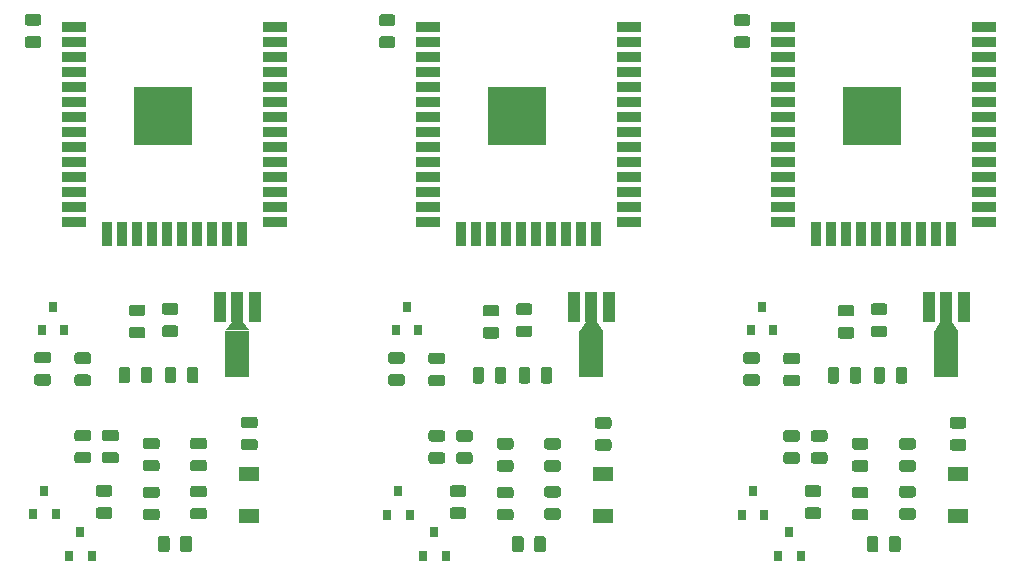
<source format=gbr>
G04 #@! TF.GenerationSoftware,KiCad,Pcbnew,(5.1.5)-3*
G04 #@! TF.CreationDate,2021-03-30T01:03:12+08:00*
G04 #@! TF.ProjectId,panelize,70616e65-6c69-47a6-952e-6b696361645f,1.1.0*
G04 #@! TF.SameCoordinates,Original*
G04 #@! TF.FileFunction,Paste,Top*
G04 #@! TF.FilePolarity,Positive*
%FSLAX46Y46*%
G04 Gerber Fmt 4.6, Leading zero omitted, Abs format (unit mm)*
G04 Created by KiCad (PCBNEW (5.1.5)-3) date 2021-03-30 01:03:12*
%MOMM*%
%LPD*%
G04 APERTURE LIST*
%ADD10C,0.100000*%
%ADD11R,0.800000X0.900000*%
%ADD12R,1.700000X1.300000*%
%ADD13R,1.000000X2.500000*%
%ADD14R,2.000000X4.000000*%
%ADD15R,5.000000X5.000000*%
%ADD16R,2.000000X0.900000*%
%ADD17R,0.900000X2.000000*%
G04 APERTURE END LIST*
D10*
G36*
X142210142Y-41968674D02*
G01*
X142233803Y-41972184D01*
X142257007Y-41977996D01*
X142279529Y-41986054D01*
X142301153Y-41996282D01*
X142321670Y-42008579D01*
X142340883Y-42022829D01*
X142358607Y-42038893D01*
X142374671Y-42056617D01*
X142388921Y-42075830D01*
X142401218Y-42096347D01*
X142411446Y-42117971D01*
X142419504Y-42140493D01*
X142425316Y-42163697D01*
X142428826Y-42187358D01*
X142430000Y-42211250D01*
X142430000Y-42698750D01*
X142428826Y-42722642D01*
X142425316Y-42746303D01*
X142419504Y-42769507D01*
X142411446Y-42792029D01*
X142401218Y-42813653D01*
X142388921Y-42834170D01*
X142374671Y-42853383D01*
X142358607Y-42871107D01*
X142340883Y-42887171D01*
X142321670Y-42901421D01*
X142301153Y-42913718D01*
X142279529Y-42923946D01*
X142257007Y-42932004D01*
X142233803Y-42937816D01*
X142210142Y-42941326D01*
X142186250Y-42942500D01*
X141273750Y-42942500D01*
X141249858Y-42941326D01*
X141226197Y-42937816D01*
X141202993Y-42932004D01*
X141180471Y-42923946D01*
X141158847Y-42913718D01*
X141138330Y-42901421D01*
X141119117Y-42887171D01*
X141101393Y-42871107D01*
X141085329Y-42853383D01*
X141071079Y-42834170D01*
X141058782Y-42813653D01*
X141048554Y-42792029D01*
X141040496Y-42769507D01*
X141034684Y-42746303D01*
X141031174Y-42722642D01*
X141030000Y-42698750D01*
X141030000Y-42211250D01*
X141031174Y-42187358D01*
X141034684Y-42163697D01*
X141040496Y-42140493D01*
X141048554Y-42117971D01*
X141058782Y-42096347D01*
X141071079Y-42075830D01*
X141085329Y-42056617D01*
X141101393Y-42038893D01*
X141119117Y-42022829D01*
X141138330Y-42008579D01*
X141158847Y-41996282D01*
X141180471Y-41986054D01*
X141202993Y-41977996D01*
X141226197Y-41972184D01*
X141249858Y-41968674D01*
X141273750Y-41967500D01*
X142186250Y-41967500D01*
X142210142Y-41968674D01*
G37*
G36*
X142210142Y-40093674D02*
G01*
X142233803Y-40097184D01*
X142257007Y-40102996D01*
X142279529Y-40111054D01*
X142301153Y-40121282D01*
X142321670Y-40133579D01*
X142340883Y-40147829D01*
X142358607Y-40163893D01*
X142374671Y-40181617D01*
X142388921Y-40200830D01*
X142401218Y-40221347D01*
X142411446Y-40242971D01*
X142419504Y-40265493D01*
X142425316Y-40288697D01*
X142428826Y-40312358D01*
X142430000Y-40336250D01*
X142430000Y-40823750D01*
X142428826Y-40847642D01*
X142425316Y-40871303D01*
X142419504Y-40894507D01*
X142411446Y-40917029D01*
X142401218Y-40938653D01*
X142388921Y-40959170D01*
X142374671Y-40978383D01*
X142358607Y-40996107D01*
X142340883Y-41012171D01*
X142321670Y-41026421D01*
X142301153Y-41038718D01*
X142279529Y-41048946D01*
X142257007Y-41057004D01*
X142233803Y-41062816D01*
X142210142Y-41066326D01*
X142186250Y-41067500D01*
X141273750Y-41067500D01*
X141249858Y-41066326D01*
X141226197Y-41062816D01*
X141202993Y-41057004D01*
X141180471Y-41048946D01*
X141158847Y-41038718D01*
X141138330Y-41026421D01*
X141119117Y-41012171D01*
X141101393Y-40996107D01*
X141085329Y-40978383D01*
X141071079Y-40959170D01*
X141058782Y-40938653D01*
X141048554Y-40917029D01*
X141040496Y-40894507D01*
X141034684Y-40871303D01*
X141031174Y-40847642D01*
X141030000Y-40823750D01*
X141030000Y-40336250D01*
X141031174Y-40312358D01*
X141034684Y-40288697D01*
X141040496Y-40265493D01*
X141048554Y-40242971D01*
X141058782Y-40221347D01*
X141071079Y-40200830D01*
X141085329Y-40181617D01*
X141101393Y-40163893D01*
X141119117Y-40147829D01*
X141138330Y-40133579D01*
X141158847Y-40121282D01*
X141180471Y-40111054D01*
X141202993Y-40102996D01*
X141226197Y-40097184D01*
X141249858Y-40093674D01*
X141273750Y-40092500D01*
X142186250Y-40092500D01*
X142210142Y-40093674D01*
G37*
G36*
X139410142Y-40218674D02*
G01*
X139433803Y-40222184D01*
X139457007Y-40227996D01*
X139479529Y-40236054D01*
X139501153Y-40246282D01*
X139521670Y-40258579D01*
X139540883Y-40272829D01*
X139558607Y-40288893D01*
X139574671Y-40306617D01*
X139588921Y-40325830D01*
X139601218Y-40346347D01*
X139611446Y-40367971D01*
X139619504Y-40390493D01*
X139625316Y-40413697D01*
X139628826Y-40437358D01*
X139630000Y-40461250D01*
X139630000Y-40948750D01*
X139628826Y-40972642D01*
X139625316Y-40996303D01*
X139619504Y-41019507D01*
X139611446Y-41042029D01*
X139601218Y-41063653D01*
X139588921Y-41084170D01*
X139574671Y-41103383D01*
X139558607Y-41121107D01*
X139540883Y-41137171D01*
X139521670Y-41151421D01*
X139501153Y-41163718D01*
X139479529Y-41173946D01*
X139457007Y-41182004D01*
X139433803Y-41187816D01*
X139410142Y-41191326D01*
X139386250Y-41192500D01*
X138473750Y-41192500D01*
X138449858Y-41191326D01*
X138426197Y-41187816D01*
X138402993Y-41182004D01*
X138380471Y-41173946D01*
X138358847Y-41163718D01*
X138338330Y-41151421D01*
X138319117Y-41137171D01*
X138301393Y-41121107D01*
X138285329Y-41103383D01*
X138271079Y-41084170D01*
X138258782Y-41063653D01*
X138248554Y-41042029D01*
X138240496Y-41019507D01*
X138234684Y-40996303D01*
X138231174Y-40972642D01*
X138230000Y-40948750D01*
X138230000Y-40461250D01*
X138231174Y-40437358D01*
X138234684Y-40413697D01*
X138240496Y-40390493D01*
X138248554Y-40367971D01*
X138258782Y-40346347D01*
X138271079Y-40325830D01*
X138285329Y-40306617D01*
X138301393Y-40288893D01*
X138319117Y-40272829D01*
X138338330Y-40258579D01*
X138358847Y-40246282D01*
X138380471Y-40236054D01*
X138402993Y-40227996D01*
X138426197Y-40222184D01*
X138449858Y-40218674D01*
X138473750Y-40217500D01*
X139386250Y-40217500D01*
X139410142Y-40218674D01*
G37*
G36*
X139410142Y-42093674D02*
G01*
X139433803Y-42097184D01*
X139457007Y-42102996D01*
X139479529Y-42111054D01*
X139501153Y-42121282D01*
X139521670Y-42133579D01*
X139540883Y-42147829D01*
X139558607Y-42163893D01*
X139574671Y-42181617D01*
X139588921Y-42200830D01*
X139601218Y-42221347D01*
X139611446Y-42242971D01*
X139619504Y-42265493D01*
X139625316Y-42288697D01*
X139628826Y-42312358D01*
X139630000Y-42336250D01*
X139630000Y-42823750D01*
X139628826Y-42847642D01*
X139625316Y-42871303D01*
X139619504Y-42894507D01*
X139611446Y-42917029D01*
X139601218Y-42938653D01*
X139588921Y-42959170D01*
X139574671Y-42978383D01*
X139558607Y-42996107D01*
X139540883Y-43012171D01*
X139521670Y-43026421D01*
X139501153Y-43038718D01*
X139479529Y-43048946D01*
X139457007Y-43057004D01*
X139433803Y-43062816D01*
X139410142Y-43066326D01*
X139386250Y-43067500D01*
X138473750Y-43067500D01*
X138449858Y-43066326D01*
X138426197Y-43062816D01*
X138402993Y-43057004D01*
X138380471Y-43048946D01*
X138358847Y-43038718D01*
X138338330Y-43026421D01*
X138319117Y-43012171D01*
X138301393Y-42996107D01*
X138285329Y-42978383D01*
X138271079Y-42959170D01*
X138258782Y-42938653D01*
X138248554Y-42917029D01*
X138240496Y-42894507D01*
X138234684Y-42871303D01*
X138231174Y-42847642D01*
X138230000Y-42823750D01*
X138230000Y-42336250D01*
X138231174Y-42312358D01*
X138234684Y-42288697D01*
X138240496Y-42265493D01*
X138248554Y-42242971D01*
X138258782Y-42221347D01*
X138271079Y-42200830D01*
X138285329Y-42181617D01*
X138301393Y-42163893D01*
X138319117Y-42147829D01*
X138338330Y-42133579D01*
X138358847Y-42121282D01*
X138380471Y-42111054D01*
X138402993Y-42102996D01*
X138426197Y-42097184D01*
X138449858Y-42093674D01*
X138473750Y-42092500D01*
X139386250Y-42092500D01*
X139410142Y-42093674D01*
G37*
D11*
X134130000Y-59480000D03*
X135080000Y-61480000D03*
X133180000Y-61480000D03*
X131080000Y-55980000D03*
X132030000Y-57980000D03*
X130130000Y-57980000D03*
D10*
G36*
X143335142Y-59781174D02*
G01*
X143358803Y-59784684D01*
X143382007Y-59790496D01*
X143404529Y-59798554D01*
X143426153Y-59808782D01*
X143446670Y-59821079D01*
X143465883Y-59835329D01*
X143483607Y-59851393D01*
X143499671Y-59869117D01*
X143513921Y-59888330D01*
X143526218Y-59908847D01*
X143536446Y-59930471D01*
X143544504Y-59952993D01*
X143550316Y-59976197D01*
X143553826Y-59999858D01*
X143555000Y-60023750D01*
X143555000Y-60936250D01*
X143553826Y-60960142D01*
X143550316Y-60983803D01*
X143544504Y-61007007D01*
X143536446Y-61029529D01*
X143526218Y-61051153D01*
X143513921Y-61071670D01*
X143499671Y-61090883D01*
X143483607Y-61108607D01*
X143465883Y-61124671D01*
X143446670Y-61138921D01*
X143426153Y-61151218D01*
X143404529Y-61161446D01*
X143382007Y-61169504D01*
X143358803Y-61175316D01*
X143335142Y-61178826D01*
X143311250Y-61180000D01*
X142823750Y-61180000D01*
X142799858Y-61178826D01*
X142776197Y-61175316D01*
X142752993Y-61169504D01*
X142730471Y-61161446D01*
X142708847Y-61151218D01*
X142688330Y-61138921D01*
X142669117Y-61124671D01*
X142651393Y-61108607D01*
X142635329Y-61090883D01*
X142621079Y-61071670D01*
X142608782Y-61051153D01*
X142598554Y-61029529D01*
X142590496Y-61007007D01*
X142584684Y-60983803D01*
X142581174Y-60960142D01*
X142580000Y-60936250D01*
X142580000Y-60023750D01*
X142581174Y-59999858D01*
X142584684Y-59976197D01*
X142590496Y-59952993D01*
X142598554Y-59930471D01*
X142608782Y-59908847D01*
X142621079Y-59888330D01*
X142635329Y-59869117D01*
X142651393Y-59851393D01*
X142669117Y-59835329D01*
X142688330Y-59821079D01*
X142708847Y-59808782D01*
X142730471Y-59798554D01*
X142752993Y-59790496D01*
X142776197Y-59784684D01*
X142799858Y-59781174D01*
X142823750Y-59780000D01*
X143311250Y-59780000D01*
X143335142Y-59781174D01*
G37*
G36*
X141460142Y-59781174D02*
G01*
X141483803Y-59784684D01*
X141507007Y-59790496D01*
X141529529Y-59798554D01*
X141551153Y-59808782D01*
X141571670Y-59821079D01*
X141590883Y-59835329D01*
X141608607Y-59851393D01*
X141624671Y-59869117D01*
X141638921Y-59888330D01*
X141651218Y-59908847D01*
X141661446Y-59930471D01*
X141669504Y-59952993D01*
X141675316Y-59976197D01*
X141678826Y-59999858D01*
X141680000Y-60023750D01*
X141680000Y-60936250D01*
X141678826Y-60960142D01*
X141675316Y-60983803D01*
X141669504Y-61007007D01*
X141661446Y-61029529D01*
X141651218Y-61051153D01*
X141638921Y-61071670D01*
X141624671Y-61090883D01*
X141608607Y-61108607D01*
X141590883Y-61124671D01*
X141571670Y-61138921D01*
X141551153Y-61151218D01*
X141529529Y-61161446D01*
X141507007Y-61169504D01*
X141483803Y-61175316D01*
X141460142Y-61178826D01*
X141436250Y-61180000D01*
X140948750Y-61180000D01*
X140924858Y-61178826D01*
X140901197Y-61175316D01*
X140877993Y-61169504D01*
X140855471Y-61161446D01*
X140833847Y-61151218D01*
X140813330Y-61138921D01*
X140794117Y-61124671D01*
X140776393Y-61108607D01*
X140760329Y-61090883D01*
X140746079Y-61071670D01*
X140733782Y-61051153D01*
X140723554Y-61029529D01*
X140715496Y-61007007D01*
X140709684Y-60983803D01*
X140706174Y-60960142D01*
X140705000Y-60936250D01*
X140705000Y-60023750D01*
X140706174Y-59999858D01*
X140709684Y-59976197D01*
X140715496Y-59952993D01*
X140723554Y-59930471D01*
X140733782Y-59908847D01*
X140746079Y-59888330D01*
X140760329Y-59869117D01*
X140776393Y-59851393D01*
X140794117Y-59835329D01*
X140813330Y-59821079D01*
X140833847Y-59808782D01*
X140855471Y-59798554D01*
X140877993Y-59790496D01*
X140901197Y-59784684D01*
X140924858Y-59781174D01*
X140948750Y-59780000D01*
X141436250Y-59780000D01*
X141460142Y-59781174D01*
G37*
G36*
X144610142Y-51493674D02*
G01*
X144633803Y-51497184D01*
X144657007Y-51502996D01*
X144679529Y-51511054D01*
X144701153Y-51521282D01*
X144721670Y-51533579D01*
X144740883Y-51547829D01*
X144758607Y-51563893D01*
X144774671Y-51581617D01*
X144788921Y-51600830D01*
X144801218Y-51621347D01*
X144811446Y-51642971D01*
X144819504Y-51665493D01*
X144825316Y-51688697D01*
X144828826Y-51712358D01*
X144830000Y-51736250D01*
X144830000Y-52223750D01*
X144828826Y-52247642D01*
X144825316Y-52271303D01*
X144819504Y-52294507D01*
X144811446Y-52317029D01*
X144801218Y-52338653D01*
X144788921Y-52359170D01*
X144774671Y-52378383D01*
X144758607Y-52396107D01*
X144740883Y-52412171D01*
X144721670Y-52426421D01*
X144701153Y-52438718D01*
X144679529Y-52448946D01*
X144657007Y-52457004D01*
X144633803Y-52462816D01*
X144610142Y-52466326D01*
X144586250Y-52467500D01*
X143673750Y-52467500D01*
X143649858Y-52466326D01*
X143626197Y-52462816D01*
X143602993Y-52457004D01*
X143580471Y-52448946D01*
X143558847Y-52438718D01*
X143538330Y-52426421D01*
X143519117Y-52412171D01*
X143501393Y-52396107D01*
X143485329Y-52378383D01*
X143471079Y-52359170D01*
X143458782Y-52338653D01*
X143448554Y-52317029D01*
X143440496Y-52294507D01*
X143434684Y-52271303D01*
X143431174Y-52247642D01*
X143430000Y-52223750D01*
X143430000Y-51736250D01*
X143431174Y-51712358D01*
X143434684Y-51688697D01*
X143440496Y-51665493D01*
X143448554Y-51642971D01*
X143458782Y-51621347D01*
X143471079Y-51600830D01*
X143485329Y-51581617D01*
X143501393Y-51563893D01*
X143519117Y-51547829D01*
X143538330Y-51533579D01*
X143558847Y-51521282D01*
X143580471Y-51511054D01*
X143602993Y-51502996D01*
X143626197Y-51497184D01*
X143649858Y-51493674D01*
X143673750Y-51492500D01*
X144586250Y-51492500D01*
X144610142Y-51493674D01*
G37*
G36*
X144610142Y-53368674D02*
G01*
X144633803Y-53372184D01*
X144657007Y-53377996D01*
X144679529Y-53386054D01*
X144701153Y-53396282D01*
X144721670Y-53408579D01*
X144740883Y-53422829D01*
X144758607Y-53438893D01*
X144774671Y-53456617D01*
X144788921Y-53475830D01*
X144801218Y-53496347D01*
X144811446Y-53517971D01*
X144819504Y-53540493D01*
X144825316Y-53563697D01*
X144828826Y-53587358D01*
X144830000Y-53611250D01*
X144830000Y-54098750D01*
X144828826Y-54122642D01*
X144825316Y-54146303D01*
X144819504Y-54169507D01*
X144811446Y-54192029D01*
X144801218Y-54213653D01*
X144788921Y-54234170D01*
X144774671Y-54253383D01*
X144758607Y-54271107D01*
X144740883Y-54287171D01*
X144721670Y-54301421D01*
X144701153Y-54313718D01*
X144679529Y-54323946D01*
X144657007Y-54332004D01*
X144633803Y-54337816D01*
X144610142Y-54341326D01*
X144586250Y-54342500D01*
X143673750Y-54342500D01*
X143649858Y-54341326D01*
X143626197Y-54337816D01*
X143602993Y-54332004D01*
X143580471Y-54323946D01*
X143558847Y-54313718D01*
X143538330Y-54301421D01*
X143519117Y-54287171D01*
X143501393Y-54271107D01*
X143485329Y-54253383D01*
X143471079Y-54234170D01*
X143458782Y-54213653D01*
X143448554Y-54192029D01*
X143440496Y-54169507D01*
X143434684Y-54146303D01*
X143431174Y-54122642D01*
X143430000Y-54098750D01*
X143430000Y-53611250D01*
X143431174Y-53587358D01*
X143434684Y-53563697D01*
X143440496Y-53540493D01*
X143448554Y-53517971D01*
X143458782Y-53496347D01*
X143471079Y-53475830D01*
X143485329Y-53456617D01*
X143501393Y-53438893D01*
X143519117Y-53422829D01*
X143538330Y-53408579D01*
X143558847Y-53396282D01*
X143580471Y-53386054D01*
X143602993Y-53377996D01*
X143626197Y-53372184D01*
X143649858Y-53368674D01*
X143673750Y-53367500D01*
X144586250Y-53367500D01*
X144610142Y-53368674D01*
G37*
G36*
X137147642Y-50818674D02*
G01*
X137171303Y-50822184D01*
X137194507Y-50827996D01*
X137217029Y-50836054D01*
X137238653Y-50846282D01*
X137259170Y-50858579D01*
X137278383Y-50872829D01*
X137296107Y-50888893D01*
X137312171Y-50906617D01*
X137326421Y-50925830D01*
X137338718Y-50946347D01*
X137348946Y-50967971D01*
X137357004Y-50990493D01*
X137362816Y-51013697D01*
X137366326Y-51037358D01*
X137367500Y-51061250D01*
X137367500Y-51548750D01*
X137366326Y-51572642D01*
X137362816Y-51596303D01*
X137357004Y-51619507D01*
X137348946Y-51642029D01*
X137338718Y-51663653D01*
X137326421Y-51684170D01*
X137312171Y-51703383D01*
X137296107Y-51721107D01*
X137278383Y-51737171D01*
X137259170Y-51751421D01*
X137238653Y-51763718D01*
X137217029Y-51773946D01*
X137194507Y-51782004D01*
X137171303Y-51787816D01*
X137147642Y-51791326D01*
X137123750Y-51792500D01*
X136211250Y-51792500D01*
X136187358Y-51791326D01*
X136163697Y-51787816D01*
X136140493Y-51782004D01*
X136117971Y-51773946D01*
X136096347Y-51763718D01*
X136075830Y-51751421D01*
X136056617Y-51737171D01*
X136038893Y-51721107D01*
X136022829Y-51703383D01*
X136008579Y-51684170D01*
X135996282Y-51663653D01*
X135986054Y-51642029D01*
X135977996Y-51619507D01*
X135972184Y-51596303D01*
X135968674Y-51572642D01*
X135967500Y-51548750D01*
X135967500Y-51061250D01*
X135968674Y-51037358D01*
X135972184Y-51013697D01*
X135977996Y-50990493D01*
X135986054Y-50967971D01*
X135996282Y-50946347D01*
X136008579Y-50925830D01*
X136022829Y-50906617D01*
X136038893Y-50888893D01*
X136056617Y-50872829D01*
X136075830Y-50858579D01*
X136096347Y-50846282D01*
X136117971Y-50836054D01*
X136140493Y-50827996D01*
X136163697Y-50822184D01*
X136187358Y-50818674D01*
X136211250Y-50817500D01*
X137123750Y-50817500D01*
X137147642Y-50818674D01*
G37*
G36*
X137147642Y-52693674D02*
G01*
X137171303Y-52697184D01*
X137194507Y-52702996D01*
X137217029Y-52711054D01*
X137238653Y-52721282D01*
X137259170Y-52733579D01*
X137278383Y-52747829D01*
X137296107Y-52763893D01*
X137312171Y-52781617D01*
X137326421Y-52800830D01*
X137338718Y-52821347D01*
X137348946Y-52842971D01*
X137357004Y-52865493D01*
X137362816Y-52888697D01*
X137366326Y-52912358D01*
X137367500Y-52936250D01*
X137367500Y-53423750D01*
X137366326Y-53447642D01*
X137362816Y-53471303D01*
X137357004Y-53494507D01*
X137348946Y-53517029D01*
X137338718Y-53538653D01*
X137326421Y-53559170D01*
X137312171Y-53578383D01*
X137296107Y-53596107D01*
X137278383Y-53612171D01*
X137259170Y-53626421D01*
X137238653Y-53638718D01*
X137217029Y-53648946D01*
X137194507Y-53657004D01*
X137171303Y-53662816D01*
X137147642Y-53666326D01*
X137123750Y-53667500D01*
X136211250Y-53667500D01*
X136187358Y-53666326D01*
X136163697Y-53662816D01*
X136140493Y-53657004D01*
X136117971Y-53648946D01*
X136096347Y-53638718D01*
X136075830Y-53626421D01*
X136056617Y-53612171D01*
X136038893Y-53596107D01*
X136022829Y-53578383D01*
X136008579Y-53559170D01*
X135996282Y-53538653D01*
X135986054Y-53517029D01*
X135977996Y-53494507D01*
X135972184Y-53471303D01*
X135968674Y-53447642D01*
X135967500Y-53423750D01*
X135967500Y-52936250D01*
X135968674Y-52912358D01*
X135972184Y-52888697D01*
X135977996Y-52865493D01*
X135986054Y-52842971D01*
X135996282Y-52821347D01*
X136008579Y-52800830D01*
X136022829Y-52781617D01*
X136038893Y-52763893D01*
X136056617Y-52747829D01*
X136075830Y-52733579D01*
X136096347Y-52721282D01*
X136117971Y-52711054D01*
X136140493Y-52702996D01*
X136163697Y-52697184D01*
X136187358Y-52693674D01*
X136211250Y-52692500D01*
X137123750Y-52692500D01*
X137147642Y-52693674D01*
G37*
G36*
X138122642Y-45481174D02*
G01*
X138146303Y-45484684D01*
X138169507Y-45490496D01*
X138192029Y-45498554D01*
X138213653Y-45508782D01*
X138234170Y-45521079D01*
X138253383Y-45535329D01*
X138271107Y-45551393D01*
X138287171Y-45569117D01*
X138301421Y-45588330D01*
X138313718Y-45608847D01*
X138323946Y-45630471D01*
X138332004Y-45652993D01*
X138337816Y-45676197D01*
X138341326Y-45699858D01*
X138342500Y-45723750D01*
X138342500Y-46636250D01*
X138341326Y-46660142D01*
X138337816Y-46683803D01*
X138332004Y-46707007D01*
X138323946Y-46729529D01*
X138313718Y-46751153D01*
X138301421Y-46771670D01*
X138287171Y-46790883D01*
X138271107Y-46808607D01*
X138253383Y-46824671D01*
X138234170Y-46838921D01*
X138213653Y-46851218D01*
X138192029Y-46861446D01*
X138169507Y-46869504D01*
X138146303Y-46875316D01*
X138122642Y-46878826D01*
X138098750Y-46880000D01*
X137611250Y-46880000D01*
X137587358Y-46878826D01*
X137563697Y-46875316D01*
X137540493Y-46869504D01*
X137517971Y-46861446D01*
X137496347Y-46851218D01*
X137475830Y-46838921D01*
X137456617Y-46824671D01*
X137438893Y-46808607D01*
X137422829Y-46790883D01*
X137408579Y-46771670D01*
X137396282Y-46751153D01*
X137386054Y-46729529D01*
X137377996Y-46707007D01*
X137372184Y-46683803D01*
X137368674Y-46660142D01*
X137367500Y-46636250D01*
X137367500Y-45723750D01*
X137368674Y-45699858D01*
X137372184Y-45676197D01*
X137377996Y-45652993D01*
X137386054Y-45630471D01*
X137396282Y-45608847D01*
X137408579Y-45588330D01*
X137422829Y-45569117D01*
X137438893Y-45551393D01*
X137456617Y-45535329D01*
X137475830Y-45521079D01*
X137496347Y-45508782D01*
X137517971Y-45498554D01*
X137540493Y-45490496D01*
X137563697Y-45484684D01*
X137587358Y-45481174D01*
X137611250Y-45480000D01*
X138098750Y-45480000D01*
X138122642Y-45481174D01*
G37*
G36*
X139997642Y-45481174D02*
G01*
X140021303Y-45484684D01*
X140044507Y-45490496D01*
X140067029Y-45498554D01*
X140088653Y-45508782D01*
X140109170Y-45521079D01*
X140128383Y-45535329D01*
X140146107Y-45551393D01*
X140162171Y-45569117D01*
X140176421Y-45588330D01*
X140188718Y-45608847D01*
X140198946Y-45630471D01*
X140207004Y-45652993D01*
X140212816Y-45676197D01*
X140216326Y-45699858D01*
X140217500Y-45723750D01*
X140217500Y-46636250D01*
X140216326Y-46660142D01*
X140212816Y-46683803D01*
X140207004Y-46707007D01*
X140198946Y-46729529D01*
X140188718Y-46751153D01*
X140176421Y-46771670D01*
X140162171Y-46790883D01*
X140146107Y-46808607D01*
X140128383Y-46824671D01*
X140109170Y-46838921D01*
X140088653Y-46851218D01*
X140067029Y-46861446D01*
X140044507Y-46869504D01*
X140021303Y-46875316D01*
X139997642Y-46878826D01*
X139973750Y-46880000D01*
X139486250Y-46880000D01*
X139462358Y-46878826D01*
X139438697Y-46875316D01*
X139415493Y-46869504D01*
X139392971Y-46861446D01*
X139371347Y-46851218D01*
X139350830Y-46838921D01*
X139331617Y-46824671D01*
X139313893Y-46808607D01*
X139297829Y-46790883D01*
X139283579Y-46771670D01*
X139271282Y-46751153D01*
X139261054Y-46729529D01*
X139252996Y-46707007D01*
X139247184Y-46683803D01*
X139243674Y-46660142D01*
X139242500Y-46636250D01*
X139242500Y-45723750D01*
X139243674Y-45699858D01*
X139247184Y-45676197D01*
X139252996Y-45652993D01*
X139261054Y-45630471D01*
X139271282Y-45608847D01*
X139283579Y-45588330D01*
X139297829Y-45569117D01*
X139313893Y-45551393D01*
X139331617Y-45535329D01*
X139350830Y-45521079D01*
X139371347Y-45508782D01*
X139392971Y-45498554D01*
X139415493Y-45490496D01*
X139438697Y-45484684D01*
X139462358Y-45481174D01*
X139486250Y-45480000D01*
X139973750Y-45480000D01*
X139997642Y-45481174D01*
G37*
G36*
X142022642Y-45481174D02*
G01*
X142046303Y-45484684D01*
X142069507Y-45490496D01*
X142092029Y-45498554D01*
X142113653Y-45508782D01*
X142134170Y-45521079D01*
X142153383Y-45535329D01*
X142171107Y-45551393D01*
X142187171Y-45569117D01*
X142201421Y-45588330D01*
X142213718Y-45608847D01*
X142223946Y-45630471D01*
X142232004Y-45652993D01*
X142237816Y-45676197D01*
X142241326Y-45699858D01*
X142242500Y-45723750D01*
X142242500Y-46636250D01*
X142241326Y-46660142D01*
X142237816Y-46683803D01*
X142232004Y-46707007D01*
X142223946Y-46729529D01*
X142213718Y-46751153D01*
X142201421Y-46771670D01*
X142187171Y-46790883D01*
X142171107Y-46808607D01*
X142153383Y-46824671D01*
X142134170Y-46838921D01*
X142113653Y-46851218D01*
X142092029Y-46861446D01*
X142069507Y-46869504D01*
X142046303Y-46875316D01*
X142022642Y-46878826D01*
X141998750Y-46880000D01*
X141511250Y-46880000D01*
X141487358Y-46878826D01*
X141463697Y-46875316D01*
X141440493Y-46869504D01*
X141417971Y-46861446D01*
X141396347Y-46851218D01*
X141375830Y-46838921D01*
X141356617Y-46824671D01*
X141338893Y-46808607D01*
X141322829Y-46790883D01*
X141308579Y-46771670D01*
X141296282Y-46751153D01*
X141286054Y-46729529D01*
X141277996Y-46707007D01*
X141272184Y-46683803D01*
X141268674Y-46660142D01*
X141267500Y-46636250D01*
X141267500Y-45723750D01*
X141268674Y-45699858D01*
X141272184Y-45676197D01*
X141277996Y-45652993D01*
X141286054Y-45630471D01*
X141296282Y-45608847D01*
X141308579Y-45588330D01*
X141322829Y-45569117D01*
X141338893Y-45551393D01*
X141356617Y-45535329D01*
X141375830Y-45521079D01*
X141396347Y-45508782D01*
X141417971Y-45498554D01*
X141440493Y-45490496D01*
X141463697Y-45484684D01*
X141487358Y-45481174D01*
X141511250Y-45480000D01*
X141998750Y-45480000D01*
X142022642Y-45481174D01*
G37*
G36*
X143897642Y-45481174D02*
G01*
X143921303Y-45484684D01*
X143944507Y-45490496D01*
X143967029Y-45498554D01*
X143988653Y-45508782D01*
X144009170Y-45521079D01*
X144028383Y-45535329D01*
X144046107Y-45551393D01*
X144062171Y-45569117D01*
X144076421Y-45588330D01*
X144088718Y-45608847D01*
X144098946Y-45630471D01*
X144107004Y-45652993D01*
X144112816Y-45676197D01*
X144116326Y-45699858D01*
X144117500Y-45723750D01*
X144117500Y-46636250D01*
X144116326Y-46660142D01*
X144112816Y-46683803D01*
X144107004Y-46707007D01*
X144098946Y-46729529D01*
X144088718Y-46751153D01*
X144076421Y-46771670D01*
X144062171Y-46790883D01*
X144046107Y-46808607D01*
X144028383Y-46824671D01*
X144009170Y-46838921D01*
X143988653Y-46851218D01*
X143967029Y-46861446D01*
X143944507Y-46869504D01*
X143921303Y-46875316D01*
X143897642Y-46878826D01*
X143873750Y-46880000D01*
X143386250Y-46880000D01*
X143362358Y-46878826D01*
X143338697Y-46875316D01*
X143315493Y-46869504D01*
X143292971Y-46861446D01*
X143271347Y-46851218D01*
X143250830Y-46838921D01*
X143231617Y-46824671D01*
X143213893Y-46808607D01*
X143197829Y-46790883D01*
X143183579Y-46771670D01*
X143171282Y-46751153D01*
X143161054Y-46729529D01*
X143152996Y-46707007D01*
X143147184Y-46683803D01*
X143143674Y-46660142D01*
X143142500Y-46636250D01*
X143142500Y-45723750D01*
X143143674Y-45699858D01*
X143147184Y-45676197D01*
X143152996Y-45652993D01*
X143161054Y-45630471D01*
X143171282Y-45608847D01*
X143183579Y-45588330D01*
X143197829Y-45569117D01*
X143213893Y-45551393D01*
X143231617Y-45535329D01*
X143250830Y-45521079D01*
X143271347Y-45508782D01*
X143292971Y-45498554D01*
X143315493Y-45490496D01*
X143338697Y-45484684D01*
X143362358Y-45481174D01*
X143386250Y-45480000D01*
X143873750Y-45480000D01*
X143897642Y-45481174D01*
G37*
D12*
X148430000Y-58080000D03*
X148430000Y-54580000D03*
D13*
X148930000Y-40420000D03*
X147430000Y-40420000D03*
X145930000Y-40420000D03*
D14*
X147430000Y-44380000D03*
D10*
G36*
X146430000Y-42405000D02*
G01*
X146930000Y-41655000D01*
X147930000Y-41655000D01*
X148430000Y-42405000D01*
X146430000Y-42405000D01*
G37*
D15*
X141130000Y-24225000D03*
D16*
X133630000Y-16725000D03*
X133630000Y-17995000D03*
X133630000Y-19265000D03*
X133630000Y-20535000D03*
X133630000Y-21805000D03*
X133630000Y-23075000D03*
X133630000Y-24345000D03*
X133630000Y-25615000D03*
X133630000Y-26885000D03*
X133630000Y-28155000D03*
X133630000Y-29425000D03*
X133630000Y-30695000D03*
X133630000Y-31965000D03*
X133630000Y-33235000D03*
D17*
X136415000Y-34235000D03*
X137685000Y-34235000D03*
X138955000Y-34235000D03*
X140225000Y-34235000D03*
X141495000Y-34235000D03*
X142765000Y-34235000D03*
X144035000Y-34235000D03*
X145305000Y-34235000D03*
X146575000Y-34235000D03*
X147845000Y-34235000D03*
D16*
X150630000Y-33235000D03*
X150630000Y-31965000D03*
X150630000Y-30695000D03*
X150630000Y-29425000D03*
X150630000Y-28155000D03*
X150630000Y-26885000D03*
X150630000Y-25615000D03*
X150630000Y-24345000D03*
X150630000Y-23075000D03*
X150630000Y-21805000D03*
X150630000Y-20535000D03*
X150630000Y-19265000D03*
X150630000Y-17995000D03*
X150630000Y-16725000D03*
D10*
G36*
X148910142Y-49718674D02*
G01*
X148933803Y-49722184D01*
X148957007Y-49727996D01*
X148979529Y-49736054D01*
X149001153Y-49746282D01*
X149021670Y-49758579D01*
X149040883Y-49772829D01*
X149058607Y-49788893D01*
X149074671Y-49806617D01*
X149088921Y-49825830D01*
X149101218Y-49846347D01*
X149111446Y-49867971D01*
X149119504Y-49890493D01*
X149125316Y-49913697D01*
X149128826Y-49937358D01*
X149130000Y-49961250D01*
X149130000Y-50448750D01*
X149128826Y-50472642D01*
X149125316Y-50496303D01*
X149119504Y-50519507D01*
X149111446Y-50542029D01*
X149101218Y-50563653D01*
X149088921Y-50584170D01*
X149074671Y-50603383D01*
X149058607Y-50621107D01*
X149040883Y-50637171D01*
X149021670Y-50651421D01*
X149001153Y-50663718D01*
X148979529Y-50673946D01*
X148957007Y-50682004D01*
X148933803Y-50687816D01*
X148910142Y-50691326D01*
X148886250Y-50692500D01*
X147973750Y-50692500D01*
X147949858Y-50691326D01*
X147926197Y-50687816D01*
X147902993Y-50682004D01*
X147880471Y-50673946D01*
X147858847Y-50663718D01*
X147838330Y-50651421D01*
X147819117Y-50637171D01*
X147801393Y-50621107D01*
X147785329Y-50603383D01*
X147771079Y-50584170D01*
X147758782Y-50563653D01*
X147748554Y-50542029D01*
X147740496Y-50519507D01*
X147734684Y-50496303D01*
X147731174Y-50472642D01*
X147730000Y-50448750D01*
X147730000Y-49961250D01*
X147731174Y-49937358D01*
X147734684Y-49913697D01*
X147740496Y-49890493D01*
X147748554Y-49867971D01*
X147758782Y-49846347D01*
X147771079Y-49825830D01*
X147785329Y-49806617D01*
X147801393Y-49788893D01*
X147819117Y-49772829D01*
X147838330Y-49758579D01*
X147858847Y-49746282D01*
X147880471Y-49736054D01*
X147902993Y-49727996D01*
X147926197Y-49722184D01*
X147949858Y-49718674D01*
X147973750Y-49717500D01*
X148886250Y-49717500D01*
X148910142Y-49718674D01*
G37*
G36*
X148910142Y-51593674D02*
G01*
X148933803Y-51597184D01*
X148957007Y-51602996D01*
X148979529Y-51611054D01*
X149001153Y-51621282D01*
X149021670Y-51633579D01*
X149040883Y-51647829D01*
X149058607Y-51663893D01*
X149074671Y-51681617D01*
X149088921Y-51700830D01*
X149101218Y-51721347D01*
X149111446Y-51742971D01*
X149119504Y-51765493D01*
X149125316Y-51788697D01*
X149128826Y-51812358D01*
X149130000Y-51836250D01*
X149130000Y-52323750D01*
X149128826Y-52347642D01*
X149125316Y-52371303D01*
X149119504Y-52394507D01*
X149111446Y-52417029D01*
X149101218Y-52438653D01*
X149088921Y-52459170D01*
X149074671Y-52478383D01*
X149058607Y-52496107D01*
X149040883Y-52512171D01*
X149021670Y-52526421D01*
X149001153Y-52538718D01*
X148979529Y-52548946D01*
X148957007Y-52557004D01*
X148933803Y-52562816D01*
X148910142Y-52566326D01*
X148886250Y-52567500D01*
X147973750Y-52567500D01*
X147949858Y-52566326D01*
X147926197Y-52562816D01*
X147902993Y-52557004D01*
X147880471Y-52548946D01*
X147858847Y-52538718D01*
X147838330Y-52526421D01*
X147819117Y-52512171D01*
X147801393Y-52496107D01*
X147785329Y-52478383D01*
X147771079Y-52459170D01*
X147758782Y-52438653D01*
X147748554Y-52417029D01*
X147740496Y-52394507D01*
X147734684Y-52371303D01*
X147731174Y-52347642D01*
X147730000Y-52323750D01*
X147730000Y-51836250D01*
X147731174Y-51812358D01*
X147734684Y-51788697D01*
X147740496Y-51765493D01*
X147748554Y-51742971D01*
X147758782Y-51721347D01*
X147771079Y-51700830D01*
X147785329Y-51681617D01*
X147801393Y-51663893D01*
X147819117Y-51647829D01*
X147838330Y-51633579D01*
X147858847Y-51621282D01*
X147880471Y-51611054D01*
X147902993Y-51602996D01*
X147926197Y-51597184D01*
X147949858Y-51593674D01*
X147973750Y-51592500D01*
X148886250Y-51592500D01*
X148910142Y-51593674D01*
G37*
G36*
X130610142Y-15618674D02*
G01*
X130633803Y-15622184D01*
X130657007Y-15627996D01*
X130679529Y-15636054D01*
X130701153Y-15646282D01*
X130721670Y-15658579D01*
X130740883Y-15672829D01*
X130758607Y-15688893D01*
X130774671Y-15706617D01*
X130788921Y-15725830D01*
X130801218Y-15746347D01*
X130811446Y-15767971D01*
X130819504Y-15790493D01*
X130825316Y-15813697D01*
X130828826Y-15837358D01*
X130830000Y-15861250D01*
X130830000Y-16348750D01*
X130828826Y-16372642D01*
X130825316Y-16396303D01*
X130819504Y-16419507D01*
X130811446Y-16442029D01*
X130801218Y-16463653D01*
X130788921Y-16484170D01*
X130774671Y-16503383D01*
X130758607Y-16521107D01*
X130740883Y-16537171D01*
X130721670Y-16551421D01*
X130701153Y-16563718D01*
X130679529Y-16573946D01*
X130657007Y-16582004D01*
X130633803Y-16587816D01*
X130610142Y-16591326D01*
X130586250Y-16592500D01*
X129673750Y-16592500D01*
X129649858Y-16591326D01*
X129626197Y-16587816D01*
X129602993Y-16582004D01*
X129580471Y-16573946D01*
X129558847Y-16563718D01*
X129538330Y-16551421D01*
X129519117Y-16537171D01*
X129501393Y-16521107D01*
X129485329Y-16503383D01*
X129471079Y-16484170D01*
X129458782Y-16463653D01*
X129448554Y-16442029D01*
X129440496Y-16419507D01*
X129434684Y-16396303D01*
X129431174Y-16372642D01*
X129430000Y-16348750D01*
X129430000Y-15861250D01*
X129431174Y-15837358D01*
X129434684Y-15813697D01*
X129440496Y-15790493D01*
X129448554Y-15767971D01*
X129458782Y-15746347D01*
X129471079Y-15725830D01*
X129485329Y-15706617D01*
X129501393Y-15688893D01*
X129519117Y-15672829D01*
X129538330Y-15658579D01*
X129558847Y-15646282D01*
X129580471Y-15636054D01*
X129602993Y-15627996D01*
X129626197Y-15622184D01*
X129649858Y-15618674D01*
X129673750Y-15617500D01*
X130586250Y-15617500D01*
X130610142Y-15618674D01*
G37*
G36*
X130610142Y-17493674D02*
G01*
X130633803Y-17497184D01*
X130657007Y-17502996D01*
X130679529Y-17511054D01*
X130701153Y-17521282D01*
X130721670Y-17533579D01*
X130740883Y-17547829D01*
X130758607Y-17563893D01*
X130774671Y-17581617D01*
X130788921Y-17600830D01*
X130801218Y-17621347D01*
X130811446Y-17642971D01*
X130819504Y-17665493D01*
X130825316Y-17688697D01*
X130828826Y-17712358D01*
X130830000Y-17736250D01*
X130830000Y-18223750D01*
X130828826Y-18247642D01*
X130825316Y-18271303D01*
X130819504Y-18294507D01*
X130811446Y-18317029D01*
X130801218Y-18338653D01*
X130788921Y-18359170D01*
X130774671Y-18378383D01*
X130758607Y-18396107D01*
X130740883Y-18412171D01*
X130721670Y-18426421D01*
X130701153Y-18438718D01*
X130679529Y-18448946D01*
X130657007Y-18457004D01*
X130633803Y-18462816D01*
X130610142Y-18466326D01*
X130586250Y-18467500D01*
X129673750Y-18467500D01*
X129649858Y-18466326D01*
X129626197Y-18462816D01*
X129602993Y-18457004D01*
X129580471Y-18448946D01*
X129558847Y-18438718D01*
X129538330Y-18426421D01*
X129519117Y-18412171D01*
X129501393Y-18396107D01*
X129485329Y-18378383D01*
X129471079Y-18359170D01*
X129458782Y-18338653D01*
X129448554Y-18317029D01*
X129440496Y-18294507D01*
X129434684Y-18271303D01*
X129431174Y-18247642D01*
X129430000Y-18223750D01*
X129430000Y-17736250D01*
X129431174Y-17712358D01*
X129434684Y-17688697D01*
X129440496Y-17665493D01*
X129448554Y-17642971D01*
X129458782Y-17621347D01*
X129471079Y-17600830D01*
X129485329Y-17581617D01*
X129501393Y-17563893D01*
X129519117Y-17547829D01*
X129538330Y-17533579D01*
X129558847Y-17521282D01*
X129580471Y-17511054D01*
X129602993Y-17502996D01*
X129626197Y-17497184D01*
X129649858Y-17493674D01*
X129673750Y-17492500D01*
X130586250Y-17492500D01*
X130610142Y-17493674D01*
G37*
G36*
X134810142Y-50818674D02*
G01*
X134833803Y-50822184D01*
X134857007Y-50827996D01*
X134879529Y-50836054D01*
X134901153Y-50846282D01*
X134921670Y-50858579D01*
X134940883Y-50872829D01*
X134958607Y-50888893D01*
X134974671Y-50906617D01*
X134988921Y-50925830D01*
X135001218Y-50946347D01*
X135011446Y-50967971D01*
X135019504Y-50990493D01*
X135025316Y-51013697D01*
X135028826Y-51037358D01*
X135030000Y-51061250D01*
X135030000Y-51548750D01*
X135028826Y-51572642D01*
X135025316Y-51596303D01*
X135019504Y-51619507D01*
X135011446Y-51642029D01*
X135001218Y-51663653D01*
X134988921Y-51684170D01*
X134974671Y-51703383D01*
X134958607Y-51721107D01*
X134940883Y-51737171D01*
X134921670Y-51751421D01*
X134901153Y-51763718D01*
X134879529Y-51773946D01*
X134857007Y-51782004D01*
X134833803Y-51787816D01*
X134810142Y-51791326D01*
X134786250Y-51792500D01*
X133873750Y-51792500D01*
X133849858Y-51791326D01*
X133826197Y-51787816D01*
X133802993Y-51782004D01*
X133780471Y-51773946D01*
X133758847Y-51763718D01*
X133738330Y-51751421D01*
X133719117Y-51737171D01*
X133701393Y-51721107D01*
X133685329Y-51703383D01*
X133671079Y-51684170D01*
X133658782Y-51663653D01*
X133648554Y-51642029D01*
X133640496Y-51619507D01*
X133634684Y-51596303D01*
X133631174Y-51572642D01*
X133630000Y-51548750D01*
X133630000Y-51061250D01*
X133631174Y-51037358D01*
X133634684Y-51013697D01*
X133640496Y-50990493D01*
X133648554Y-50967971D01*
X133658782Y-50946347D01*
X133671079Y-50925830D01*
X133685329Y-50906617D01*
X133701393Y-50888893D01*
X133719117Y-50872829D01*
X133738330Y-50858579D01*
X133758847Y-50846282D01*
X133780471Y-50836054D01*
X133802993Y-50827996D01*
X133826197Y-50822184D01*
X133849858Y-50818674D01*
X133873750Y-50817500D01*
X134786250Y-50817500D01*
X134810142Y-50818674D01*
G37*
G36*
X134810142Y-52693674D02*
G01*
X134833803Y-52697184D01*
X134857007Y-52702996D01*
X134879529Y-52711054D01*
X134901153Y-52721282D01*
X134921670Y-52733579D01*
X134940883Y-52747829D01*
X134958607Y-52763893D01*
X134974671Y-52781617D01*
X134988921Y-52800830D01*
X135001218Y-52821347D01*
X135011446Y-52842971D01*
X135019504Y-52865493D01*
X135025316Y-52888697D01*
X135028826Y-52912358D01*
X135030000Y-52936250D01*
X135030000Y-53423750D01*
X135028826Y-53447642D01*
X135025316Y-53471303D01*
X135019504Y-53494507D01*
X135011446Y-53517029D01*
X135001218Y-53538653D01*
X134988921Y-53559170D01*
X134974671Y-53578383D01*
X134958607Y-53596107D01*
X134940883Y-53612171D01*
X134921670Y-53626421D01*
X134901153Y-53638718D01*
X134879529Y-53648946D01*
X134857007Y-53657004D01*
X134833803Y-53662816D01*
X134810142Y-53666326D01*
X134786250Y-53667500D01*
X133873750Y-53667500D01*
X133849858Y-53666326D01*
X133826197Y-53662816D01*
X133802993Y-53657004D01*
X133780471Y-53648946D01*
X133758847Y-53638718D01*
X133738330Y-53626421D01*
X133719117Y-53612171D01*
X133701393Y-53596107D01*
X133685329Y-53578383D01*
X133671079Y-53559170D01*
X133658782Y-53538653D01*
X133648554Y-53517029D01*
X133640496Y-53494507D01*
X133634684Y-53471303D01*
X133631174Y-53447642D01*
X133630000Y-53423750D01*
X133630000Y-52936250D01*
X133631174Y-52912358D01*
X133634684Y-52888697D01*
X133640496Y-52865493D01*
X133648554Y-52842971D01*
X133658782Y-52821347D01*
X133671079Y-52800830D01*
X133685329Y-52781617D01*
X133701393Y-52763893D01*
X133719117Y-52747829D01*
X133738330Y-52733579D01*
X133758847Y-52721282D01*
X133780471Y-52711054D01*
X133802993Y-52702996D01*
X133826197Y-52697184D01*
X133849858Y-52693674D01*
X133873750Y-52692500D01*
X134786250Y-52692500D01*
X134810142Y-52693674D01*
G37*
G36*
X144610142Y-55556174D02*
G01*
X144633803Y-55559684D01*
X144657007Y-55565496D01*
X144679529Y-55573554D01*
X144701153Y-55583782D01*
X144721670Y-55596079D01*
X144740883Y-55610329D01*
X144758607Y-55626393D01*
X144774671Y-55644117D01*
X144788921Y-55663330D01*
X144801218Y-55683847D01*
X144811446Y-55705471D01*
X144819504Y-55727993D01*
X144825316Y-55751197D01*
X144828826Y-55774858D01*
X144830000Y-55798750D01*
X144830000Y-56286250D01*
X144828826Y-56310142D01*
X144825316Y-56333803D01*
X144819504Y-56357007D01*
X144811446Y-56379529D01*
X144801218Y-56401153D01*
X144788921Y-56421670D01*
X144774671Y-56440883D01*
X144758607Y-56458607D01*
X144740883Y-56474671D01*
X144721670Y-56488921D01*
X144701153Y-56501218D01*
X144679529Y-56511446D01*
X144657007Y-56519504D01*
X144633803Y-56525316D01*
X144610142Y-56528826D01*
X144586250Y-56530000D01*
X143673750Y-56530000D01*
X143649858Y-56528826D01*
X143626197Y-56525316D01*
X143602993Y-56519504D01*
X143580471Y-56511446D01*
X143558847Y-56501218D01*
X143538330Y-56488921D01*
X143519117Y-56474671D01*
X143501393Y-56458607D01*
X143485329Y-56440883D01*
X143471079Y-56421670D01*
X143458782Y-56401153D01*
X143448554Y-56379529D01*
X143440496Y-56357007D01*
X143434684Y-56333803D01*
X143431174Y-56310142D01*
X143430000Y-56286250D01*
X143430000Y-55798750D01*
X143431174Y-55774858D01*
X143434684Y-55751197D01*
X143440496Y-55727993D01*
X143448554Y-55705471D01*
X143458782Y-55683847D01*
X143471079Y-55663330D01*
X143485329Y-55644117D01*
X143501393Y-55626393D01*
X143519117Y-55610329D01*
X143538330Y-55596079D01*
X143558847Y-55583782D01*
X143580471Y-55573554D01*
X143602993Y-55565496D01*
X143626197Y-55559684D01*
X143649858Y-55556174D01*
X143673750Y-55555000D01*
X144586250Y-55555000D01*
X144610142Y-55556174D01*
G37*
G36*
X144610142Y-57431174D02*
G01*
X144633803Y-57434684D01*
X144657007Y-57440496D01*
X144679529Y-57448554D01*
X144701153Y-57458782D01*
X144721670Y-57471079D01*
X144740883Y-57485329D01*
X144758607Y-57501393D01*
X144774671Y-57519117D01*
X144788921Y-57538330D01*
X144801218Y-57558847D01*
X144811446Y-57580471D01*
X144819504Y-57602993D01*
X144825316Y-57626197D01*
X144828826Y-57649858D01*
X144830000Y-57673750D01*
X144830000Y-58161250D01*
X144828826Y-58185142D01*
X144825316Y-58208803D01*
X144819504Y-58232007D01*
X144811446Y-58254529D01*
X144801218Y-58276153D01*
X144788921Y-58296670D01*
X144774671Y-58315883D01*
X144758607Y-58333607D01*
X144740883Y-58349671D01*
X144721670Y-58363921D01*
X144701153Y-58376218D01*
X144679529Y-58386446D01*
X144657007Y-58394504D01*
X144633803Y-58400316D01*
X144610142Y-58403826D01*
X144586250Y-58405000D01*
X143673750Y-58405000D01*
X143649858Y-58403826D01*
X143626197Y-58400316D01*
X143602993Y-58394504D01*
X143580471Y-58386446D01*
X143558847Y-58376218D01*
X143538330Y-58363921D01*
X143519117Y-58349671D01*
X143501393Y-58333607D01*
X143485329Y-58315883D01*
X143471079Y-58296670D01*
X143458782Y-58276153D01*
X143448554Y-58254529D01*
X143440496Y-58232007D01*
X143434684Y-58208803D01*
X143431174Y-58185142D01*
X143430000Y-58161250D01*
X143430000Y-57673750D01*
X143431174Y-57649858D01*
X143434684Y-57626197D01*
X143440496Y-57602993D01*
X143448554Y-57580471D01*
X143458782Y-57558847D01*
X143471079Y-57538330D01*
X143485329Y-57519117D01*
X143501393Y-57501393D01*
X143519117Y-57485329D01*
X143538330Y-57471079D01*
X143558847Y-57458782D01*
X143580471Y-57448554D01*
X143602993Y-57440496D01*
X143626197Y-57434684D01*
X143649858Y-57431174D01*
X143673750Y-57430000D01*
X144586250Y-57430000D01*
X144610142Y-57431174D01*
G37*
G36*
X136610142Y-55493674D02*
G01*
X136633803Y-55497184D01*
X136657007Y-55502996D01*
X136679529Y-55511054D01*
X136701153Y-55521282D01*
X136721670Y-55533579D01*
X136740883Y-55547829D01*
X136758607Y-55563893D01*
X136774671Y-55581617D01*
X136788921Y-55600830D01*
X136801218Y-55621347D01*
X136811446Y-55642971D01*
X136819504Y-55665493D01*
X136825316Y-55688697D01*
X136828826Y-55712358D01*
X136830000Y-55736250D01*
X136830000Y-56223750D01*
X136828826Y-56247642D01*
X136825316Y-56271303D01*
X136819504Y-56294507D01*
X136811446Y-56317029D01*
X136801218Y-56338653D01*
X136788921Y-56359170D01*
X136774671Y-56378383D01*
X136758607Y-56396107D01*
X136740883Y-56412171D01*
X136721670Y-56426421D01*
X136701153Y-56438718D01*
X136679529Y-56448946D01*
X136657007Y-56457004D01*
X136633803Y-56462816D01*
X136610142Y-56466326D01*
X136586250Y-56467500D01*
X135673750Y-56467500D01*
X135649858Y-56466326D01*
X135626197Y-56462816D01*
X135602993Y-56457004D01*
X135580471Y-56448946D01*
X135558847Y-56438718D01*
X135538330Y-56426421D01*
X135519117Y-56412171D01*
X135501393Y-56396107D01*
X135485329Y-56378383D01*
X135471079Y-56359170D01*
X135458782Y-56338653D01*
X135448554Y-56317029D01*
X135440496Y-56294507D01*
X135434684Y-56271303D01*
X135431174Y-56247642D01*
X135430000Y-56223750D01*
X135430000Y-55736250D01*
X135431174Y-55712358D01*
X135434684Y-55688697D01*
X135440496Y-55665493D01*
X135448554Y-55642971D01*
X135458782Y-55621347D01*
X135471079Y-55600830D01*
X135485329Y-55581617D01*
X135501393Y-55563893D01*
X135519117Y-55547829D01*
X135538330Y-55533579D01*
X135558847Y-55521282D01*
X135580471Y-55511054D01*
X135602993Y-55502996D01*
X135626197Y-55497184D01*
X135649858Y-55493674D01*
X135673750Y-55492500D01*
X136586250Y-55492500D01*
X136610142Y-55493674D01*
G37*
G36*
X136610142Y-57368674D02*
G01*
X136633803Y-57372184D01*
X136657007Y-57377996D01*
X136679529Y-57386054D01*
X136701153Y-57396282D01*
X136721670Y-57408579D01*
X136740883Y-57422829D01*
X136758607Y-57438893D01*
X136774671Y-57456617D01*
X136788921Y-57475830D01*
X136801218Y-57496347D01*
X136811446Y-57517971D01*
X136819504Y-57540493D01*
X136825316Y-57563697D01*
X136828826Y-57587358D01*
X136830000Y-57611250D01*
X136830000Y-58098750D01*
X136828826Y-58122642D01*
X136825316Y-58146303D01*
X136819504Y-58169507D01*
X136811446Y-58192029D01*
X136801218Y-58213653D01*
X136788921Y-58234170D01*
X136774671Y-58253383D01*
X136758607Y-58271107D01*
X136740883Y-58287171D01*
X136721670Y-58301421D01*
X136701153Y-58313718D01*
X136679529Y-58323946D01*
X136657007Y-58332004D01*
X136633803Y-58337816D01*
X136610142Y-58341326D01*
X136586250Y-58342500D01*
X135673750Y-58342500D01*
X135649858Y-58341326D01*
X135626197Y-58337816D01*
X135602993Y-58332004D01*
X135580471Y-58323946D01*
X135558847Y-58313718D01*
X135538330Y-58301421D01*
X135519117Y-58287171D01*
X135501393Y-58271107D01*
X135485329Y-58253383D01*
X135471079Y-58234170D01*
X135458782Y-58213653D01*
X135448554Y-58192029D01*
X135440496Y-58169507D01*
X135434684Y-58146303D01*
X135431174Y-58122642D01*
X135430000Y-58098750D01*
X135430000Y-57611250D01*
X135431174Y-57587358D01*
X135434684Y-57563697D01*
X135440496Y-57540493D01*
X135448554Y-57517971D01*
X135458782Y-57496347D01*
X135471079Y-57475830D01*
X135485329Y-57456617D01*
X135501393Y-57438893D01*
X135519117Y-57422829D01*
X135538330Y-57408579D01*
X135558847Y-57396282D01*
X135580471Y-57386054D01*
X135602993Y-57377996D01*
X135626197Y-57372184D01*
X135649858Y-57368674D01*
X135673750Y-57367500D01*
X136586250Y-57367500D01*
X136610142Y-57368674D01*
G37*
G36*
X140610142Y-53368674D02*
G01*
X140633803Y-53372184D01*
X140657007Y-53377996D01*
X140679529Y-53386054D01*
X140701153Y-53396282D01*
X140721670Y-53408579D01*
X140740883Y-53422829D01*
X140758607Y-53438893D01*
X140774671Y-53456617D01*
X140788921Y-53475830D01*
X140801218Y-53496347D01*
X140811446Y-53517971D01*
X140819504Y-53540493D01*
X140825316Y-53563697D01*
X140828826Y-53587358D01*
X140830000Y-53611250D01*
X140830000Y-54098750D01*
X140828826Y-54122642D01*
X140825316Y-54146303D01*
X140819504Y-54169507D01*
X140811446Y-54192029D01*
X140801218Y-54213653D01*
X140788921Y-54234170D01*
X140774671Y-54253383D01*
X140758607Y-54271107D01*
X140740883Y-54287171D01*
X140721670Y-54301421D01*
X140701153Y-54313718D01*
X140679529Y-54323946D01*
X140657007Y-54332004D01*
X140633803Y-54337816D01*
X140610142Y-54341326D01*
X140586250Y-54342500D01*
X139673750Y-54342500D01*
X139649858Y-54341326D01*
X139626197Y-54337816D01*
X139602993Y-54332004D01*
X139580471Y-54323946D01*
X139558847Y-54313718D01*
X139538330Y-54301421D01*
X139519117Y-54287171D01*
X139501393Y-54271107D01*
X139485329Y-54253383D01*
X139471079Y-54234170D01*
X139458782Y-54213653D01*
X139448554Y-54192029D01*
X139440496Y-54169507D01*
X139434684Y-54146303D01*
X139431174Y-54122642D01*
X139430000Y-54098750D01*
X139430000Y-53611250D01*
X139431174Y-53587358D01*
X139434684Y-53563697D01*
X139440496Y-53540493D01*
X139448554Y-53517971D01*
X139458782Y-53496347D01*
X139471079Y-53475830D01*
X139485329Y-53456617D01*
X139501393Y-53438893D01*
X139519117Y-53422829D01*
X139538330Y-53408579D01*
X139558847Y-53396282D01*
X139580471Y-53386054D01*
X139602993Y-53377996D01*
X139626197Y-53372184D01*
X139649858Y-53368674D01*
X139673750Y-53367500D01*
X140586250Y-53367500D01*
X140610142Y-53368674D01*
G37*
G36*
X140610142Y-51493674D02*
G01*
X140633803Y-51497184D01*
X140657007Y-51502996D01*
X140679529Y-51511054D01*
X140701153Y-51521282D01*
X140721670Y-51533579D01*
X140740883Y-51547829D01*
X140758607Y-51563893D01*
X140774671Y-51581617D01*
X140788921Y-51600830D01*
X140801218Y-51621347D01*
X140811446Y-51642971D01*
X140819504Y-51665493D01*
X140825316Y-51688697D01*
X140828826Y-51712358D01*
X140830000Y-51736250D01*
X140830000Y-52223750D01*
X140828826Y-52247642D01*
X140825316Y-52271303D01*
X140819504Y-52294507D01*
X140811446Y-52317029D01*
X140801218Y-52338653D01*
X140788921Y-52359170D01*
X140774671Y-52378383D01*
X140758607Y-52396107D01*
X140740883Y-52412171D01*
X140721670Y-52426421D01*
X140701153Y-52438718D01*
X140679529Y-52448946D01*
X140657007Y-52457004D01*
X140633803Y-52462816D01*
X140610142Y-52466326D01*
X140586250Y-52467500D01*
X139673750Y-52467500D01*
X139649858Y-52466326D01*
X139626197Y-52462816D01*
X139602993Y-52457004D01*
X139580471Y-52448946D01*
X139558847Y-52438718D01*
X139538330Y-52426421D01*
X139519117Y-52412171D01*
X139501393Y-52396107D01*
X139485329Y-52378383D01*
X139471079Y-52359170D01*
X139458782Y-52338653D01*
X139448554Y-52317029D01*
X139440496Y-52294507D01*
X139434684Y-52271303D01*
X139431174Y-52247642D01*
X139430000Y-52223750D01*
X139430000Y-51736250D01*
X139431174Y-51712358D01*
X139434684Y-51688697D01*
X139440496Y-51665493D01*
X139448554Y-51642971D01*
X139458782Y-51621347D01*
X139471079Y-51600830D01*
X139485329Y-51581617D01*
X139501393Y-51563893D01*
X139519117Y-51547829D01*
X139538330Y-51533579D01*
X139558847Y-51521282D01*
X139580471Y-51511054D01*
X139602993Y-51502996D01*
X139626197Y-51497184D01*
X139649858Y-51493674D01*
X139673750Y-51492500D01*
X140586250Y-51492500D01*
X140610142Y-51493674D01*
G37*
G36*
X140610142Y-57493674D02*
G01*
X140633803Y-57497184D01*
X140657007Y-57502996D01*
X140679529Y-57511054D01*
X140701153Y-57521282D01*
X140721670Y-57533579D01*
X140740883Y-57547829D01*
X140758607Y-57563893D01*
X140774671Y-57581617D01*
X140788921Y-57600830D01*
X140801218Y-57621347D01*
X140811446Y-57642971D01*
X140819504Y-57665493D01*
X140825316Y-57688697D01*
X140828826Y-57712358D01*
X140830000Y-57736250D01*
X140830000Y-58223750D01*
X140828826Y-58247642D01*
X140825316Y-58271303D01*
X140819504Y-58294507D01*
X140811446Y-58317029D01*
X140801218Y-58338653D01*
X140788921Y-58359170D01*
X140774671Y-58378383D01*
X140758607Y-58396107D01*
X140740883Y-58412171D01*
X140721670Y-58426421D01*
X140701153Y-58438718D01*
X140679529Y-58448946D01*
X140657007Y-58457004D01*
X140633803Y-58462816D01*
X140610142Y-58466326D01*
X140586250Y-58467500D01*
X139673750Y-58467500D01*
X139649858Y-58466326D01*
X139626197Y-58462816D01*
X139602993Y-58457004D01*
X139580471Y-58448946D01*
X139558847Y-58438718D01*
X139538330Y-58426421D01*
X139519117Y-58412171D01*
X139501393Y-58396107D01*
X139485329Y-58378383D01*
X139471079Y-58359170D01*
X139458782Y-58338653D01*
X139448554Y-58317029D01*
X139440496Y-58294507D01*
X139434684Y-58271303D01*
X139431174Y-58247642D01*
X139430000Y-58223750D01*
X139430000Y-57736250D01*
X139431174Y-57712358D01*
X139434684Y-57688697D01*
X139440496Y-57665493D01*
X139448554Y-57642971D01*
X139458782Y-57621347D01*
X139471079Y-57600830D01*
X139485329Y-57581617D01*
X139501393Y-57563893D01*
X139519117Y-57547829D01*
X139538330Y-57533579D01*
X139558847Y-57521282D01*
X139580471Y-57511054D01*
X139602993Y-57502996D01*
X139626197Y-57497184D01*
X139649858Y-57493674D01*
X139673750Y-57492500D01*
X140586250Y-57492500D01*
X140610142Y-57493674D01*
G37*
G36*
X140610142Y-55618674D02*
G01*
X140633803Y-55622184D01*
X140657007Y-55627996D01*
X140679529Y-55636054D01*
X140701153Y-55646282D01*
X140721670Y-55658579D01*
X140740883Y-55672829D01*
X140758607Y-55688893D01*
X140774671Y-55706617D01*
X140788921Y-55725830D01*
X140801218Y-55746347D01*
X140811446Y-55767971D01*
X140819504Y-55790493D01*
X140825316Y-55813697D01*
X140828826Y-55837358D01*
X140830000Y-55861250D01*
X140830000Y-56348750D01*
X140828826Y-56372642D01*
X140825316Y-56396303D01*
X140819504Y-56419507D01*
X140811446Y-56442029D01*
X140801218Y-56463653D01*
X140788921Y-56484170D01*
X140774671Y-56503383D01*
X140758607Y-56521107D01*
X140740883Y-56537171D01*
X140721670Y-56551421D01*
X140701153Y-56563718D01*
X140679529Y-56573946D01*
X140657007Y-56582004D01*
X140633803Y-56587816D01*
X140610142Y-56591326D01*
X140586250Y-56592500D01*
X139673750Y-56592500D01*
X139649858Y-56591326D01*
X139626197Y-56587816D01*
X139602993Y-56582004D01*
X139580471Y-56573946D01*
X139558847Y-56563718D01*
X139538330Y-56551421D01*
X139519117Y-56537171D01*
X139501393Y-56521107D01*
X139485329Y-56503383D01*
X139471079Y-56484170D01*
X139458782Y-56463653D01*
X139448554Y-56442029D01*
X139440496Y-56419507D01*
X139434684Y-56396303D01*
X139431174Y-56372642D01*
X139430000Y-56348750D01*
X139430000Y-55861250D01*
X139431174Y-55837358D01*
X139434684Y-55813697D01*
X139440496Y-55790493D01*
X139448554Y-55767971D01*
X139458782Y-55746347D01*
X139471079Y-55725830D01*
X139485329Y-55706617D01*
X139501393Y-55688893D01*
X139519117Y-55672829D01*
X139538330Y-55658579D01*
X139558847Y-55646282D01*
X139580471Y-55636054D01*
X139602993Y-55627996D01*
X139626197Y-55622184D01*
X139649858Y-55618674D01*
X139673750Y-55617500D01*
X140586250Y-55617500D01*
X140610142Y-55618674D01*
G37*
G36*
X131410142Y-46093674D02*
G01*
X131433803Y-46097184D01*
X131457007Y-46102996D01*
X131479529Y-46111054D01*
X131501153Y-46121282D01*
X131521670Y-46133579D01*
X131540883Y-46147829D01*
X131558607Y-46163893D01*
X131574671Y-46181617D01*
X131588921Y-46200830D01*
X131601218Y-46221347D01*
X131611446Y-46242971D01*
X131619504Y-46265493D01*
X131625316Y-46288697D01*
X131628826Y-46312358D01*
X131630000Y-46336250D01*
X131630000Y-46823750D01*
X131628826Y-46847642D01*
X131625316Y-46871303D01*
X131619504Y-46894507D01*
X131611446Y-46917029D01*
X131601218Y-46938653D01*
X131588921Y-46959170D01*
X131574671Y-46978383D01*
X131558607Y-46996107D01*
X131540883Y-47012171D01*
X131521670Y-47026421D01*
X131501153Y-47038718D01*
X131479529Y-47048946D01*
X131457007Y-47057004D01*
X131433803Y-47062816D01*
X131410142Y-47066326D01*
X131386250Y-47067500D01*
X130473750Y-47067500D01*
X130449858Y-47066326D01*
X130426197Y-47062816D01*
X130402993Y-47057004D01*
X130380471Y-47048946D01*
X130358847Y-47038718D01*
X130338330Y-47026421D01*
X130319117Y-47012171D01*
X130301393Y-46996107D01*
X130285329Y-46978383D01*
X130271079Y-46959170D01*
X130258782Y-46938653D01*
X130248554Y-46917029D01*
X130240496Y-46894507D01*
X130234684Y-46871303D01*
X130231174Y-46847642D01*
X130230000Y-46823750D01*
X130230000Y-46336250D01*
X130231174Y-46312358D01*
X130234684Y-46288697D01*
X130240496Y-46265493D01*
X130248554Y-46242971D01*
X130258782Y-46221347D01*
X130271079Y-46200830D01*
X130285329Y-46181617D01*
X130301393Y-46163893D01*
X130319117Y-46147829D01*
X130338330Y-46133579D01*
X130358847Y-46121282D01*
X130380471Y-46111054D01*
X130402993Y-46102996D01*
X130426197Y-46097184D01*
X130449858Y-46093674D01*
X130473750Y-46092500D01*
X131386250Y-46092500D01*
X131410142Y-46093674D01*
G37*
G36*
X131410142Y-44218674D02*
G01*
X131433803Y-44222184D01*
X131457007Y-44227996D01*
X131479529Y-44236054D01*
X131501153Y-44246282D01*
X131521670Y-44258579D01*
X131540883Y-44272829D01*
X131558607Y-44288893D01*
X131574671Y-44306617D01*
X131588921Y-44325830D01*
X131601218Y-44346347D01*
X131611446Y-44367971D01*
X131619504Y-44390493D01*
X131625316Y-44413697D01*
X131628826Y-44437358D01*
X131630000Y-44461250D01*
X131630000Y-44948750D01*
X131628826Y-44972642D01*
X131625316Y-44996303D01*
X131619504Y-45019507D01*
X131611446Y-45042029D01*
X131601218Y-45063653D01*
X131588921Y-45084170D01*
X131574671Y-45103383D01*
X131558607Y-45121107D01*
X131540883Y-45137171D01*
X131521670Y-45151421D01*
X131501153Y-45163718D01*
X131479529Y-45173946D01*
X131457007Y-45182004D01*
X131433803Y-45187816D01*
X131410142Y-45191326D01*
X131386250Y-45192500D01*
X130473750Y-45192500D01*
X130449858Y-45191326D01*
X130426197Y-45187816D01*
X130402993Y-45182004D01*
X130380471Y-45173946D01*
X130358847Y-45163718D01*
X130338330Y-45151421D01*
X130319117Y-45137171D01*
X130301393Y-45121107D01*
X130285329Y-45103383D01*
X130271079Y-45084170D01*
X130258782Y-45063653D01*
X130248554Y-45042029D01*
X130240496Y-45019507D01*
X130234684Y-44996303D01*
X130231174Y-44972642D01*
X130230000Y-44948750D01*
X130230000Y-44461250D01*
X130231174Y-44437358D01*
X130234684Y-44413697D01*
X130240496Y-44390493D01*
X130248554Y-44367971D01*
X130258782Y-44346347D01*
X130271079Y-44325830D01*
X130285329Y-44306617D01*
X130301393Y-44288893D01*
X130319117Y-44272829D01*
X130338330Y-44258579D01*
X130358847Y-44246282D01*
X130380471Y-44236054D01*
X130402993Y-44227996D01*
X130426197Y-44222184D01*
X130449858Y-44218674D01*
X130473750Y-44217500D01*
X131386250Y-44217500D01*
X131410142Y-44218674D01*
G37*
G36*
X134810142Y-46131174D02*
G01*
X134833803Y-46134684D01*
X134857007Y-46140496D01*
X134879529Y-46148554D01*
X134901153Y-46158782D01*
X134921670Y-46171079D01*
X134940883Y-46185329D01*
X134958607Y-46201393D01*
X134974671Y-46219117D01*
X134988921Y-46238330D01*
X135001218Y-46258847D01*
X135011446Y-46280471D01*
X135019504Y-46302993D01*
X135025316Y-46326197D01*
X135028826Y-46349858D01*
X135030000Y-46373750D01*
X135030000Y-46861250D01*
X135028826Y-46885142D01*
X135025316Y-46908803D01*
X135019504Y-46932007D01*
X135011446Y-46954529D01*
X135001218Y-46976153D01*
X134988921Y-46996670D01*
X134974671Y-47015883D01*
X134958607Y-47033607D01*
X134940883Y-47049671D01*
X134921670Y-47063921D01*
X134901153Y-47076218D01*
X134879529Y-47086446D01*
X134857007Y-47094504D01*
X134833803Y-47100316D01*
X134810142Y-47103826D01*
X134786250Y-47105000D01*
X133873750Y-47105000D01*
X133849858Y-47103826D01*
X133826197Y-47100316D01*
X133802993Y-47094504D01*
X133780471Y-47086446D01*
X133758847Y-47076218D01*
X133738330Y-47063921D01*
X133719117Y-47049671D01*
X133701393Y-47033607D01*
X133685329Y-47015883D01*
X133671079Y-46996670D01*
X133658782Y-46976153D01*
X133648554Y-46954529D01*
X133640496Y-46932007D01*
X133634684Y-46908803D01*
X133631174Y-46885142D01*
X133630000Y-46861250D01*
X133630000Y-46373750D01*
X133631174Y-46349858D01*
X133634684Y-46326197D01*
X133640496Y-46302993D01*
X133648554Y-46280471D01*
X133658782Y-46258847D01*
X133671079Y-46238330D01*
X133685329Y-46219117D01*
X133701393Y-46201393D01*
X133719117Y-46185329D01*
X133738330Y-46171079D01*
X133758847Y-46158782D01*
X133780471Y-46148554D01*
X133802993Y-46140496D01*
X133826197Y-46134684D01*
X133849858Y-46131174D01*
X133873750Y-46130000D01*
X134786250Y-46130000D01*
X134810142Y-46131174D01*
G37*
G36*
X134810142Y-44256174D02*
G01*
X134833803Y-44259684D01*
X134857007Y-44265496D01*
X134879529Y-44273554D01*
X134901153Y-44283782D01*
X134921670Y-44296079D01*
X134940883Y-44310329D01*
X134958607Y-44326393D01*
X134974671Y-44344117D01*
X134988921Y-44363330D01*
X135001218Y-44383847D01*
X135011446Y-44405471D01*
X135019504Y-44427993D01*
X135025316Y-44451197D01*
X135028826Y-44474858D01*
X135030000Y-44498750D01*
X135030000Y-44986250D01*
X135028826Y-45010142D01*
X135025316Y-45033803D01*
X135019504Y-45057007D01*
X135011446Y-45079529D01*
X135001218Y-45101153D01*
X134988921Y-45121670D01*
X134974671Y-45140883D01*
X134958607Y-45158607D01*
X134940883Y-45174671D01*
X134921670Y-45188921D01*
X134901153Y-45201218D01*
X134879529Y-45211446D01*
X134857007Y-45219504D01*
X134833803Y-45225316D01*
X134810142Y-45228826D01*
X134786250Y-45230000D01*
X133873750Y-45230000D01*
X133849858Y-45228826D01*
X133826197Y-45225316D01*
X133802993Y-45219504D01*
X133780471Y-45211446D01*
X133758847Y-45201218D01*
X133738330Y-45188921D01*
X133719117Y-45174671D01*
X133701393Y-45158607D01*
X133685329Y-45140883D01*
X133671079Y-45121670D01*
X133658782Y-45101153D01*
X133648554Y-45079529D01*
X133640496Y-45057007D01*
X133634684Y-45033803D01*
X133631174Y-45010142D01*
X133630000Y-44986250D01*
X133630000Y-44498750D01*
X133631174Y-44474858D01*
X133634684Y-44451197D01*
X133640496Y-44427993D01*
X133648554Y-44405471D01*
X133658782Y-44383847D01*
X133671079Y-44363330D01*
X133685329Y-44344117D01*
X133701393Y-44326393D01*
X133719117Y-44310329D01*
X133738330Y-44296079D01*
X133758847Y-44283782D01*
X133780471Y-44273554D01*
X133802993Y-44265496D01*
X133826197Y-44259684D01*
X133849858Y-44256174D01*
X133873750Y-44255000D01*
X134786250Y-44255000D01*
X134810142Y-44256174D01*
G37*
D11*
X130880000Y-42380000D03*
X132780000Y-42380000D03*
X131830000Y-40380000D03*
D10*
G36*
X172180142Y-41988674D02*
G01*
X172203803Y-41992184D01*
X172227007Y-41997996D01*
X172249529Y-42006054D01*
X172271153Y-42016282D01*
X172291670Y-42028579D01*
X172310883Y-42042829D01*
X172328607Y-42058893D01*
X172344671Y-42076617D01*
X172358921Y-42095830D01*
X172371218Y-42116347D01*
X172381446Y-42137971D01*
X172389504Y-42160493D01*
X172395316Y-42183697D01*
X172398826Y-42207358D01*
X172400000Y-42231250D01*
X172400000Y-42718750D01*
X172398826Y-42742642D01*
X172395316Y-42766303D01*
X172389504Y-42789507D01*
X172381446Y-42812029D01*
X172371218Y-42833653D01*
X172358921Y-42854170D01*
X172344671Y-42873383D01*
X172328607Y-42891107D01*
X172310883Y-42907171D01*
X172291670Y-42921421D01*
X172271153Y-42933718D01*
X172249529Y-42943946D01*
X172227007Y-42952004D01*
X172203803Y-42957816D01*
X172180142Y-42961326D01*
X172156250Y-42962500D01*
X171243750Y-42962500D01*
X171219858Y-42961326D01*
X171196197Y-42957816D01*
X171172993Y-42952004D01*
X171150471Y-42943946D01*
X171128847Y-42933718D01*
X171108330Y-42921421D01*
X171089117Y-42907171D01*
X171071393Y-42891107D01*
X171055329Y-42873383D01*
X171041079Y-42854170D01*
X171028782Y-42833653D01*
X171018554Y-42812029D01*
X171010496Y-42789507D01*
X171004684Y-42766303D01*
X171001174Y-42742642D01*
X171000000Y-42718750D01*
X171000000Y-42231250D01*
X171001174Y-42207358D01*
X171004684Y-42183697D01*
X171010496Y-42160493D01*
X171018554Y-42137971D01*
X171028782Y-42116347D01*
X171041079Y-42095830D01*
X171055329Y-42076617D01*
X171071393Y-42058893D01*
X171089117Y-42042829D01*
X171108330Y-42028579D01*
X171128847Y-42016282D01*
X171150471Y-42006054D01*
X171172993Y-41997996D01*
X171196197Y-41992184D01*
X171219858Y-41988674D01*
X171243750Y-41987500D01*
X172156250Y-41987500D01*
X172180142Y-41988674D01*
G37*
G36*
X172180142Y-40113674D02*
G01*
X172203803Y-40117184D01*
X172227007Y-40122996D01*
X172249529Y-40131054D01*
X172271153Y-40141282D01*
X172291670Y-40153579D01*
X172310883Y-40167829D01*
X172328607Y-40183893D01*
X172344671Y-40201617D01*
X172358921Y-40220830D01*
X172371218Y-40241347D01*
X172381446Y-40262971D01*
X172389504Y-40285493D01*
X172395316Y-40308697D01*
X172398826Y-40332358D01*
X172400000Y-40356250D01*
X172400000Y-40843750D01*
X172398826Y-40867642D01*
X172395316Y-40891303D01*
X172389504Y-40914507D01*
X172381446Y-40937029D01*
X172371218Y-40958653D01*
X172358921Y-40979170D01*
X172344671Y-40998383D01*
X172328607Y-41016107D01*
X172310883Y-41032171D01*
X172291670Y-41046421D01*
X172271153Y-41058718D01*
X172249529Y-41068946D01*
X172227007Y-41077004D01*
X172203803Y-41082816D01*
X172180142Y-41086326D01*
X172156250Y-41087500D01*
X171243750Y-41087500D01*
X171219858Y-41086326D01*
X171196197Y-41082816D01*
X171172993Y-41077004D01*
X171150471Y-41068946D01*
X171128847Y-41058718D01*
X171108330Y-41046421D01*
X171089117Y-41032171D01*
X171071393Y-41016107D01*
X171055329Y-40998383D01*
X171041079Y-40979170D01*
X171028782Y-40958653D01*
X171018554Y-40937029D01*
X171010496Y-40914507D01*
X171004684Y-40891303D01*
X171001174Y-40867642D01*
X171000000Y-40843750D01*
X171000000Y-40356250D01*
X171001174Y-40332358D01*
X171004684Y-40308697D01*
X171010496Y-40285493D01*
X171018554Y-40262971D01*
X171028782Y-40241347D01*
X171041079Y-40220830D01*
X171055329Y-40201617D01*
X171071393Y-40183893D01*
X171089117Y-40167829D01*
X171108330Y-40153579D01*
X171128847Y-40141282D01*
X171150471Y-40131054D01*
X171172993Y-40122996D01*
X171196197Y-40117184D01*
X171219858Y-40113674D01*
X171243750Y-40112500D01*
X172156250Y-40112500D01*
X172180142Y-40113674D01*
G37*
G36*
X169380142Y-40238674D02*
G01*
X169403803Y-40242184D01*
X169427007Y-40247996D01*
X169449529Y-40256054D01*
X169471153Y-40266282D01*
X169491670Y-40278579D01*
X169510883Y-40292829D01*
X169528607Y-40308893D01*
X169544671Y-40326617D01*
X169558921Y-40345830D01*
X169571218Y-40366347D01*
X169581446Y-40387971D01*
X169589504Y-40410493D01*
X169595316Y-40433697D01*
X169598826Y-40457358D01*
X169600000Y-40481250D01*
X169600000Y-40968750D01*
X169598826Y-40992642D01*
X169595316Y-41016303D01*
X169589504Y-41039507D01*
X169581446Y-41062029D01*
X169571218Y-41083653D01*
X169558921Y-41104170D01*
X169544671Y-41123383D01*
X169528607Y-41141107D01*
X169510883Y-41157171D01*
X169491670Y-41171421D01*
X169471153Y-41183718D01*
X169449529Y-41193946D01*
X169427007Y-41202004D01*
X169403803Y-41207816D01*
X169380142Y-41211326D01*
X169356250Y-41212500D01*
X168443750Y-41212500D01*
X168419858Y-41211326D01*
X168396197Y-41207816D01*
X168372993Y-41202004D01*
X168350471Y-41193946D01*
X168328847Y-41183718D01*
X168308330Y-41171421D01*
X168289117Y-41157171D01*
X168271393Y-41141107D01*
X168255329Y-41123383D01*
X168241079Y-41104170D01*
X168228782Y-41083653D01*
X168218554Y-41062029D01*
X168210496Y-41039507D01*
X168204684Y-41016303D01*
X168201174Y-40992642D01*
X168200000Y-40968750D01*
X168200000Y-40481250D01*
X168201174Y-40457358D01*
X168204684Y-40433697D01*
X168210496Y-40410493D01*
X168218554Y-40387971D01*
X168228782Y-40366347D01*
X168241079Y-40345830D01*
X168255329Y-40326617D01*
X168271393Y-40308893D01*
X168289117Y-40292829D01*
X168308330Y-40278579D01*
X168328847Y-40266282D01*
X168350471Y-40256054D01*
X168372993Y-40247996D01*
X168396197Y-40242184D01*
X168419858Y-40238674D01*
X168443750Y-40237500D01*
X169356250Y-40237500D01*
X169380142Y-40238674D01*
G37*
G36*
X169380142Y-42113674D02*
G01*
X169403803Y-42117184D01*
X169427007Y-42122996D01*
X169449529Y-42131054D01*
X169471153Y-42141282D01*
X169491670Y-42153579D01*
X169510883Y-42167829D01*
X169528607Y-42183893D01*
X169544671Y-42201617D01*
X169558921Y-42220830D01*
X169571218Y-42241347D01*
X169581446Y-42262971D01*
X169589504Y-42285493D01*
X169595316Y-42308697D01*
X169598826Y-42332358D01*
X169600000Y-42356250D01*
X169600000Y-42843750D01*
X169598826Y-42867642D01*
X169595316Y-42891303D01*
X169589504Y-42914507D01*
X169581446Y-42937029D01*
X169571218Y-42958653D01*
X169558921Y-42979170D01*
X169544671Y-42998383D01*
X169528607Y-43016107D01*
X169510883Y-43032171D01*
X169491670Y-43046421D01*
X169471153Y-43058718D01*
X169449529Y-43068946D01*
X169427007Y-43077004D01*
X169403803Y-43082816D01*
X169380142Y-43086326D01*
X169356250Y-43087500D01*
X168443750Y-43087500D01*
X168419858Y-43086326D01*
X168396197Y-43082816D01*
X168372993Y-43077004D01*
X168350471Y-43068946D01*
X168328847Y-43058718D01*
X168308330Y-43046421D01*
X168289117Y-43032171D01*
X168271393Y-43016107D01*
X168255329Y-42998383D01*
X168241079Y-42979170D01*
X168228782Y-42958653D01*
X168218554Y-42937029D01*
X168210496Y-42914507D01*
X168204684Y-42891303D01*
X168201174Y-42867642D01*
X168200000Y-42843750D01*
X168200000Y-42356250D01*
X168201174Y-42332358D01*
X168204684Y-42308697D01*
X168210496Y-42285493D01*
X168218554Y-42262971D01*
X168228782Y-42241347D01*
X168241079Y-42220830D01*
X168255329Y-42201617D01*
X168271393Y-42183893D01*
X168289117Y-42167829D01*
X168308330Y-42153579D01*
X168328847Y-42141282D01*
X168350471Y-42131054D01*
X168372993Y-42122996D01*
X168396197Y-42117184D01*
X168419858Y-42113674D01*
X168443750Y-42112500D01*
X169356250Y-42112500D01*
X169380142Y-42113674D01*
G37*
D11*
X164100000Y-59500000D03*
X165050000Y-61500000D03*
X163150000Y-61500000D03*
X161050000Y-56000000D03*
X162000000Y-58000000D03*
X160100000Y-58000000D03*
D10*
G36*
X173305142Y-59801174D02*
G01*
X173328803Y-59804684D01*
X173352007Y-59810496D01*
X173374529Y-59818554D01*
X173396153Y-59828782D01*
X173416670Y-59841079D01*
X173435883Y-59855329D01*
X173453607Y-59871393D01*
X173469671Y-59889117D01*
X173483921Y-59908330D01*
X173496218Y-59928847D01*
X173506446Y-59950471D01*
X173514504Y-59972993D01*
X173520316Y-59996197D01*
X173523826Y-60019858D01*
X173525000Y-60043750D01*
X173525000Y-60956250D01*
X173523826Y-60980142D01*
X173520316Y-61003803D01*
X173514504Y-61027007D01*
X173506446Y-61049529D01*
X173496218Y-61071153D01*
X173483921Y-61091670D01*
X173469671Y-61110883D01*
X173453607Y-61128607D01*
X173435883Y-61144671D01*
X173416670Y-61158921D01*
X173396153Y-61171218D01*
X173374529Y-61181446D01*
X173352007Y-61189504D01*
X173328803Y-61195316D01*
X173305142Y-61198826D01*
X173281250Y-61200000D01*
X172793750Y-61200000D01*
X172769858Y-61198826D01*
X172746197Y-61195316D01*
X172722993Y-61189504D01*
X172700471Y-61181446D01*
X172678847Y-61171218D01*
X172658330Y-61158921D01*
X172639117Y-61144671D01*
X172621393Y-61128607D01*
X172605329Y-61110883D01*
X172591079Y-61091670D01*
X172578782Y-61071153D01*
X172568554Y-61049529D01*
X172560496Y-61027007D01*
X172554684Y-61003803D01*
X172551174Y-60980142D01*
X172550000Y-60956250D01*
X172550000Y-60043750D01*
X172551174Y-60019858D01*
X172554684Y-59996197D01*
X172560496Y-59972993D01*
X172568554Y-59950471D01*
X172578782Y-59928847D01*
X172591079Y-59908330D01*
X172605329Y-59889117D01*
X172621393Y-59871393D01*
X172639117Y-59855329D01*
X172658330Y-59841079D01*
X172678847Y-59828782D01*
X172700471Y-59818554D01*
X172722993Y-59810496D01*
X172746197Y-59804684D01*
X172769858Y-59801174D01*
X172793750Y-59800000D01*
X173281250Y-59800000D01*
X173305142Y-59801174D01*
G37*
G36*
X171430142Y-59801174D02*
G01*
X171453803Y-59804684D01*
X171477007Y-59810496D01*
X171499529Y-59818554D01*
X171521153Y-59828782D01*
X171541670Y-59841079D01*
X171560883Y-59855329D01*
X171578607Y-59871393D01*
X171594671Y-59889117D01*
X171608921Y-59908330D01*
X171621218Y-59928847D01*
X171631446Y-59950471D01*
X171639504Y-59972993D01*
X171645316Y-59996197D01*
X171648826Y-60019858D01*
X171650000Y-60043750D01*
X171650000Y-60956250D01*
X171648826Y-60980142D01*
X171645316Y-61003803D01*
X171639504Y-61027007D01*
X171631446Y-61049529D01*
X171621218Y-61071153D01*
X171608921Y-61091670D01*
X171594671Y-61110883D01*
X171578607Y-61128607D01*
X171560883Y-61144671D01*
X171541670Y-61158921D01*
X171521153Y-61171218D01*
X171499529Y-61181446D01*
X171477007Y-61189504D01*
X171453803Y-61195316D01*
X171430142Y-61198826D01*
X171406250Y-61200000D01*
X170918750Y-61200000D01*
X170894858Y-61198826D01*
X170871197Y-61195316D01*
X170847993Y-61189504D01*
X170825471Y-61181446D01*
X170803847Y-61171218D01*
X170783330Y-61158921D01*
X170764117Y-61144671D01*
X170746393Y-61128607D01*
X170730329Y-61110883D01*
X170716079Y-61091670D01*
X170703782Y-61071153D01*
X170693554Y-61049529D01*
X170685496Y-61027007D01*
X170679684Y-61003803D01*
X170676174Y-60980142D01*
X170675000Y-60956250D01*
X170675000Y-60043750D01*
X170676174Y-60019858D01*
X170679684Y-59996197D01*
X170685496Y-59972993D01*
X170693554Y-59950471D01*
X170703782Y-59928847D01*
X170716079Y-59908330D01*
X170730329Y-59889117D01*
X170746393Y-59871393D01*
X170764117Y-59855329D01*
X170783330Y-59841079D01*
X170803847Y-59828782D01*
X170825471Y-59818554D01*
X170847993Y-59810496D01*
X170871197Y-59804684D01*
X170894858Y-59801174D01*
X170918750Y-59800000D01*
X171406250Y-59800000D01*
X171430142Y-59801174D01*
G37*
G36*
X174580142Y-51513674D02*
G01*
X174603803Y-51517184D01*
X174627007Y-51522996D01*
X174649529Y-51531054D01*
X174671153Y-51541282D01*
X174691670Y-51553579D01*
X174710883Y-51567829D01*
X174728607Y-51583893D01*
X174744671Y-51601617D01*
X174758921Y-51620830D01*
X174771218Y-51641347D01*
X174781446Y-51662971D01*
X174789504Y-51685493D01*
X174795316Y-51708697D01*
X174798826Y-51732358D01*
X174800000Y-51756250D01*
X174800000Y-52243750D01*
X174798826Y-52267642D01*
X174795316Y-52291303D01*
X174789504Y-52314507D01*
X174781446Y-52337029D01*
X174771218Y-52358653D01*
X174758921Y-52379170D01*
X174744671Y-52398383D01*
X174728607Y-52416107D01*
X174710883Y-52432171D01*
X174691670Y-52446421D01*
X174671153Y-52458718D01*
X174649529Y-52468946D01*
X174627007Y-52477004D01*
X174603803Y-52482816D01*
X174580142Y-52486326D01*
X174556250Y-52487500D01*
X173643750Y-52487500D01*
X173619858Y-52486326D01*
X173596197Y-52482816D01*
X173572993Y-52477004D01*
X173550471Y-52468946D01*
X173528847Y-52458718D01*
X173508330Y-52446421D01*
X173489117Y-52432171D01*
X173471393Y-52416107D01*
X173455329Y-52398383D01*
X173441079Y-52379170D01*
X173428782Y-52358653D01*
X173418554Y-52337029D01*
X173410496Y-52314507D01*
X173404684Y-52291303D01*
X173401174Y-52267642D01*
X173400000Y-52243750D01*
X173400000Y-51756250D01*
X173401174Y-51732358D01*
X173404684Y-51708697D01*
X173410496Y-51685493D01*
X173418554Y-51662971D01*
X173428782Y-51641347D01*
X173441079Y-51620830D01*
X173455329Y-51601617D01*
X173471393Y-51583893D01*
X173489117Y-51567829D01*
X173508330Y-51553579D01*
X173528847Y-51541282D01*
X173550471Y-51531054D01*
X173572993Y-51522996D01*
X173596197Y-51517184D01*
X173619858Y-51513674D01*
X173643750Y-51512500D01*
X174556250Y-51512500D01*
X174580142Y-51513674D01*
G37*
G36*
X174580142Y-53388674D02*
G01*
X174603803Y-53392184D01*
X174627007Y-53397996D01*
X174649529Y-53406054D01*
X174671153Y-53416282D01*
X174691670Y-53428579D01*
X174710883Y-53442829D01*
X174728607Y-53458893D01*
X174744671Y-53476617D01*
X174758921Y-53495830D01*
X174771218Y-53516347D01*
X174781446Y-53537971D01*
X174789504Y-53560493D01*
X174795316Y-53583697D01*
X174798826Y-53607358D01*
X174800000Y-53631250D01*
X174800000Y-54118750D01*
X174798826Y-54142642D01*
X174795316Y-54166303D01*
X174789504Y-54189507D01*
X174781446Y-54212029D01*
X174771218Y-54233653D01*
X174758921Y-54254170D01*
X174744671Y-54273383D01*
X174728607Y-54291107D01*
X174710883Y-54307171D01*
X174691670Y-54321421D01*
X174671153Y-54333718D01*
X174649529Y-54343946D01*
X174627007Y-54352004D01*
X174603803Y-54357816D01*
X174580142Y-54361326D01*
X174556250Y-54362500D01*
X173643750Y-54362500D01*
X173619858Y-54361326D01*
X173596197Y-54357816D01*
X173572993Y-54352004D01*
X173550471Y-54343946D01*
X173528847Y-54333718D01*
X173508330Y-54321421D01*
X173489117Y-54307171D01*
X173471393Y-54291107D01*
X173455329Y-54273383D01*
X173441079Y-54254170D01*
X173428782Y-54233653D01*
X173418554Y-54212029D01*
X173410496Y-54189507D01*
X173404684Y-54166303D01*
X173401174Y-54142642D01*
X173400000Y-54118750D01*
X173400000Y-53631250D01*
X173401174Y-53607358D01*
X173404684Y-53583697D01*
X173410496Y-53560493D01*
X173418554Y-53537971D01*
X173428782Y-53516347D01*
X173441079Y-53495830D01*
X173455329Y-53476617D01*
X173471393Y-53458893D01*
X173489117Y-53442829D01*
X173508330Y-53428579D01*
X173528847Y-53416282D01*
X173550471Y-53406054D01*
X173572993Y-53397996D01*
X173596197Y-53392184D01*
X173619858Y-53388674D01*
X173643750Y-53387500D01*
X174556250Y-53387500D01*
X174580142Y-53388674D01*
G37*
G36*
X167117642Y-50838674D02*
G01*
X167141303Y-50842184D01*
X167164507Y-50847996D01*
X167187029Y-50856054D01*
X167208653Y-50866282D01*
X167229170Y-50878579D01*
X167248383Y-50892829D01*
X167266107Y-50908893D01*
X167282171Y-50926617D01*
X167296421Y-50945830D01*
X167308718Y-50966347D01*
X167318946Y-50987971D01*
X167327004Y-51010493D01*
X167332816Y-51033697D01*
X167336326Y-51057358D01*
X167337500Y-51081250D01*
X167337500Y-51568750D01*
X167336326Y-51592642D01*
X167332816Y-51616303D01*
X167327004Y-51639507D01*
X167318946Y-51662029D01*
X167308718Y-51683653D01*
X167296421Y-51704170D01*
X167282171Y-51723383D01*
X167266107Y-51741107D01*
X167248383Y-51757171D01*
X167229170Y-51771421D01*
X167208653Y-51783718D01*
X167187029Y-51793946D01*
X167164507Y-51802004D01*
X167141303Y-51807816D01*
X167117642Y-51811326D01*
X167093750Y-51812500D01*
X166181250Y-51812500D01*
X166157358Y-51811326D01*
X166133697Y-51807816D01*
X166110493Y-51802004D01*
X166087971Y-51793946D01*
X166066347Y-51783718D01*
X166045830Y-51771421D01*
X166026617Y-51757171D01*
X166008893Y-51741107D01*
X165992829Y-51723383D01*
X165978579Y-51704170D01*
X165966282Y-51683653D01*
X165956054Y-51662029D01*
X165947996Y-51639507D01*
X165942184Y-51616303D01*
X165938674Y-51592642D01*
X165937500Y-51568750D01*
X165937500Y-51081250D01*
X165938674Y-51057358D01*
X165942184Y-51033697D01*
X165947996Y-51010493D01*
X165956054Y-50987971D01*
X165966282Y-50966347D01*
X165978579Y-50945830D01*
X165992829Y-50926617D01*
X166008893Y-50908893D01*
X166026617Y-50892829D01*
X166045830Y-50878579D01*
X166066347Y-50866282D01*
X166087971Y-50856054D01*
X166110493Y-50847996D01*
X166133697Y-50842184D01*
X166157358Y-50838674D01*
X166181250Y-50837500D01*
X167093750Y-50837500D01*
X167117642Y-50838674D01*
G37*
G36*
X167117642Y-52713674D02*
G01*
X167141303Y-52717184D01*
X167164507Y-52722996D01*
X167187029Y-52731054D01*
X167208653Y-52741282D01*
X167229170Y-52753579D01*
X167248383Y-52767829D01*
X167266107Y-52783893D01*
X167282171Y-52801617D01*
X167296421Y-52820830D01*
X167308718Y-52841347D01*
X167318946Y-52862971D01*
X167327004Y-52885493D01*
X167332816Y-52908697D01*
X167336326Y-52932358D01*
X167337500Y-52956250D01*
X167337500Y-53443750D01*
X167336326Y-53467642D01*
X167332816Y-53491303D01*
X167327004Y-53514507D01*
X167318946Y-53537029D01*
X167308718Y-53558653D01*
X167296421Y-53579170D01*
X167282171Y-53598383D01*
X167266107Y-53616107D01*
X167248383Y-53632171D01*
X167229170Y-53646421D01*
X167208653Y-53658718D01*
X167187029Y-53668946D01*
X167164507Y-53677004D01*
X167141303Y-53682816D01*
X167117642Y-53686326D01*
X167093750Y-53687500D01*
X166181250Y-53687500D01*
X166157358Y-53686326D01*
X166133697Y-53682816D01*
X166110493Y-53677004D01*
X166087971Y-53668946D01*
X166066347Y-53658718D01*
X166045830Y-53646421D01*
X166026617Y-53632171D01*
X166008893Y-53616107D01*
X165992829Y-53598383D01*
X165978579Y-53579170D01*
X165966282Y-53558653D01*
X165956054Y-53537029D01*
X165947996Y-53514507D01*
X165942184Y-53491303D01*
X165938674Y-53467642D01*
X165937500Y-53443750D01*
X165937500Y-52956250D01*
X165938674Y-52932358D01*
X165942184Y-52908697D01*
X165947996Y-52885493D01*
X165956054Y-52862971D01*
X165966282Y-52841347D01*
X165978579Y-52820830D01*
X165992829Y-52801617D01*
X166008893Y-52783893D01*
X166026617Y-52767829D01*
X166045830Y-52753579D01*
X166066347Y-52741282D01*
X166087971Y-52731054D01*
X166110493Y-52722996D01*
X166133697Y-52717184D01*
X166157358Y-52713674D01*
X166181250Y-52712500D01*
X167093750Y-52712500D01*
X167117642Y-52713674D01*
G37*
G36*
X168092642Y-45501174D02*
G01*
X168116303Y-45504684D01*
X168139507Y-45510496D01*
X168162029Y-45518554D01*
X168183653Y-45528782D01*
X168204170Y-45541079D01*
X168223383Y-45555329D01*
X168241107Y-45571393D01*
X168257171Y-45589117D01*
X168271421Y-45608330D01*
X168283718Y-45628847D01*
X168293946Y-45650471D01*
X168302004Y-45672993D01*
X168307816Y-45696197D01*
X168311326Y-45719858D01*
X168312500Y-45743750D01*
X168312500Y-46656250D01*
X168311326Y-46680142D01*
X168307816Y-46703803D01*
X168302004Y-46727007D01*
X168293946Y-46749529D01*
X168283718Y-46771153D01*
X168271421Y-46791670D01*
X168257171Y-46810883D01*
X168241107Y-46828607D01*
X168223383Y-46844671D01*
X168204170Y-46858921D01*
X168183653Y-46871218D01*
X168162029Y-46881446D01*
X168139507Y-46889504D01*
X168116303Y-46895316D01*
X168092642Y-46898826D01*
X168068750Y-46900000D01*
X167581250Y-46900000D01*
X167557358Y-46898826D01*
X167533697Y-46895316D01*
X167510493Y-46889504D01*
X167487971Y-46881446D01*
X167466347Y-46871218D01*
X167445830Y-46858921D01*
X167426617Y-46844671D01*
X167408893Y-46828607D01*
X167392829Y-46810883D01*
X167378579Y-46791670D01*
X167366282Y-46771153D01*
X167356054Y-46749529D01*
X167347996Y-46727007D01*
X167342184Y-46703803D01*
X167338674Y-46680142D01*
X167337500Y-46656250D01*
X167337500Y-45743750D01*
X167338674Y-45719858D01*
X167342184Y-45696197D01*
X167347996Y-45672993D01*
X167356054Y-45650471D01*
X167366282Y-45628847D01*
X167378579Y-45608330D01*
X167392829Y-45589117D01*
X167408893Y-45571393D01*
X167426617Y-45555329D01*
X167445830Y-45541079D01*
X167466347Y-45528782D01*
X167487971Y-45518554D01*
X167510493Y-45510496D01*
X167533697Y-45504684D01*
X167557358Y-45501174D01*
X167581250Y-45500000D01*
X168068750Y-45500000D01*
X168092642Y-45501174D01*
G37*
G36*
X169967642Y-45501174D02*
G01*
X169991303Y-45504684D01*
X170014507Y-45510496D01*
X170037029Y-45518554D01*
X170058653Y-45528782D01*
X170079170Y-45541079D01*
X170098383Y-45555329D01*
X170116107Y-45571393D01*
X170132171Y-45589117D01*
X170146421Y-45608330D01*
X170158718Y-45628847D01*
X170168946Y-45650471D01*
X170177004Y-45672993D01*
X170182816Y-45696197D01*
X170186326Y-45719858D01*
X170187500Y-45743750D01*
X170187500Y-46656250D01*
X170186326Y-46680142D01*
X170182816Y-46703803D01*
X170177004Y-46727007D01*
X170168946Y-46749529D01*
X170158718Y-46771153D01*
X170146421Y-46791670D01*
X170132171Y-46810883D01*
X170116107Y-46828607D01*
X170098383Y-46844671D01*
X170079170Y-46858921D01*
X170058653Y-46871218D01*
X170037029Y-46881446D01*
X170014507Y-46889504D01*
X169991303Y-46895316D01*
X169967642Y-46898826D01*
X169943750Y-46900000D01*
X169456250Y-46900000D01*
X169432358Y-46898826D01*
X169408697Y-46895316D01*
X169385493Y-46889504D01*
X169362971Y-46881446D01*
X169341347Y-46871218D01*
X169320830Y-46858921D01*
X169301617Y-46844671D01*
X169283893Y-46828607D01*
X169267829Y-46810883D01*
X169253579Y-46791670D01*
X169241282Y-46771153D01*
X169231054Y-46749529D01*
X169222996Y-46727007D01*
X169217184Y-46703803D01*
X169213674Y-46680142D01*
X169212500Y-46656250D01*
X169212500Y-45743750D01*
X169213674Y-45719858D01*
X169217184Y-45696197D01*
X169222996Y-45672993D01*
X169231054Y-45650471D01*
X169241282Y-45628847D01*
X169253579Y-45608330D01*
X169267829Y-45589117D01*
X169283893Y-45571393D01*
X169301617Y-45555329D01*
X169320830Y-45541079D01*
X169341347Y-45528782D01*
X169362971Y-45518554D01*
X169385493Y-45510496D01*
X169408697Y-45504684D01*
X169432358Y-45501174D01*
X169456250Y-45500000D01*
X169943750Y-45500000D01*
X169967642Y-45501174D01*
G37*
G36*
X171992642Y-45501174D02*
G01*
X172016303Y-45504684D01*
X172039507Y-45510496D01*
X172062029Y-45518554D01*
X172083653Y-45528782D01*
X172104170Y-45541079D01*
X172123383Y-45555329D01*
X172141107Y-45571393D01*
X172157171Y-45589117D01*
X172171421Y-45608330D01*
X172183718Y-45628847D01*
X172193946Y-45650471D01*
X172202004Y-45672993D01*
X172207816Y-45696197D01*
X172211326Y-45719858D01*
X172212500Y-45743750D01*
X172212500Y-46656250D01*
X172211326Y-46680142D01*
X172207816Y-46703803D01*
X172202004Y-46727007D01*
X172193946Y-46749529D01*
X172183718Y-46771153D01*
X172171421Y-46791670D01*
X172157171Y-46810883D01*
X172141107Y-46828607D01*
X172123383Y-46844671D01*
X172104170Y-46858921D01*
X172083653Y-46871218D01*
X172062029Y-46881446D01*
X172039507Y-46889504D01*
X172016303Y-46895316D01*
X171992642Y-46898826D01*
X171968750Y-46900000D01*
X171481250Y-46900000D01*
X171457358Y-46898826D01*
X171433697Y-46895316D01*
X171410493Y-46889504D01*
X171387971Y-46881446D01*
X171366347Y-46871218D01*
X171345830Y-46858921D01*
X171326617Y-46844671D01*
X171308893Y-46828607D01*
X171292829Y-46810883D01*
X171278579Y-46791670D01*
X171266282Y-46771153D01*
X171256054Y-46749529D01*
X171247996Y-46727007D01*
X171242184Y-46703803D01*
X171238674Y-46680142D01*
X171237500Y-46656250D01*
X171237500Y-45743750D01*
X171238674Y-45719858D01*
X171242184Y-45696197D01*
X171247996Y-45672993D01*
X171256054Y-45650471D01*
X171266282Y-45628847D01*
X171278579Y-45608330D01*
X171292829Y-45589117D01*
X171308893Y-45571393D01*
X171326617Y-45555329D01*
X171345830Y-45541079D01*
X171366347Y-45528782D01*
X171387971Y-45518554D01*
X171410493Y-45510496D01*
X171433697Y-45504684D01*
X171457358Y-45501174D01*
X171481250Y-45500000D01*
X171968750Y-45500000D01*
X171992642Y-45501174D01*
G37*
G36*
X173867642Y-45501174D02*
G01*
X173891303Y-45504684D01*
X173914507Y-45510496D01*
X173937029Y-45518554D01*
X173958653Y-45528782D01*
X173979170Y-45541079D01*
X173998383Y-45555329D01*
X174016107Y-45571393D01*
X174032171Y-45589117D01*
X174046421Y-45608330D01*
X174058718Y-45628847D01*
X174068946Y-45650471D01*
X174077004Y-45672993D01*
X174082816Y-45696197D01*
X174086326Y-45719858D01*
X174087500Y-45743750D01*
X174087500Y-46656250D01*
X174086326Y-46680142D01*
X174082816Y-46703803D01*
X174077004Y-46727007D01*
X174068946Y-46749529D01*
X174058718Y-46771153D01*
X174046421Y-46791670D01*
X174032171Y-46810883D01*
X174016107Y-46828607D01*
X173998383Y-46844671D01*
X173979170Y-46858921D01*
X173958653Y-46871218D01*
X173937029Y-46881446D01*
X173914507Y-46889504D01*
X173891303Y-46895316D01*
X173867642Y-46898826D01*
X173843750Y-46900000D01*
X173356250Y-46900000D01*
X173332358Y-46898826D01*
X173308697Y-46895316D01*
X173285493Y-46889504D01*
X173262971Y-46881446D01*
X173241347Y-46871218D01*
X173220830Y-46858921D01*
X173201617Y-46844671D01*
X173183893Y-46828607D01*
X173167829Y-46810883D01*
X173153579Y-46791670D01*
X173141282Y-46771153D01*
X173131054Y-46749529D01*
X173122996Y-46727007D01*
X173117184Y-46703803D01*
X173113674Y-46680142D01*
X173112500Y-46656250D01*
X173112500Y-45743750D01*
X173113674Y-45719858D01*
X173117184Y-45696197D01*
X173122996Y-45672993D01*
X173131054Y-45650471D01*
X173141282Y-45628847D01*
X173153579Y-45608330D01*
X173167829Y-45589117D01*
X173183893Y-45571393D01*
X173201617Y-45555329D01*
X173220830Y-45541079D01*
X173241347Y-45528782D01*
X173262971Y-45518554D01*
X173285493Y-45510496D01*
X173308697Y-45504684D01*
X173332358Y-45501174D01*
X173356250Y-45500000D01*
X173843750Y-45500000D01*
X173867642Y-45501174D01*
G37*
D12*
X178400000Y-58100000D03*
X178400000Y-54600000D03*
D13*
X178900000Y-40440000D03*
X177400000Y-40440000D03*
X175900000Y-40440000D03*
D14*
X177400000Y-44400000D03*
D10*
G36*
X176400000Y-42425000D02*
G01*
X176900000Y-41675000D01*
X177900000Y-41675000D01*
X178400000Y-42425000D01*
X176400000Y-42425000D01*
G37*
D15*
X171100000Y-24245000D03*
D16*
X163600000Y-16745000D03*
X163600000Y-18015000D03*
X163600000Y-19285000D03*
X163600000Y-20555000D03*
X163600000Y-21825000D03*
X163600000Y-23095000D03*
X163600000Y-24365000D03*
X163600000Y-25635000D03*
X163600000Y-26905000D03*
X163600000Y-28175000D03*
X163600000Y-29445000D03*
X163600000Y-30715000D03*
X163600000Y-31985000D03*
X163600000Y-33255000D03*
D17*
X166385000Y-34255000D03*
X167655000Y-34255000D03*
X168925000Y-34255000D03*
X170195000Y-34255000D03*
X171465000Y-34255000D03*
X172735000Y-34255000D03*
X174005000Y-34255000D03*
X175275000Y-34255000D03*
X176545000Y-34255000D03*
X177815000Y-34255000D03*
D16*
X180600000Y-33255000D03*
X180600000Y-31985000D03*
X180600000Y-30715000D03*
X180600000Y-29445000D03*
X180600000Y-28175000D03*
X180600000Y-26905000D03*
X180600000Y-25635000D03*
X180600000Y-24365000D03*
X180600000Y-23095000D03*
X180600000Y-21825000D03*
X180600000Y-20555000D03*
X180600000Y-19285000D03*
X180600000Y-18015000D03*
X180600000Y-16745000D03*
D10*
G36*
X178880142Y-49738674D02*
G01*
X178903803Y-49742184D01*
X178927007Y-49747996D01*
X178949529Y-49756054D01*
X178971153Y-49766282D01*
X178991670Y-49778579D01*
X179010883Y-49792829D01*
X179028607Y-49808893D01*
X179044671Y-49826617D01*
X179058921Y-49845830D01*
X179071218Y-49866347D01*
X179081446Y-49887971D01*
X179089504Y-49910493D01*
X179095316Y-49933697D01*
X179098826Y-49957358D01*
X179100000Y-49981250D01*
X179100000Y-50468750D01*
X179098826Y-50492642D01*
X179095316Y-50516303D01*
X179089504Y-50539507D01*
X179081446Y-50562029D01*
X179071218Y-50583653D01*
X179058921Y-50604170D01*
X179044671Y-50623383D01*
X179028607Y-50641107D01*
X179010883Y-50657171D01*
X178991670Y-50671421D01*
X178971153Y-50683718D01*
X178949529Y-50693946D01*
X178927007Y-50702004D01*
X178903803Y-50707816D01*
X178880142Y-50711326D01*
X178856250Y-50712500D01*
X177943750Y-50712500D01*
X177919858Y-50711326D01*
X177896197Y-50707816D01*
X177872993Y-50702004D01*
X177850471Y-50693946D01*
X177828847Y-50683718D01*
X177808330Y-50671421D01*
X177789117Y-50657171D01*
X177771393Y-50641107D01*
X177755329Y-50623383D01*
X177741079Y-50604170D01*
X177728782Y-50583653D01*
X177718554Y-50562029D01*
X177710496Y-50539507D01*
X177704684Y-50516303D01*
X177701174Y-50492642D01*
X177700000Y-50468750D01*
X177700000Y-49981250D01*
X177701174Y-49957358D01*
X177704684Y-49933697D01*
X177710496Y-49910493D01*
X177718554Y-49887971D01*
X177728782Y-49866347D01*
X177741079Y-49845830D01*
X177755329Y-49826617D01*
X177771393Y-49808893D01*
X177789117Y-49792829D01*
X177808330Y-49778579D01*
X177828847Y-49766282D01*
X177850471Y-49756054D01*
X177872993Y-49747996D01*
X177896197Y-49742184D01*
X177919858Y-49738674D01*
X177943750Y-49737500D01*
X178856250Y-49737500D01*
X178880142Y-49738674D01*
G37*
G36*
X178880142Y-51613674D02*
G01*
X178903803Y-51617184D01*
X178927007Y-51622996D01*
X178949529Y-51631054D01*
X178971153Y-51641282D01*
X178991670Y-51653579D01*
X179010883Y-51667829D01*
X179028607Y-51683893D01*
X179044671Y-51701617D01*
X179058921Y-51720830D01*
X179071218Y-51741347D01*
X179081446Y-51762971D01*
X179089504Y-51785493D01*
X179095316Y-51808697D01*
X179098826Y-51832358D01*
X179100000Y-51856250D01*
X179100000Y-52343750D01*
X179098826Y-52367642D01*
X179095316Y-52391303D01*
X179089504Y-52414507D01*
X179081446Y-52437029D01*
X179071218Y-52458653D01*
X179058921Y-52479170D01*
X179044671Y-52498383D01*
X179028607Y-52516107D01*
X179010883Y-52532171D01*
X178991670Y-52546421D01*
X178971153Y-52558718D01*
X178949529Y-52568946D01*
X178927007Y-52577004D01*
X178903803Y-52582816D01*
X178880142Y-52586326D01*
X178856250Y-52587500D01*
X177943750Y-52587500D01*
X177919858Y-52586326D01*
X177896197Y-52582816D01*
X177872993Y-52577004D01*
X177850471Y-52568946D01*
X177828847Y-52558718D01*
X177808330Y-52546421D01*
X177789117Y-52532171D01*
X177771393Y-52516107D01*
X177755329Y-52498383D01*
X177741079Y-52479170D01*
X177728782Y-52458653D01*
X177718554Y-52437029D01*
X177710496Y-52414507D01*
X177704684Y-52391303D01*
X177701174Y-52367642D01*
X177700000Y-52343750D01*
X177700000Y-51856250D01*
X177701174Y-51832358D01*
X177704684Y-51808697D01*
X177710496Y-51785493D01*
X177718554Y-51762971D01*
X177728782Y-51741347D01*
X177741079Y-51720830D01*
X177755329Y-51701617D01*
X177771393Y-51683893D01*
X177789117Y-51667829D01*
X177808330Y-51653579D01*
X177828847Y-51641282D01*
X177850471Y-51631054D01*
X177872993Y-51622996D01*
X177896197Y-51617184D01*
X177919858Y-51613674D01*
X177943750Y-51612500D01*
X178856250Y-51612500D01*
X178880142Y-51613674D01*
G37*
G36*
X160580142Y-15638674D02*
G01*
X160603803Y-15642184D01*
X160627007Y-15647996D01*
X160649529Y-15656054D01*
X160671153Y-15666282D01*
X160691670Y-15678579D01*
X160710883Y-15692829D01*
X160728607Y-15708893D01*
X160744671Y-15726617D01*
X160758921Y-15745830D01*
X160771218Y-15766347D01*
X160781446Y-15787971D01*
X160789504Y-15810493D01*
X160795316Y-15833697D01*
X160798826Y-15857358D01*
X160800000Y-15881250D01*
X160800000Y-16368750D01*
X160798826Y-16392642D01*
X160795316Y-16416303D01*
X160789504Y-16439507D01*
X160781446Y-16462029D01*
X160771218Y-16483653D01*
X160758921Y-16504170D01*
X160744671Y-16523383D01*
X160728607Y-16541107D01*
X160710883Y-16557171D01*
X160691670Y-16571421D01*
X160671153Y-16583718D01*
X160649529Y-16593946D01*
X160627007Y-16602004D01*
X160603803Y-16607816D01*
X160580142Y-16611326D01*
X160556250Y-16612500D01*
X159643750Y-16612500D01*
X159619858Y-16611326D01*
X159596197Y-16607816D01*
X159572993Y-16602004D01*
X159550471Y-16593946D01*
X159528847Y-16583718D01*
X159508330Y-16571421D01*
X159489117Y-16557171D01*
X159471393Y-16541107D01*
X159455329Y-16523383D01*
X159441079Y-16504170D01*
X159428782Y-16483653D01*
X159418554Y-16462029D01*
X159410496Y-16439507D01*
X159404684Y-16416303D01*
X159401174Y-16392642D01*
X159400000Y-16368750D01*
X159400000Y-15881250D01*
X159401174Y-15857358D01*
X159404684Y-15833697D01*
X159410496Y-15810493D01*
X159418554Y-15787971D01*
X159428782Y-15766347D01*
X159441079Y-15745830D01*
X159455329Y-15726617D01*
X159471393Y-15708893D01*
X159489117Y-15692829D01*
X159508330Y-15678579D01*
X159528847Y-15666282D01*
X159550471Y-15656054D01*
X159572993Y-15647996D01*
X159596197Y-15642184D01*
X159619858Y-15638674D01*
X159643750Y-15637500D01*
X160556250Y-15637500D01*
X160580142Y-15638674D01*
G37*
G36*
X160580142Y-17513674D02*
G01*
X160603803Y-17517184D01*
X160627007Y-17522996D01*
X160649529Y-17531054D01*
X160671153Y-17541282D01*
X160691670Y-17553579D01*
X160710883Y-17567829D01*
X160728607Y-17583893D01*
X160744671Y-17601617D01*
X160758921Y-17620830D01*
X160771218Y-17641347D01*
X160781446Y-17662971D01*
X160789504Y-17685493D01*
X160795316Y-17708697D01*
X160798826Y-17732358D01*
X160800000Y-17756250D01*
X160800000Y-18243750D01*
X160798826Y-18267642D01*
X160795316Y-18291303D01*
X160789504Y-18314507D01*
X160781446Y-18337029D01*
X160771218Y-18358653D01*
X160758921Y-18379170D01*
X160744671Y-18398383D01*
X160728607Y-18416107D01*
X160710883Y-18432171D01*
X160691670Y-18446421D01*
X160671153Y-18458718D01*
X160649529Y-18468946D01*
X160627007Y-18477004D01*
X160603803Y-18482816D01*
X160580142Y-18486326D01*
X160556250Y-18487500D01*
X159643750Y-18487500D01*
X159619858Y-18486326D01*
X159596197Y-18482816D01*
X159572993Y-18477004D01*
X159550471Y-18468946D01*
X159528847Y-18458718D01*
X159508330Y-18446421D01*
X159489117Y-18432171D01*
X159471393Y-18416107D01*
X159455329Y-18398383D01*
X159441079Y-18379170D01*
X159428782Y-18358653D01*
X159418554Y-18337029D01*
X159410496Y-18314507D01*
X159404684Y-18291303D01*
X159401174Y-18267642D01*
X159400000Y-18243750D01*
X159400000Y-17756250D01*
X159401174Y-17732358D01*
X159404684Y-17708697D01*
X159410496Y-17685493D01*
X159418554Y-17662971D01*
X159428782Y-17641347D01*
X159441079Y-17620830D01*
X159455329Y-17601617D01*
X159471393Y-17583893D01*
X159489117Y-17567829D01*
X159508330Y-17553579D01*
X159528847Y-17541282D01*
X159550471Y-17531054D01*
X159572993Y-17522996D01*
X159596197Y-17517184D01*
X159619858Y-17513674D01*
X159643750Y-17512500D01*
X160556250Y-17512500D01*
X160580142Y-17513674D01*
G37*
G36*
X164780142Y-50838674D02*
G01*
X164803803Y-50842184D01*
X164827007Y-50847996D01*
X164849529Y-50856054D01*
X164871153Y-50866282D01*
X164891670Y-50878579D01*
X164910883Y-50892829D01*
X164928607Y-50908893D01*
X164944671Y-50926617D01*
X164958921Y-50945830D01*
X164971218Y-50966347D01*
X164981446Y-50987971D01*
X164989504Y-51010493D01*
X164995316Y-51033697D01*
X164998826Y-51057358D01*
X165000000Y-51081250D01*
X165000000Y-51568750D01*
X164998826Y-51592642D01*
X164995316Y-51616303D01*
X164989504Y-51639507D01*
X164981446Y-51662029D01*
X164971218Y-51683653D01*
X164958921Y-51704170D01*
X164944671Y-51723383D01*
X164928607Y-51741107D01*
X164910883Y-51757171D01*
X164891670Y-51771421D01*
X164871153Y-51783718D01*
X164849529Y-51793946D01*
X164827007Y-51802004D01*
X164803803Y-51807816D01*
X164780142Y-51811326D01*
X164756250Y-51812500D01*
X163843750Y-51812500D01*
X163819858Y-51811326D01*
X163796197Y-51807816D01*
X163772993Y-51802004D01*
X163750471Y-51793946D01*
X163728847Y-51783718D01*
X163708330Y-51771421D01*
X163689117Y-51757171D01*
X163671393Y-51741107D01*
X163655329Y-51723383D01*
X163641079Y-51704170D01*
X163628782Y-51683653D01*
X163618554Y-51662029D01*
X163610496Y-51639507D01*
X163604684Y-51616303D01*
X163601174Y-51592642D01*
X163600000Y-51568750D01*
X163600000Y-51081250D01*
X163601174Y-51057358D01*
X163604684Y-51033697D01*
X163610496Y-51010493D01*
X163618554Y-50987971D01*
X163628782Y-50966347D01*
X163641079Y-50945830D01*
X163655329Y-50926617D01*
X163671393Y-50908893D01*
X163689117Y-50892829D01*
X163708330Y-50878579D01*
X163728847Y-50866282D01*
X163750471Y-50856054D01*
X163772993Y-50847996D01*
X163796197Y-50842184D01*
X163819858Y-50838674D01*
X163843750Y-50837500D01*
X164756250Y-50837500D01*
X164780142Y-50838674D01*
G37*
G36*
X164780142Y-52713674D02*
G01*
X164803803Y-52717184D01*
X164827007Y-52722996D01*
X164849529Y-52731054D01*
X164871153Y-52741282D01*
X164891670Y-52753579D01*
X164910883Y-52767829D01*
X164928607Y-52783893D01*
X164944671Y-52801617D01*
X164958921Y-52820830D01*
X164971218Y-52841347D01*
X164981446Y-52862971D01*
X164989504Y-52885493D01*
X164995316Y-52908697D01*
X164998826Y-52932358D01*
X165000000Y-52956250D01*
X165000000Y-53443750D01*
X164998826Y-53467642D01*
X164995316Y-53491303D01*
X164989504Y-53514507D01*
X164981446Y-53537029D01*
X164971218Y-53558653D01*
X164958921Y-53579170D01*
X164944671Y-53598383D01*
X164928607Y-53616107D01*
X164910883Y-53632171D01*
X164891670Y-53646421D01*
X164871153Y-53658718D01*
X164849529Y-53668946D01*
X164827007Y-53677004D01*
X164803803Y-53682816D01*
X164780142Y-53686326D01*
X164756250Y-53687500D01*
X163843750Y-53687500D01*
X163819858Y-53686326D01*
X163796197Y-53682816D01*
X163772993Y-53677004D01*
X163750471Y-53668946D01*
X163728847Y-53658718D01*
X163708330Y-53646421D01*
X163689117Y-53632171D01*
X163671393Y-53616107D01*
X163655329Y-53598383D01*
X163641079Y-53579170D01*
X163628782Y-53558653D01*
X163618554Y-53537029D01*
X163610496Y-53514507D01*
X163604684Y-53491303D01*
X163601174Y-53467642D01*
X163600000Y-53443750D01*
X163600000Y-52956250D01*
X163601174Y-52932358D01*
X163604684Y-52908697D01*
X163610496Y-52885493D01*
X163618554Y-52862971D01*
X163628782Y-52841347D01*
X163641079Y-52820830D01*
X163655329Y-52801617D01*
X163671393Y-52783893D01*
X163689117Y-52767829D01*
X163708330Y-52753579D01*
X163728847Y-52741282D01*
X163750471Y-52731054D01*
X163772993Y-52722996D01*
X163796197Y-52717184D01*
X163819858Y-52713674D01*
X163843750Y-52712500D01*
X164756250Y-52712500D01*
X164780142Y-52713674D01*
G37*
G36*
X174580142Y-55576174D02*
G01*
X174603803Y-55579684D01*
X174627007Y-55585496D01*
X174649529Y-55593554D01*
X174671153Y-55603782D01*
X174691670Y-55616079D01*
X174710883Y-55630329D01*
X174728607Y-55646393D01*
X174744671Y-55664117D01*
X174758921Y-55683330D01*
X174771218Y-55703847D01*
X174781446Y-55725471D01*
X174789504Y-55747993D01*
X174795316Y-55771197D01*
X174798826Y-55794858D01*
X174800000Y-55818750D01*
X174800000Y-56306250D01*
X174798826Y-56330142D01*
X174795316Y-56353803D01*
X174789504Y-56377007D01*
X174781446Y-56399529D01*
X174771218Y-56421153D01*
X174758921Y-56441670D01*
X174744671Y-56460883D01*
X174728607Y-56478607D01*
X174710883Y-56494671D01*
X174691670Y-56508921D01*
X174671153Y-56521218D01*
X174649529Y-56531446D01*
X174627007Y-56539504D01*
X174603803Y-56545316D01*
X174580142Y-56548826D01*
X174556250Y-56550000D01*
X173643750Y-56550000D01*
X173619858Y-56548826D01*
X173596197Y-56545316D01*
X173572993Y-56539504D01*
X173550471Y-56531446D01*
X173528847Y-56521218D01*
X173508330Y-56508921D01*
X173489117Y-56494671D01*
X173471393Y-56478607D01*
X173455329Y-56460883D01*
X173441079Y-56441670D01*
X173428782Y-56421153D01*
X173418554Y-56399529D01*
X173410496Y-56377007D01*
X173404684Y-56353803D01*
X173401174Y-56330142D01*
X173400000Y-56306250D01*
X173400000Y-55818750D01*
X173401174Y-55794858D01*
X173404684Y-55771197D01*
X173410496Y-55747993D01*
X173418554Y-55725471D01*
X173428782Y-55703847D01*
X173441079Y-55683330D01*
X173455329Y-55664117D01*
X173471393Y-55646393D01*
X173489117Y-55630329D01*
X173508330Y-55616079D01*
X173528847Y-55603782D01*
X173550471Y-55593554D01*
X173572993Y-55585496D01*
X173596197Y-55579684D01*
X173619858Y-55576174D01*
X173643750Y-55575000D01*
X174556250Y-55575000D01*
X174580142Y-55576174D01*
G37*
G36*
X174580142Y-57451174D02*
G01*
X174603803Y-57454684D01*
X174627007Y-57460496D01*
X174649529Y-57468554D01*
X174671153Y-57478782D01*
X174691670Y-57491079D01*
X174710883Y-57505329D01*
X174728607Y-57521393D01*
X174744671Y-57539117D01*
X174758921Y-57558330D01*
X174771218Y-57578847D01*
X174781446Y-57600471D01*
X174789504Y-57622993D01*
X174795316Y-57646197D01*
X174798826Y-57669858D01*
X174800000Y-57693750D01*
X174800000Y-58181250D01*
X174798826Y-58205142D01*
X174795316Y-58228803D01*
X174789504Y-58252007D01*
X174781446Y-58274529D01*
X174771218Y-58296153D01*
X174758921Y-58316670D01*
X174744671Y-58335883D01*
X174728607Y-58353607D01*
X174710883Y-58369671D01*
X174691670Y-58383921D01*
X174671153Y-58396218D01*
X174649529Y-58406446D01*
X174627007Y-58414504D01*
X174603803Y-58420316D01*
X174580142Y-58423826D01*
X174556250Y-58425000D01*
X173643750Y-58425000D01*
X173619858Y-58423826D01*
X173596197Y-58420316D01*
X173572993Y-58414504D01*
X173550471Y-58406446D01*
X173528847Y-58396218D01*
X173508330Y-58383921D01*
X173489117Y-58369671D01*
X173471393Y-58353607D01*
X173455329Y-58335883D01*
X173441079Y-58316670D01*
X173428782Y-58296153D01*
X173418554Y-58274529D01*
X173410496Y-58252007D01*
X173404684Y-58228803D01*
X173401174Y-58205142D01*
X173400000Y-58181250D01*
X173400000Y-57693750D01*
X173401174Y-57669858D01*
X173404684Y-57646197D01*
X173410496Y-57622993D01*
X173418554Y-57600471D01*
X173428782Y-57578847D01*
X173441079Y-57558330D01*
X173455329Y-57539117D01*
X173471393Y-57521393D01*
X173489117Y-57505329D01*
X173508330Y-57491079D01*
X173528847Y-57478782D01*
X173550471Y-57468554D01*
X173572993Y-57460496D01*
X173596197Y-57454684D01*
X173619858Y-57451174D01*
X173643750Y-57450000D01*
X174556250Y-57450000D01*
X174580142Y-57451174D01*
G37*
G36*
X166580142Y-55513674D02*
G01*
X166603803Y-55517184D01*
X166627007Y-55522996D01*
X166649529Y-55531054D01*
X166671153Y-55541282D01*
X166691670Y-55553579D01*
X166710883Y-55567829D01*
X166728607Y-55583893D01*
X166744671Y-55601617D01*
X166758921Y-55620830D01*
X166771218Y-55641347D01*
X166781446Y-55662971D01*
X166789504Y-55685493D01*
X166795316Y-55708697D01*
X166798826Y-55732358D01*
X166800000Y-55756250D01*
X166800000Y-56243750D01*
X166798826Y-56267642D01*
X166795316Y-56291303D01*
X166789504Y-56314507D01*
X166781446Y-56337029D01*
X166771218Y-56358653D01*
X166758921Y-56379170D01*
X166744671Y-56398383D01*
X166728607Y-56416107D01*
X166710883Y-56432171D01*
X166691670Y-56446421D01*
X166671153Y-56458718D01*
X166649529Y-56468946D01*
X166627007Y-56477004D01*
X166603803Y-56482816D01*
X166580142Y-56486326D01*
X166556250Y-56487500D01*
X165643750Y-56487500D01*
X165619858Y-56486326D01*
X165596197Y-56482816D01*
X165572993Y-56477004D01*
X165550471Y-56468946D01*
X165528847Y-56458718D01*
X165508330Y-56446421D01*
X165489117Y-56432171D01*
X165471393Y-56416107D01*
X165455329Y-56398383D01*
X165441079Y-56379170D01*
X165428782Y-56358653D01*
X165418554Y-56337029D01*
X165410496Y-56314507D01*
X165404684Y-56291303D01*
X165401174Y-56267642D01*
X165400000Y-56243750D01*
X165400000Y-55756250D01*
X165401174Y-55732358D01*
X165404684Y-55708697D01*
X165410496Y-55685493D01*
X165418554Y-55662971D01*
X165428782Y-55641347D01*
X165441079Y-55620830D01*
X165455329Y-55601617D01*
X165471393Y-55583893D01*
X165489117Y-55567829D01*
X165508330Y-55553579D01*
X165528847Y-55541282D01*
X165550471Y-55531054D01*
X165572993Y-55522996D01*
X165596197Y-55517184D01*
X165619858Y-55513674D01*
X165643750Y-55512500D01*
X166556250Y-55512500D01*
X166580142Y-55513674D01*
G37*
G36*
X166580142Y-57388674D02*
G01*
X166603803Y-57392184D01*
X166627007Y-57397996D01*
X166649529Y-57406054D01*
X166671153Y-57416282D01*
X166691670Y-57428579D01*
X166710883Y-57442829D01*
X166728607Y-57458893D01*
X166744671Y-57476617D01*
X166758921Y-57495830D01*
X166771218Y-57516347D01*
X166781446Y-57537971D01*
X166789504Y-57560493D01*
X166795316Y-57583697D01*
X166798826Y-57607358D01*
X166800000Y-57631250D01*
X166800000Y-58118750D01*
X166798826Y-58142642D01*
X166795316Y-58166303D01*
X166789504Y-58189507D01*
X166781446Y-58212029D01*
X166771218Y-58233653D01*
X166758921Y-58254170D01*
X166744671Y-58273383D01*
X166728607Y-58291107D01*
X166710883Y-58307171D01*
X166691670Y-58321421D01*
X166671153Y-58333718D01*
X166649529Y-58343946D01*
X166627007Y-58352004D01*
X166603803Y-58357816D01*
X166580142Y-58361326D01*
X166556250Y-58362500D01*
X165643750Y-58362500D01*
X165619858Y-58361326D01*
X165596197Y-58357816D01*
X165572993Y-58352004D01*
X165550471Y-58343946D01*
X165528847Y-58333718D01*
X165508330Y-58321421D01*
X165489117Y-58307171D01*
X165471393Y-58291107D01*
X165455329Y-58273383D01*
X165441079Y-58254170D01*
X165428782Y-58233653D01*
X165418554Y-58212029D01*
X165410496Y-58189507D01*
X165404684Y-58166303D01*
X165401174Y-58142642D01*
X165400000Y-58118750D01*
X165400000Y-57631250D01*
X165401174Y-57607358D01*
X165404684Y-57583697D01*
X165410496Y-57560493D01*
X165418554Y-57537971D01*
X165428782Y-57516347D01*
X165441079Y-57495830D01*
X165455329Y-57476617D01*
X165471393Y-57458893D01*
X165489117Y-57442829D01*
X165508330Y-57428579D01*
X165528847Y-57416282D01*
X165550471Y-57406054D01*
X165572993Y-57397996D01*
X165596197Y-57392184D01*
X165619858Y-57388674D01*
X165643750Y-57387500D01*
X166556250Y-57387500D01*
X166580142Y-57388674D01*
G37*
G36*
X170580142Y-53388674D02*
G01*
X170603803Y-53392184D01*
X170627007Y-53397996D01*
X170649529Y-53406054D01*
X170671153Y-53416282D01*
X170691670Y-53428579D01*
X170710883Y-53442829D01*
X170728607Y-53458893D01*
X170744671Y-53476617D01*
X170758921Y-53495830D01*
X170771218Y-53516347D01*
X170781446Y-53537971D01*
X170789504Y-53560493D01*
X170795316Y-53583697D01*
X170798826Y-53607358D01*
X170800000Y-53631250D01*
X170800000Y-54118750D01*
X170798826Y-54142642D01*
X170795316Y-54166303D01*
X170789504Y-54189507D01*
X170781446Y-54212029D01*
X170771218Y-54233653D01*
X170758921Y-54254170D01*
X170744671Y-54273383D01*
X170728607Y-54291107D01*
X170710883Y-54307171D01*
X170691670Y-54321421D01*
X170671153Y-54333718D01*
X170649529Y-54343946D01*
X170627007Y-54352004D01*
X170603803Y-54357816D01*
X170580142Y-54361326D01*
X170556250Y-54362500D01*
X169643750Y-54362500D01*
X169619858Y-54361326D01*
X169596197Y-54357816D01*
X169572993Y-54352004D01*
X169550471Y-54343946D01*
X169528847Y-54333718D01*
X169508330Y-54321421D01*
X169489117Y-54307171D01*
X169471393Y-54291107D01*
X169455329Y-54273383D01*
X169441079Y-54254170D01*
X169428782Y-54233653D01*
X169418554Y-54212029D01*
X169410496Y-54189507D01*
X169404684Y-54166303D01*
X169401174Y-54142642D01*
X169400000Y-54118750D01*
X169400000Y-53631250D01*
X169401174Y-53607358D01*
X169404684Y-53583697D01*
X169410496Y-53560493D01*
X169418554Y-53537971D01*
X169428782Y-53516347D01*
X169441079Y-53495830D01*
X169455329Y-53476617D01*
X169471393Y-53458893D01*
X169489117Y-53442829D01*
X169508330Y-53428579D01*
X169528847Y-53416282D01*
X169550471Y-53406054D01*
X169572993Y-53397996D01*
X169596197Y-53392184D01*
X169619858Y-53388674D01*
X169643750Y-53387500D01*
X170556250Y-53387500D01*
X170580142Y-53388674D01*
G37*
G36*
X170580142Y-51513674D02*
G01*
X170603803Y-51517184D01*
X170627007Y-51522996D01*
X170649529Y-51531054D01*
X170671153Y-51541282D01*
X170691670Y-51553579D01*
X170710883Y-51567829D01*
X170728607Y-51583893D01*
X170744671Y-51601617D01*
X170758921Y-51620830D01*
X170771218Y-51641347D01*
X170781446Y-51662971D01*
X170789504Y-51685493D01*
X170795316Y-51708697D01*
X170798826Y-51732358D01*
X170800000Y-51756250D01*
X170800000Y-52243750D01*
X170798826Y-52267642D01*
X170795316Y-52291303D01*
X170789504Y-52314507D01*
X170781446Y-52337029D01*
X170771218Y-52358653D01*
X170758921Y-52379170D01*
X170744671Y-52398383D01*
X170728607Y-52416107D01*
X170710883Y-52432171D01*
X170691670Y-52446421D01*
X170671153Y-52458718D01*
X170649529Y-52468946D01*
X170627007Y-52477004D01*
X170603803Y-52482816D01*
X170580142Y-52486326D01*
X170556250Y-52487500D01*
X169643750Y-52487500D01*
X169619858Y-52486326D01*
X169596197Y-52482816D01*
X169572993Y-52477004D01*
X169550471Y-52468946D01*
X169528847Y-52458718D01*
X169508330Y-52446421D01*
X169489117Y-52432171D01*
X169471393Y-52416107D01*
X169455329Y-52398383D01*
X169441079Y-52379170D01*
X169428782Y-52358653D01*
X169418554Y-52337029D01*
X169410496Y-52314507D01*
X169404684Y-52291303D01*
X169401174Y-52267642D01*
X169400000Y-52243750D01*
X169400000Y-51756250D01*
X169401174Y-51732358D01*
X169404684Y-51708697D01*
X169410496Y-51685493D01*
X169418554Y-51662971D01*
X169428782Y-51641347D01*
X169441079Y-51620830D01*
X169455329Y-51601617D01*
X169471393Y-51583893D01*
X169489117Y-51567829D01*
X169508330Y-51553579D01*
X169528847Y-51541282D01*
X169550471Y-51531054D01*
X169572993Y-51522996D01*
X169596197Y-51517184D01*
X169619858Y-51513674D01*
X169643750Y-51512500D01*
X170556250Y-51512500D01*
X170580142Y-51513674D01*
G37*
G36*
X170580142Y-57513674D02*
G01*
X170603803Y-57517184D01*
X170627007Y-57522996D01*
X170649529Y-57531054D01*
X170671153Y-57541282D01*
X170691670Y-57553579D01*
X170710883Y-57567829D01*
X170728607Y-57583893D01*
X170744671Y-57601617D01*
X170758921Y-57620830D01*
X170771218Y-57641347D01*
X170781446Y-57662971D01*
X170789504Y-57685493D01*
X170795316Y-57708697D01*
X170798826Y-57732358D01*
X170800000Y-57756250D01*
X170800000Y-58243750D01*
X170798826Y-58267642D01*
X170795316Y-58291303D01*
X170789504Y-58314507D01*
X170781446Y-58337029D01*
X170771218Y-58358653D01*
X170758921Y-58379170D01*
X170744671Y-58398383D01*
X170728607Y-58416107D01*
X170710883Y-58432171D01*
X170691670Y-58446421D01*
X170671153Y-58458718D01*
X170649529Y-58468946D01*
X170627007Y-58477004D01*
X170603803Y-58482816D01*
X170580142Y-58486326D01*
X170556250Y-58487500D01*
X169643750Y-58487500D01*
X169619858Y-58486326D01*
X169596197Y-58482816D01*
X169572993Y-58477004D01*
X169550471Y-58468946D01*
X169528847Y-58458718D01*
X169508330Y-58446421D01*
X169489117Y-58432171D01*
X169471393Y-58416107D01*
X169455329Y-58398383D01*
X169441079Y-58379170D01*
X169428782Y-58358653D01*
X169418554Y-58337029D01*
X169410496Y-58314507D01*
X169404684Y-58291303D01*
X169401174Y-58267642D01*
X169400000Y-58243750D01*
X169400000Y-57756250D01*
X169401174Y-57732358D01*
X169404684Y-57708697D01*
X169410496Y-57685493D01*
X169418554Y-57662971D01*
X169428782Y-57641347D01*
X169441079Y-57620830D01*
X169455329Y-57601617D01*
X169471393Y-57583893D01*
X169489117Y-57567829D01*
X169508330Y-57553579D01*
X169528847Y-57541282D01*
X169550471Y-57531054D01*
X169572993Y-57522996D01*
X169596197Y-57517184D01*
X169619858Y-57513674D01*
X169643750Y-57512500D01*
X170556250Y-57512500D01*
X170580142Y-57513674D01*
G37*
G36*
X170580142Y-55638674D02*
G01*
X170603803Y-55642184D01*
X170627007Y-55647996D01*
X170649529Y-55656054D01*
X170671153Y-55666282D01*
X170691670Y-55678579D01*
X170710883Y-55692829D01*
X170728607Y-55708893D01*
X170744671Y-55726617D01*
X170758921Y-55745830D01*
X170771218Y-55766347D01*
X170781446Y-55787971D01*
X170789504Y-55810493D01*
X170795316Y-55833697D01*
X170798826Y-55857358D01*
X170800000Y-55881250D01*
X170800000Y-56368750D01*
X170798826Y-56392642D01*
X170795316Y-56416303D01*
X170789504Y-56439507D01*
X170781446Y-56462029D01*
X170771218Y-56483653D01*
X170758921Y-56504170D01*
X170744671Y-56523383D01*
X170728607Y-56541107D01*
X170710883Y-56557171D01*
X170691670Y-56571421D01*
X170671153Y-56583718D01*
X170649529Y-56593946D01*
X170627007Y-56602004D01*
X170603803Y-56607816D01*
X170580142Y-56611326D01*
X170556250Y-56612500D01*
X169643750Y-56612500D01*
X169619858Y-56611326D01*
X169596197Y-56607816D01*
X169572993Y-56602004D01*
X169550471Y-56593946D01*
X169528847Y-56583718D01*
X169508330Y-56571421D01*
X169489117Y-56557171D01*
X169471393Y-56541107D01*
X169455329Y-56523383D01*
X169441079Y-56504170D01*
X169428782Y-56483653D01*
X169418554Y-56462029D01*
X169410496Y-56439507D01*
X169404684Y-56416303D01*
X169401174Y-56392642D01*
X169400000Y-56368750D01*
X169400000Y-55881250D01*
X169401174Y-55857358D01*
X169404684Y-55833697D01*
X169410496Y-55810493D01*
X169418554Y-55787971D01*
X169428782Y-55766347D01*
X169441079Y-55745830D01*
X169455329Y-55726617D01*
X169471393Y-55708893D01*
X169489117Y-55692829D01*
X169508330Y-55678579D01*
X169528847Y-55666282D01*
X169550471Y-55656054D01*
X169572993Y-55647996D01*
X169596197Y-55642184D01*
X169619858Y-55638674D01*
X169643750Y-55637500D01*
X170556250Y-55637500D01*
X170580142Y-55638674D01*
G37*
G36*
X161380142Y-46113674D02*
G01*
X161403803Y-46117184D01*
X161427007Y-46122996D01*
X161449529Y-46131054D01*
X161471153Y-46141282D01*
X161491670Y-46153579D01*
X161510883Y-46167829D01*
X161528607Y-46183893D01*
X161544671Y-46201617D01*
X161558921Y-46220830D01*
X161571218Y-46241347D01*
X161581446Y-46262971D01*
X161589504Y-46285493D01*
X161595316Y-46308697D01*
X161598826Y-46332358D01*
X161600000Y-46356250D01*
X161600000Y-46843750D01*
X161598826Y-46867642D01*
X161595316Y-46891303D01*
X161589504Y-46914507D01*
X161581446Y-46937029D01*
X161571218Y-46958653D01*
X161558921Y-46979170D01*
X161544671Y-46998383D01*
X161528607Y-47016107D01*
X161510883Y-47032171D01*
X161491670Y-47046421D01*
X161471153Y-47058718D01*
X161449529Y-47068946D01*
X161427007Y-47077004D01*
X161403803Y-47082816D01*
X161380142Y-47086326D01*
X161356250Y-47087500D01*
X160443750Y-47087500D01*
X160419858Y-47086326D01*
X160396197Y-47082816D01*
X160372993Y-47077004D01*
X160350471Y-47068946D01*
X160328847Y-47058718D01*
X160308330Y-47046421D01*
X160289117Y-47032171D01*
X160271393Y-47016107D01*
X160255329Y-46998383D01*
X160241079Y-46979170D01*
X160228782Y-46958653D01*
X160218554Y-46937029D01*
X160210496Y-46914507D01*
X160204684Y-46891303D01*
X160201174Y-46867642D01*
X160200000Y-46843750D01*
X160200000Y-46356250D01*
X160201174Y-46332358D01*
X160204684Y-46308697D01*
X160210496Y-46285493D01*
X160218554Y-46262971D01*
X160228782Y-46241347D01*
X160241079Y-46220830D01*
X160255329Y-46201617D01*
X160271393Y-46183893D01*
X160289117Y-46167829D01*
X160308330Y-46153579D01*
X160328847Y-46141282D01*
X160350471Y-46131054D01*
X160372993Y-46122996D01*
X160396197Y-46117184D01*
X160419858Y-46113674D01*
X160443750Y-46112500D01*
X161356250Y-46112500D01*
X161380142Y-46113674D01*
G37*
G36*
X161380142Y-44238674D02*
G01*
X161403803Y-44242184D01*
X161427007Y-44247996D01*
X161449529Y-44256054D01*
X161471153Y-44266282D01*
X161491670Y-44278579D01*
X161510883Y-44292829D01*
X161528607Y-44308893D01*
X161544671Y-44326617D01*
X161558921Y-44345830D01*
X161571218Y-44366347D01*
X161581446Y-44387971D01*
X161589504Y-44410493D01*
X161595316Y-44433697D01*
X161598826Y-44457358D01*
X161600000Y-44481250D01*
X161600000Y-44968750D01*
X161598826Y-44992642D01*
X161595316Y-45016303D01*
X161589504Y-45039507D01*
X161581446Y-45062029D01*
X161571218Y-45083653D01*
X161558921Y-45104170D01*
X161544671Y-45123383D01*
X161528607Y-45141107D01*
X161510883Y-45157171D01*
X161491670Y-45171421D01*
X161471153Y-45183718D01*
X161449529Y-45193946D01*
X161427007Y-45202004D01*
X161403803Y-45207816D01*
X161380142Y-45211326D01*
X161356250Y-45212500D01*
X160443750Y-45212500D01*
X160419858Y-45211326D01*
X160396197Y-45207816D01*
X160372993Y-45202004D01*
X160350471Y-45193946D01*
X160328847Y-45183718D01*
X160308330Y-45171421D01*
X160289117Y-45157171D01*
X160271393Y-45141107D01*
X160255329Y-45123383D01*
X160241079Y-45104170D01*
X160228782Y-45083653D01*
X160218554Y-45062029D01*
X160210496Y-45039507D01*
X160204684Y-45016303D01*
X160201174Y-44992642D01*
X160200000Y-44968750D01*
X160200000Y-44481250D01*
X160201174Y-44457358D01*
X160204684Y-44433697D01*
X160210496Y-44410493D01*
X160218554Y-44387971D01*
X160228782Y-44366347D01*
X160241079Y-44345830D01*
X160255329Y-44326617D01*
X160271393Y-44308893D01*
X160289117Y-44292829D01*
X160308330Y-44278579D01*
X160328847Y-44266282D01*
X160350471Y-44256054D01*
X160372993Y-44247996D01*
X160396197Y-44242184D01*
X160419858Y-44238674D01*
X160443750Y-44237500D01*
X161356250Y-44237500D01*
X161380142Y-44238674D01*
G37*
G36*
X164780142Y-46151174D02*
G01*
X164803803Y-46154684D01*
X164827007Y-46160496D01*
X164849529Y-46168554D01*
X164871153Y-46178782D01*
X164891670Y-46191079D01*
X164910883Y-46205329D01*
X164928607Y-46221393D01*
X164944671Y-46239117D01*
X164958921Y-46258330D01*
X164971218Y-46278847D01*
X164981446Y-46300471D01*
X164989504Y-46322993D01*
X164995316Y-46346197D01*
X164998826Y-46369858D01*
X165000000Y-46393750D01*
X165000000Y-46881250D01*
X164998826Y-46905142D01*
X164995316Y-46928803D01*
X164989504Y-46952007D01*
X164981446Y-46974529D01*
X164971218Y-46996153D01*
X164958921Y-47016670D01*
X164944671Y-47035883D01*
X164928607Y-47053607D01*
X164910883Y-47069671D01*
X164891670Y-47083921D01*
X164871153Y-47096218D01*
X164849529Y-47106446D01*
X164827007Y-47114504D01*
X164803803Y-47120316D01*
X164780142Y-47123826D01*
X164756250Y-47125000D01*
X163843750Y-47125000D01*
X163819858Y-47123826D01*
X163796197Y-47120316D01*
X163772993Y-47114504D01*
X163750471Y-47106446D01*
X163728847Y-47096218D01*
X163708330Y-47083921D01*
X163689117Y-47069671D01*
X163671393Y-47053607D01*
X163655329Y-47035883D01*
X163641079Y-47016670D01*
X163628782Y-46996153D01*
X163618554Y-46974529D01*
X163610496Y-46952007D01*
X163604684Y-46928803D01*
X163601174Y-46905142D01*
X163600000Y-46881250D01*
X163600000Y-46393750D01*
X163601174Y-46369858D01*
X163604684Y-46346197D01*
X163610496Y-46322993D01*
X163618554Y-46300471D01*
X163628782Y-46278847D01*
X163641079Y-46258330D01*
X163655329Y-46239117D01*
X163671393Y-46221393D01*
X163689117Y-46205329D01*
X163708330Y-46191079D01*
X163728847Y-46178782D01*
X163750471Y-46168554D01*
X163772993Y-46160496D01*
X163796197Y-46154684D01*
X163819858Y-46151174D01*
X163843750Y-46150000D01*
X164756250Y-46150000D01*
X164780142Y-46151174D01*
G37*
G36*
X164780142Y-44276174D02*
G01*
X164803803Y-44279684D01*
X164827007Y-44285496D01*
X164849529Y-44293554D01*
X164871153Y-44303782D01*
X164891670Y-44316079D01*
X164910883Y-44330329D01*
X164928607Y-44346393D01*
X164944671Y-44364117D01*
X164958921Y-44383330D01*
X164971218Y-44403847D01*
X164981446Y-44425471D01*
X164989504Y-44447993D01*
X164995316Y-44471197D01*
X164998826Y-44494858D01*
X165000000Y-44518750D01*
X165000000Y-45006250D01*
X164998826Y-45030142D01*
X164995316Y-45053803D01*
X164989504Y-45077007D01*
X164981446Y-45099529D01*
X164971218Y-45121153D01*
X164958921Y-45141670D01*
X164944671Y-45160883D01*
X164928607Y-45178607D01*
X164910883Y-45194671D01*
X164891670Y-45208921D01*
X164871153Y-45221218D01*
X164849529Y-45231446D01*
X164827007Y-45239504D01*
X164803803Y-45245316D01*
X164780142Y-45248826D01*
X164756250Y-45250000D01*
X163843750Y-45250000D01*
X163819858Y-45248826D01*
X163796197Y-45245316D01*
X163772993Y-45239504D01*
X163750471Y-45231446D01*
X163728847Y-45221218D01*
X163708330Y-45208921D01*
X163689117Y-45194671D01*
X163671393Y-45178607D01*
X163655329Y-45160883D01*
X163641079Y-45141670D01*
X163628782Y-45121153D01*
X163618554Y-45099529D01*
X163610496Y-45077007D01*
X163604684Y-45053803D01*
X163601174Y-45030142D01*
X163600000Y-45006250D01*
X163600000Y-44518750D01*
X163601174Y-44494858D01*
X163604684Y-44471197D01*
X163610496Y-44447993D01*
X163618554Y-44425471D01*
X163628782Y-44403847D01*
X163641079Y-44383330D01*
X163655329Y-44364117D01*
X163671393Y-44346393D01*
X163689117Y-44330329D01*
X163708330Y-44316079D01*
X163728847Y-44303782D01*
X163750471Y-44293554D01*
X163772993Y-44285496D01*
X163796197Y-44279684D01*
X163819858Y-44276174D01*
X163843750Y-44275000D01*
X164756250Y-44275000D01*
X164780142Y-44276174D01*
G37*
D11*
X160850000Y-42400000D03*
X162750000Y-42400000D03*
X161800000Y-40400000D03*
D10*
G36*
X202230142Y-41988674D02*
G01*
X202253803Y-41992184D01*
X202277007Y-41997996D01*
X202299529Y-42006054D01*
X202321153Y-42016282D01*
X202341670Y-42028579D01*
X202360883Y-42042829D01*
X202378607Y-42058893D01*
X202394671Y-42076617D01*
X202408921Y-42095830D01*
X202421218Y-42116347D01*
X202431446Y-42137971D01*
X202439504Y-42160493D01*
X202445316Y-42183697D01*
X202448826Y-42207358D01*
X202450000Y-42231250D01*
X202450000Y-42718750D01*
X202448826Y-42742642D01*
X202445316Y-42766303D01*
X202439504Y-42789507D01*
X202431446Y-42812029D01*
X202421218Y-42833653D01*
X202408921Y-42854170D01*
X202394671Y-42873383D01*
X202378607Y-42891107D01*
X202360883Y-42907171D01*
X202341670Y-42921421D01*
X202321153Y-42933718D01*
X202299529Y-42943946D01*
X202277007Y-42952004D01*
X202253803Y-42957816D01*
X202230142Y-42961326D01*
X202206250Y-42962500D01*
X201293750Y-42962500D01*
X201269858Y-42961326D01*
X201246197Y-42957816D01*
X201222993Y-42952004D01*
X201200471Y-42943946D01*
X201178847Y-42933718D01*
X201158330Y-42921421D01*
X201139117Y-42907171D01*
X201121393Y-42891107D01*
X201105329Y-42873383D01*
X201091079Y-42854170D01*
X201078782Y-42833653D01*
X201068554Y-42812029D01*
X201060496Y-42789507D01*
X201054684Y-42766303D01*
X201051174Y-42742642D01*
X201050000Y-42718750D01*
X201050000Y-42231250D01*
X201051174Y-42207358D01*
X201054684Y-42183697D01*
X201060496Y-42160493D01*
X201068554Y-42137971D01*
X201078782Y-42116347D01*
X201091079Y-42095830D01*
X201105329Y-42076617D01*
X201121393Y-42058893D01*
X201139117Y-42042829D01*
X201158330Y-42028579D01*
X201178847Y-42016282D01*
X201200471Y-42006054D01*
X201222993Y-41997996D01*
X201246197Y-41992184D01*
X201269858Y-41988674D01*
X201293750Y-41987500D01*
X202206250Y-41987500D01*
X202230142Y-41988674D01*
G37*
G36*
X202230142Y-40113674D02*
G01*
X202253803Y-40117184D01*
X202277007Y-40122996D01*
X202299529Y-40131054D01*
X202321153Y-40141282D01*
X202341670Y-40153579D01*
X202360883Y-40167829D01*
X202378607Y-40183893D01*
X202394671Y-40201617D01*
X202408921Y-40220830D01*
X202421218Y-40241347D01*
X202431446Y-40262971D01*
X202439504Y-40285493D01*
X202445316Y-40308697D01*
X202448826Y-40332358D01*
X202450000Y-40356250D01*
X202450000Y-40843750D01*
X202448826Y-40867642D01*
X202445316Y-40891303D01*
X202439504Y-40914507D01*
X202431446Y-40937029D01*
X202421218Y-40958653D01*
X202408921Y-40979170D01*
X202394671Y-40998383D01*
X202378607Y-41016107D01*
X202360883Y-41032171D01*
X202341670Y-41046421D01*
X202321153Y-41058718D01*
X202299529Y-41068946D01*
X202277007Y-41077004D01*
X202253803Y-41082816D01*
X202230142Y-41086326D01*
X202206250Y-41087500D01*
X201293750Y-41087500D01*
X201269858Y-41086326D01*
X201246197Y-41082816D01*
X201222993Y-41077004D01*
X201200471Y-41068946D01*
X201178847Y-41058718D01*
X201158330Y-41046421D01*
X201139117Y-41032171D01*
X201121393Y-41016107D01*
X201105329Y-40998383D01*
X201091079Y-40979170D01*
X201078782Y-40958653D01*
X201068554Y-40937029D01*
X201060496Y-40914507D01*
X201054684Y-40891303D01*
X201051174Y-40867642D01*
X201050000Y-40843750D01*
X201050000Y-40356250D01*
X201051174Y-40332358D01*
X201054684Y-40308697D01*
X201060496Y-40285493D01*
X201068554Y-40262971D01*
X201078782Y-40241347D01*
X201091079Y-40220830D01*
X201105329Y-40201617D01*
X201121393Y-40183893D01*
X201139117Y-40167829D01*
X201158330Y-40153579D01*
X201178847Y-40141282D01*
X201200471Y-40131054D01*
X201222993Y-40122996D01*
X201246197Y-40117184D01*
X201269858Y-40113674D01*
X201293750Y-40112500D01*
X202206250Y-40112500D01*
X202230142Y-40113674D01*
G37*
G36*
X199430142Y-40238674D02*
G01*
X199453803Y-40242184D01*
X199477007Y-40247996D01*
X199499529Y-40256054D01*
X199521153Y-40266282D01*
X199541670Y-40278579D01*
X199560883Y-40292829D01*
X199578607Y-40308893D01*
X199594671Y-40326617D01*
X199608921Y-40345830D01*
X199621218Y-40366347D01*
X199631446Y-40387971D01*
X199639504Y-40410493D01*
X199645316Y-40433697D01*
X199648826Y-40457358D01*
X199650000Y-40481250D01*
X199650000Y-40968750D01*
X199648826Y-40992642D01*
X199645316Y-41016303D01*
X199639504Y-41039507D01*
X199631446Y-41062029D01*
X199621218Y-41083653D01*
X199608921Y-41104170D01*
X199594671Y-41123383D01*
X199578607Y-41141107D01*
X199560883Y-41157171D01*
X199541670Y-41171421D01*
X199521153Y-41183718D01*
X199499529Y-41193946D01*
X199477007Y-41202004D01*
X199453803Y-41207816D01*
X199430142Y-41211326D01*
X199406250Y-41212500D01*
X198493750Y-41212500D01*
X198469858Y-41211326D01*
X198446197Y-41207816D01*
X198422993Y-41202004D01*
X198400471Y-41193946D01*
X198378847Y-41183718D01*
X198358330Y-41171421D01*
X198339117Y-41157171D01*
X198321393Y-41141107D01*
X198305329Y-41123383D01*
X198291079Y-41104170D01*
X198278782Y-41083653D01*
X198268554Y-41062029D01*
X198260496Y-41039507D01*
X198254684Y-41016303D01*
X198251174Y-40992642D01*
X198250000Y-40968750D01*
X198250000Y-40481250D01*
X198251174Y-40457358D01*
X198254684Y-40433697D01*
X198260496Y-40410493D01*
X198268554Y-40387971D01*
X198278782Y-40366347D01*
X198291079Y-40345830D01*
X198305329Y-40326617D01*
X198321393Y-40308893D01*
X198339117Y-40292829D01*
X198358330Y-40278579D01*
X198378847Y-40266282D01*
X198400471Y-40256054D01*
X198422993Y-40247996D01*
X198446197Y-40242184D01*
X198469858Y-40238674D01*
X198493750Y-40237500D01*
X199406250Y-40237500D01*
X199430142Y-40238674D01*
G37*
G36*
X199430142Y-42113674D02*
G01*
X199453803Y-42117184D01*
X199477007Y-42122996D01*
X199499529Y-42131054D01*
X199521153Y-42141282D01*
X199541670Y-42153579D01*
X199560883Y-42167829D01*
X199578607Y-42183893D01*
X199594671Y-42201617D01*
X199608921Y-42220830D01*
X199621218Y-42241347D01*
X199631446Y-42262971D01*
X199639504Y-42285493D01*
X199645316Y-42308697D01*
X199648826Y-42332358D01*
X199650000Y-42356250D01*
X199650000Y-42843750D01*
X199648826Y-42867642D01*
X199645316Y-42891303D01*
X199639504Y-42914507D01*
X199631446Y-42937029D01*
X199621218Y-42958653D01*
X199608921Y-42979170D01*
X199594671Y-42998383D01*
X199578607Y-43016107D01*
X199560883Y-43032171D01*
X199541670Y-43046421D01*
X199521153Y-43058718D01*
X199499529Y-43068946D01*
X199477007Y-43077004D01*
X199453803Y-43082816D01*
X199430142Y-43086326D01*
X199406250Y-43087500D01*
X198493750Y-43087500D01*
X198469858Y-43086326D01*
X198446197Y-43082816D01*
X198422993Y-43077004D01*
X198400471Y-43068946D01*
X198378847Y-43058718D01*
X198358330Y-43046421D01*
X198339117Y-43032171D01*
X198321393Y-43016107D01*
X198305329Y-42998383D01*
X198291079Y-42979170D01*
X198278782Y-42958653D01*
X198268554Y-42937029D01*
X198260496Y-42914507D01*
X198254684Y-42891303D01*
X198251174Y-42867642D01*
X198250000Y-42843750D01*
X198250000Y-42356250D01*
X198251174Y-42332358D01*
X198254684Y-42308697D01*
X198260496Y-42285493D01*
X198268554Y-42262971D01*
X198278782Y-42241347D01*
X198291079Y-42220830D01*
X198305329Y-42201617D01*
X198321393Y-42183893D01*
X198339117Y-42167829D01*
X198358330Y-42153579D01*
X198378847Y-42141282D01*
X198400471Y-42131054D01*
X198422993Y-42122996D01*
X198446197Y-42117184D01*
X198469858Y-42113674D01*
X198493750Y-42112500D01*
X199406250Y-42112500D01*
X199430142Y-42113674D01*
G37*
D11*
X194150000Y-59500000D03*
X195100000Y-61500000D03*
X193200000Y-61500000D03*
X191100000Y-56000000D03*
X192050000Y-58000000D03*
X190150000Y-58000000D03*
D10*
G36*
X203355142Y-59801174D02*
G01*
X203378803Y-59804684D01*
X203402007Y-59810496D01*
X203424529Y-59818554D01*
X203446153Y-59828782D01*
X203466670Y-59841079D01*
X203485883Y-59855329D01*
X203503607Y-59871393D01*
X203519671Y-59889117D01*
X203533921Y-59908330D01*
X203546218Y-59928847D01*
X203556446Y-59950471D01*
X203564504Y-59972993D01*
X203570316Y-59996197D01*
X203573826Y-60019858D01*
X203575000Y-60043750D01*
X203575000Y-60956250D01*
X203573826Y-60980142D01*
X203570316Y-61003803D01*
X203564504Y-61027007D01*
X203556446Y-61049529D01*
X203546218Y-61071153D01*
X203533921Y-61091670D01*
X203519671Y-61110883D01*
X203503607Y-61128607D01*
X203485883Y-61144671D01*
X203466670Y-61158921D01*
X203446153Y-61171218D01*
X203424529Y-61181446D01*
X203402007Y-61189504D01*
X203378803Y-61195316D01*
X203355142Y-61198826D01*
X203331250Y-61200000D01*
X202843750Y-61200000D01*
X202819858Y-61198826D01*
X202796197Y-61195316D01*
X202772993Y-61189504D01*
X202750471Y-61181446D01*
X202728847Y-61171218D01*
X202708330Y-61158921D01*
X202689117Y-61144671D01*
X202671393Y-61128607D01*
X202655329Y-61110883D01*
X202641079Y-61091670D01*
X202628782Y-61071153D01*
X202618554Y-61049529D01*
X202610496Y-61027007D01*
X202604684Y-61003803D01*
X202601174Y-60980142D01*
X202600000Y-60956250D01*
X202600000Y-60043750D01*
X202601174Y-60019858D01*
X202604684Y-59996197D01*
X202610496Y-59972993D01*
X202618554Y-59950471D01*
X202628782Y-59928847D01*
X202641079Y-59908330D01*
X202655329Y-59889117D01*
X202671393Y-59871393D01*
X202689117Y-59855329D01*
X202708330Y-59841079D01*
X202728847Y-59828782D01*
X202750471Y-59818554D01*
X202772993Y-59810496D01*
X202796197Y-59804684D01*
X202819858Y-59801174D01*
X202843750Y-59800000D01*
X203331250Y-59800000D01*
X203355142Y-59801174D01*
G37*
G36*
X201480142Y-59801174D02*
G01*
X201503803Y-59804684D01*
X201527007Y-59810496D01*
X201549529Y-59818554D01*
X201571153Y-59828782D01*
X201591670Y-59841079D01*
X201610883Y-59855329D01*
X201628607Y-59871393D01*
X201644671Y-59889117D01*
X201658921Y-59908330D01*
X201671218Y-59928847D01*
X201681446Y-59950471D01*
X201689504Y-59972993D01*
X201695316Y-59996197D01*
X201698826Y-60019858D01*
X201700000Y-60043750D01*
X201700000Y-60956250D01*
X201698826Y-60980142D01*
X201695316Y-61003803D01*
X201689504Y-61027007D01*
X201681446Y-61049529D01*
X201671218Y-61071153D01*
X201658921Y-61091670D01*
X201644671Y-61110883D01*
X201628607Y-61128607D01*
X201610883Y-61144671D01*
X201591670Y-61158921D01*
X201571153Y-61171218D01*
X201549529Y-61181446D01*
X201527007Y-61189504D01*
X201503803Y-61195316D01*
X201480142Y-61198826D01*
X201456250Y-61200000D01*
X200968750Y-61200000D01*
X200944858Y-61198826D01*
X200921197Y-61195316D01*
X200897993Y-61189504D01*
X200875471Y-61181446D01*
X200853847Y-61171218D01*
X200833330Y-61158921D01*
X200814117Y-61144671D01*
X200796393Y-61128607D01*
X200780329Y-61110883D01*
X200766079Y-61091670D01*
X200753782Y-61071153D01*
X200743554Y-61049529D01*
X200735496Y-61027007D01*
X200729684Y-61003803D01*
X200726174Y-60980142D01*
X200725000Y-60956250D01*
X200725000Y-60043750D01*
X200726174Y-60019858D01*
X200729684Y-59996197D01*
X200735496Y-59972993D01*
X200743554Y-59950471D01*
X200753782Y-59928847D01*
X200766079Y-59908330D01*
X200780329Y-59889117D01*
X200796393Y-59871393D01*
X200814117Y-59855329D01*
X200833330Y-59841079D01*
X200853847Y-59828782D01*
X200875471Y-59818554D01*
X200897993Y-59810496D01*
X200921197Y-59804684D01*
X200944858Y-59801174D01*
X200968750Y-59800000D01*
X201456250Y-59800000D01*
X201480142Y-59801174D01*
G37*
G36*
X204630142Y-51513674D02*
G01*
X204653803Y-51517184D01*
X204677007Y-51522996D01*
X204699529Y-51531054D01*
X204721153Y-51541282D01*
X204741670Y-51553579D01*
X204760883Y-51567829D01*
X204778607Y-51583893D01*
X204794671Y-51601617D01*
X204808921Y-51620830D01*
X204821218Y-51641347D01*
X204831446Y-51662971D01*
X204839504Y-51685493D01*
X204845316Y-51708697D01*
X204848826Y-51732358D01*
X204850000Y-51756250D01*
X204850000Y-52243750D01*
X204848826Y-52267642D01*
X204845316Y-52291303D01*
X204839504Y-52314507D01*
X204831446Y-52337029D01*
X204821218Y-52358653D01*
X204808921Y-52379170D01*
X204794671Y-52398383D01*
X204778607Y-52416107D01*
X204760883Y-52432171D01*
X204741670Y-52446421D01*
X204721153Y-52458718D01*
X204699529Y-52468946D01*
X204677007Y-52477004D01*
X204653803Y-52482816D01*
X204630142Y-52486326D01*
X204606250Y-52487500D01*
X203693750Y-52487500D01*
X203669858Y-52486326D01*
X203646197Y-52482816D01*
X203622993Y-52477004D01*
X203600471Y-52468946D01*
X203578847Y-52458718D01*
X203558330Y-52446421D01*
X203539117Y-52432171D01*
X203521393Y-52416107D01*
X203505329Y-52398383D01*
X203491079Y-52379170D01*
X203478782Y-52358653D01*
X203468554Y-52337029D01*
X203460496Y-52314507D01*
X203454684Y-52291303D01*
X203451174Y-52267642D01*
X203450000Y-52243750D01*
X203450000Y-51756250D01*
X203451174Y-51732358D01*
X203454684Y-51708697D01*
X203460496Y-51685493D01*
X203468554Y-51662971D01*
X203478782Y-51641347D01*
X203491079Y-51620830D01*
X203505329Y-51601617D01*
X203521393Y-51583893D01*
X203539117Y-51567829D01*
X203558330Y-51553579D01*
X203578847Y-51541282D01*
X203600471Y-51531054D01*
X203622993Y-51522996D01*
X203646197Y-51517184D01*
X203669858Y-51513674D01*
X203693750Y-51512500D01*
X204606250Y-51512500D01*
X204630142Y-51513674D01*
G37*
G36*
X204630142Y-53388674D02*
G01*
X204653803Y-53392184D01*
X204677007Y-53397996D01*
X204699529Y-53406054D01*
X204721153Y-53416282D01*
X204741670Y-53428579D01*
X204760883Y-53442829D01*
X204778607Y-53458893D01*
X204794671Y-53476617D01*
X204808921Y-53495830D01*
X204821218Y-53516347D01*
X204831446Y-53537971D01*
X204839504Y-53560493D01*
X204845316Y-53583697D01*
X204848826Y-53607358D01*
X204850000Y-53631250D01*
X204850000Y-54118750D01*
X204848826Y-54142642D01*
X204845316Y-54166303D01*
X204839504Y-54189507D01*
X204831446Y-54212029D01*
X204821218Y-54233653D01*
X204808921Y-54254170D01*
X204794671Y-54273383D01*
X204778607Y-54291107D01*
X204760883Y-54307171D01*
X204741670Y-54321421D01*
X204721153Y-54333718D01*
X204699529Y-54343946D01*
X204677007Y-54352004D01*
X204653803Y-54357816D01*
X204630142Y-54361326D01*
X204606250Y-54362500D01*
X203693750Y-54362500D01*
X203669858Y-54361326D01*
X203646197Y-54357816D01*
X203622993Y-54352004D01*
X203600471Y-54343946D01*
X203578847Y-54333718D01*
X203558330Y-54321421D01*
X203539117Y-54307171D01*
X203521393Y-54291107D01*
X203505329Y-54273383D01*
X203491079Y-54254170D01*
X203478782Y-54233653D01*
X203468554Y-54212029D01*
X203460496Y-54189507D01*
X203454684Y-54166303D01*
X203451174Y-54142642D01*
X203450000Y-54118750D01*
X203450000Y-53631250D01*
X203451174Y-53607358D01*
X203454684Y-53583697D01*
X203460496Y-53560493D01*
X203468554Y-53537971D01*
X203478782Y-53516347D01*
X203491079Y-53495830D01*
X203505329Y-53476617D01*
X203521393Y-53458893D01*
X203539117Y-53442829D01*
X203558330Y-53428579D01*
X203578847Y-53416282D01*
X203600471Y-53406054D01*
X203622993Y-53397996D01*
X203646197Y-53392184D01*
X203669858Y-53388674D01*
X203693750Y-53387500D01*
X204606250Y-53387500D01*
X204630142Y-53388674D01*
G37*
G36*
X197167642Y-50838674D02*
G01*
X197191303Y-50842184D01*
X197214507Y-50847996D01*
X197237029Y-50856054D01*
X197258653Y-50866282D01*
X197279170Y-50878579D01*
X197298383Y-50892829D01*
X197316107Y-50908893D01*
X197332171Y-50926617D01*
X197346421Y-50945830D01*
X197358718Y-50966347D01*
X197368946Y-50987971D01*
X197377004Y-51010493D01*
X197382816Y-51033697D01*
X197386326Y-51057358D01*
X197387500Y-51081250D01*
X197387500Y-51568750D01*
X197386326Y-51592642D01*
X197382816Y-51616303D01*
X197377004Y-51639507D01*
X197368946Y-51662029D01*
X197358718Y-51683653D01*
X197346421Y-51704170D01*
X197332171Y-51723383D01*
X197316107Y-51741107D01*
X197298383Y-51757171D01*
X197279170Y-51771421D01*
X197258653Y-51783718D01*
X197237029Y-51793946D01*
X197214507Y-51802004D01*
X197191303Y-51807816D01*
X197167642Y-51811326D01*
X197143750Y-51812500D01*
X196231250Y-51812500D01*
X196207358Y-51811326D01*
X196183697Y-51807816D01*
X196160493Y-51802004D01*
X196137971Y-51793946D01*
X196116347Y-51783718D01*
X196095830Y-51771421D01*
X196076617Y-51757171D01*
X196058893Y-51741107D01*
X196042829Y-51723383D01*
X196028579Y-51704170D01*
X196016282Y-51683653D01*
X196006054Y-51662029D01*
X195997996Y-51639507D01*
X195992184Y-51616303D01*
X195988674Y-51592642D01*
X195987500Y-51568750D01*
X195987500Y-51081250D01*
X195988674Y-51057358D01*
X195992184Y-51033697D01*
X195997996Y-51010493D01*
X196006054Y-50987971D01*
X196016282Y-50966347D01*
X196028579Y-50945830D01*
X196042829Y-50926617D01*
X196058893Y-50908893D01*
X196076617Y-50892829D01*
X196095830Y-50878579D01*
X196116347Y-50866282D01*
X196137971Y-50856054D01*
X196160493Y-50847996D01*
X196183697Y-50842184D01*
X196207358Y-50838674D01*
X196231250Y-50837500D01*
X197143750Y-50837500D01*
X197167642Y-50838674D01*
G37*
G36*
X197167642Y-52713674D02*
G01*
X197191303Y-52717184D01*
X197214507Y-52722996D01*
X197237029Y-52731054D01*
X197258653Y-52741282D01*
X197279170Y-52753579D01*
X197298383Y-52767829D01*
X197316107Y-52783893D01*
X197332171Y-52801617D01*
X197346421Y-52820830D01*
X197358718Y-52841347D01*
X197368946Y-52862971D01*
X197377004Y-52885493D01*
X197382816Y-52908697D01*
X197386326Y-52932358D01*
X197387500Y-52956250D01*
X197387500Y-53443750D01*
X197386326Y-53467642D01*
X197382816Y-53491303D01*
X197377004Y-53514507D01*
X197368946Y-53537029D01*
X197358718Y-53558653D01*
X197346421Y-53579170D01*
X197332171Y-53598383D01*
X197316107Y-53616107D01*
X197298383Y-53632171D01*
X197279170Y-53646421D01*
X197258653Y-53658718D01*
X197237029Y-53668946D01*
X197214507Y-53677004D01*
X197191303Y-53682816D01*
X197167642Y-53686326D01*
X197143750Y-53687500D01*
X196231250Y-53687500D01*
X196207358Y-53686326D01*
X196183697Y-53682816D01*
X196160493Y-53677004D01*
X196137971Y-53668946D01*
X196116347Y-53658718D01*
X196095830Y-53646421D01*
X196076617Y-53632171D01*
X196058893Y-53616107D01*
X196042829Y-53598383D01*
X196028579Y-53579170D01*
X196016282Y-53558653D01*
X196006054Y-53537029D01*
X195997996Y-53514507D01*
X195992184Y-53491303D01*
X195988674Y-53467642D01*
X195987500Y-53443750D01*
X195987500Y-52956250D01*
X195988674Y-52932358D01*
X195992184Y-52908697D01*
X195997996Y-52885493D01*
X196006054Y-52862971D01*
X196016282Y-52841347D01*
X196028579Y-52820830D01*
X196042829Y-52801617D01*
X196058893Y-52783893D01*
X196076617Y-52767829D01*
X196095830Y-52753579D01*
X196116347Y-52741282D01*
X196137971Y-52731054D01*
X196160493Y-52722996D01*
X196183697Y-52717184D01*
X196207358Y-52713674D01*
X196231250Y-52712500D01*
X197143750Y-52712500D01*
X197167642Y-52713674D01*
G37*
G36*
X198142642Y-45501174D02*
G01*
X198166303Y-45504684D01*
X198189507Y-45510496D01*
X198212029Y-45518554D01*
X198233653Y-45528782D01*
X198254170Y-45541079D01*
X198273383Y-45555329D01*
X198291107Y-45571393D01*
X198307171Y-45589117D01*
X198321421Y-45608330D01*
X198333718Y-45628847D01*
X198343946Y-45650471D01*
X198352004Y-45672993D01*
X198357816Y-45696197D01*
X198361326Y-45719858D01*
X198362500Y-45743750D01*
X198362500Y-46656250D01*
X198361326Y-46680142D01*
X198357816Y-46703803D01*
X198352004Y-46727007D01*
X198343946Y-46749529D01*
X198333718Y-46771153D01*
X198321421Y-46791670D01*
X198307171Y-46810883D01*
X198291107Y-46828607D01*
X198273383Y-46844671D01*
X198254170Y-46858921D01*
X198233653Y-46871218D01*
X198212029Y-46881446D01*
X198189507Y-46889504D01*
X198166303Y-46895316D01*
X198142642Y-46898826D01*
X198118750Y-46900000D01*
X197631250Y-46900000D01*
X197607358Y-46898826D01*
X197583697Y-46895316D01*
X197560493Y-46889504D01*
X197537971Y-46881446D01*
X197516347Y-46871218D01*
X197495830Y-46858921D01*
X197476617Y-46844671D01*
X197458893Y-46828607D01*
X197442829Y-46810883D01*
X197428579Y-46791670D01*
X197416282Y-46771153D01*
X197406054Y-46749529D01*
X197397996Y-46727007D01*
X197392184Y-46703803D01*
X197388674Y-46680142D01*
X197387500Y-46656250D01*
X197387500Y-45743750D01*
X197388674Y-45719858D01*
X197392184Y-45696197D01*
X197397996Y-45672993D01*
X197406054Y-45650471D01*
X197416282Y-45628847D01*
X197428579Y-45608330D01*
X197442829Y-45589117D01*
X197458893Y-45571393D01*
X197476617Y-45555329D01*
X197495830Y-45541079D01*
X197516347Y-45528782D01*
X197537971Y-45518554D01*
X197560493Y-45510496D01*
X197583697Y-45504684D01*
X197607358Y-45501174D01*
X197631250Y-45500000D01*
X198118750Y-45500000D01*
X198142642Y-45501174D01*
G37*
G36*
X200017642Y-45501174D02*
G01*
X200041303Y-45504684D01*
X200064507Y-45510496D01*
X200087029Y-45518554D01*
X200108653Y-45528782D01*
X200129170Y-45541079D01*
X200148383Y-45555329D01*
X200166107Y-45571393D01*
X200182171Y-45589117D01*
X200196421Y-45608330D01*
X200208718Y-45628847D01*
X200218946Y-45650471D01*
X200227004Y-45672993D01*
X200232816Y-45696197D01*
X200236326Y-45719858D01*
X200237500Y-45743750D01*
X200237500Y-46656250D01*
X200236326Y-46680142D01*
X200232816Y-46703803D01*
X200227004Y-46727007D01*
X200218946Y-46749529D01*
X200208718Y-46771153D01*
X200196421Y-46791670D01*
X200182171Y-46810883D01*
X200166107Y-46828607D01*
X200148383Y-46844671D01*
X200129170Y-46858921D01*
X200108653Y-46871218D01*
X200087029Y-46881446D01*
X200064507Y-46889504D01*
X200041303Y-46895316D01*
X200017642Y-46898826D01*
X199993750Y-46900000D01*
X199506250Y-46900000D01*
X199482358Y-46898826D01*
X199458697Y-46895316D01*
X199435493Y-46889504D01*
X199412971Y-46881446D01*
X199391347Y-46871218D01*
X199370830Y-46858921D01*
X199351617Y-46844671D01*
X199333893Y-46828607D01*
X199317829Y-46810883D01*
X199303579Y-46791670D01*
X199291282Y-46771153D01*
X199281054Y-46749529D01*
X199272996Y-46727007D01*
X199267184Y-46703803D01*
X199263674Y-46680142D01*
X199262500Y-46656250D01*
X199262500Y-45743750D01*
X199263674Y-45719858D01*
X199267184Y-45696197D01*
X199272996Y-45672993D01*
X199281054Y-45650471D01*
X199291282Y-45628847D01*
X199303579Y-45608330D01*
X199317829Y-45589117D01*
X199333893Y-45571393D01*
X199351617Y-45555329D01*
X199370830Y-45541079D01*
X199391347Y-45528782D01*
X199412971Y-45518554D01*
X199435493Y-45510496D01*
X199458697Y-45504684D01*
X199482358Y-45501174D01*
X199506250Y-45500000D01*
X199993750Y-45500000D01*
X200017642Y-45501174D01*
G37*
G36*
X202042642Y-45501174D02*
G01*
X202066303Y-45504684D01*
X202089507Y-45510496D01*
X202112029Y-45518554D01*
X202133653Y-45528782D01*
X202154170Y-45541079D01*
X202173383Y-45555329D01*
X202191107Y-45571393D01*
X202207171Y-45589117D01*
X202221421Y-45608330D01*
X202233718Y-45628847D01*
X202243946Y-45650471D01*
X202252004Y-45672993D01*
X202257816Y-45696197D01*
X202261326Y-45719858D01*
X202262500Y-45743750D01*
X202262500Y-46656250D01*
X202261326Y-46680142D01*
X202257816Y-46703803D01*
X202252004Y-46727007D01*
X202243946Y-46749529D01*
X202233718Y-46771153D01*
X202221421Y-46791670D01*
X202207171Y-46810883D01*
X202191107Y-46828607D01*
X202173383Y-46844671D01*
X202154170Y-46858921D01*
X202133653Y-46871218D01*
X202112029Y-46881446D01*
X202089507Y-46889504D01*
X202066303Y-46895316D01*
X202042642Y-46898826D01*
X202018750Y-46900000D01*
X201531250Y-46900000D01*
X201507358Y-46898826D01*
X201483697Y-46895316D01*
X201460493Y-46889504D01*
X201437971Y-46881446D01*
X201416347Y-46871218D01*
X201395830Y-46858921D01*
X201376617Y-46844671D01*
X201358893Y-46828607D01*
X201342829Y-46810883D01*
X201328579Y-46791670D01*
X201316282Y-46771153D01*
X201306054Y-46749529D01*
X201297996Y-46727007D01*
X201292184Y-46703803D01*
X201288674Y-46680142D01*
X201287500Y-46656250D01*
X201287500Y-45743750D01*
X201288674Y-45719858D01*
X201292184Y-45696197D01*
X201297996Y-45672993D01*
X201306054Y-45650471D01*
X201316282Y-45628847D01*
X201328579Y-45608330D01*
X201342829Y-45589117D01*
X201358893Y-45571393D01*
X201376617Y-45555329D01*
X201395830Y-45541079D01*
X201416347Y-45528782D01*
X201437971Y-45518554D01*
X201460493Y-45510496D01*
X201483697Y-45504684D01*
X201507358Y-45501174D01*
X201531250Y-45500000D01*
X202018750Y-45500000D01*
X202042642Y-45501174D01*
G37*
G36*
X203917642Y-45501174D02*
G01*
X203941303Y-45504684D01*
X203964507Y-45510496D01*
X203987029Y-45518554D01*
X204008653Y-45528782D01*
X204029170Y-45541079D01*
X204048383Y-45555329D01*
X204066107Y-45571393D01*
X204082171Y-45589117D01*
X204096421Y-45608330D01*
X204108718Y-45628847D01*
X204118946Y-45650471D01*
X204127004Y-45672993D01*
X204132816Y-45696197D01*
X204136326Y-45719858D01*
X204137500Y-45743750D01*
X204137500Y-46656250D01*
X204136326Y-46680142D01*
X204132816Y-46703803D01*
X204127004Y-46727007D01*
X204118946Y-46749529D01*
X204108718Y-46771153D01*
X204096421Y-46791670D01*
X204082171Y-46810883D01*
X204066107Y-46828607D01*
X204048383Y-46844671D01*
X204029170Y-46858921D01*
X204008653Y-46871218D01*
X203987029Y-46881446D01*
X203964507Y-46889504D01*
X203941303Y-46895316D01*
X203917642Y-46898826D01*
X203893750Y-46900000D01*
X203406250Y-46900000D01*
X203382358Y-46898826D01*
X203358697Y-46895316D01*
X203335493Y-46889504D01*
X203312971Y-46881446D01*
X203291347Y-46871218D01*
X203270830Y-46858921D01*
X203251617Y-46844671D01*
X203233893Y-46828607D01*
X203217829Y-46810883D01*
X203203579Y-46791670D01*
X203191282Y-46771153D01*
X203181054Y-46749529D01*
X203172996Y-46727007D01*
X203167184Y-46703803D01*
X203163674Y-46680142D01*
X203162500Y-46656250D01*
X203162500Y-45743750D01*
X203163674Y-45719858D01*
X203167184Y-45696197D01*
X203172996Y-45672993D01*
X203181054Y-45650471D01*
X203191282Y-45628847D01*
X203203579Y-45608330D01*
X203217829Y-45589117D01*
X203233893Y-45571393D01*
X203251617Y-45555329D01*
X203270830Y-45541079D01*
X203291347Y-45528782D01*
X203312971Y-45518554D01*
X203335493Y-45510496D01*
X203358697Y-45504684D01*
X203382358Y-45501174D01*
X203406250Y-45500000D01*
X203893750Y-45500000D01*
X203917642Y-45501174D01*
G37*
D12*
X208450000Y-58100000D03*
X208450000Y-54600000D03*
D13*
X208950000Y-40440000D03*
X207450000Y-40440000D03*
X205950000Y-40440000D03*
D14*
X207450000Y-44400000D03*
D10*
G36*
X206450000Y-42425000D02*
G01*
X206950000Y-41675000D01*
X207950000Y-41675000D01*
X208450000Y-42425000D01*
X206450000Y-42425000D01*
G37*
D15*
X201150000Y-24245000D03*
D16*
X193650000Y-16745000D03*
X193650000Y-18015000D03*
X193650000Y-19285000D03*
X193650000Y-20555000D03*
X193650000Y-21825000D03*
X193650000Y-23095000D03*
X193650000Y-24365000D03*
X193650000Y-25635000D03*
X193650000Y-26905000D03*
X193650000Y-28175000D03*
X193650000Y-29445000D03*
X193650000Y-30715000D03*
X193650000Y-31985000D03*
X193650000Y-33255000D03*
D17*
X196435000Y-34255000D03*
X197705000Y-34255000D03*
X198975000Y-34255000D03*
X200245000Y-34255000D03*
X201515000Y-34255000D03*
X202785000Y-34255000D03*
X204055000Y-34255000D03*
X205325000Y-34255000D03*
X206595000Y-34255000D03*
X207865000Y-34255000D03*
D16*
X210650000Y-33255000D03*
X210650000Y-31985000D03*
X210650000Y-30715000D03*
X210650000Y-29445000D03*
X210650000Y-28175000D03*
X210650000Y-26905000D03*
X210650000Y-25635000D03*
X210650000Y-24365000D03*
X210650000Y-23095000D03*
X210650000Y-21825000D03*
X210650000Y-20555000D03*
X210650000Y-19285000D03*
X210650000Y-18015000D03*
X210650000Y-16745000D03*
D10*
G36*
X208930142Y-49738674D02*
G01*
X208953803Y-49742184D01*
X208977007Y-49747996D01*
X208999529Y-49756054D01*
X209021153Y-49766282D01*
X209041670Y-49778579D01*
X209060883Y-49792829D01*
X209078607Y-49808893D01*
X209094671Y-49826617D01*
X209108921Y-49845830D01*
X209121218Y-49866347D01*
X209131446Y-49887971D01*
X209139504Y-49910493D01*
X209145316Y-49933697D01*
X209148826Y-49957358D01*
X209150000Y-49981250D01*
X209150000Y-50468750D01*
X209148826Y-50492642D01*
X209145316Y-50516303D01*
X209139504Y-50539507D01*
X209131446Y-50562029D01*
X209121218Y-50583653D01*
X209108921Y-50604170D01*
X209094671Y-50623383D01*
X209078607Y-50641107D01*
X209060883Y-50657171D01*
X209041670Y-50671421D01*
X209021153Y-50683718D01*
X208999529Y-50693946D01*
X208977007Y-50702004D01*
X208953803Y-50707816D01*
X208930142Y-50711326D01*
X208906250Y-50712500D01*
X207993750Y-50712500D01*
X207969858Y-50711326D01*
X207946197Y-50707816D01*
X207922993Y-50702004D01*
X207900471Y-50693946D01*
X207878847Y-50683718D01*
X207858330Y-50671421D01*
X207839117Y-50657171D01*
X207821393Y-50641107D01*
X207805329Y-50623383D01*
X207791079Y-50604170D01*
X207778782Y-50583653D01*
X207768554Y-50562029D01*
X207760496Y-50539507D01*
X207754684Y-50516303D01*
X207751174Y-50492642D01*
X207750000Y-50468750D01*
X207750000Y-49981250D01*
X207751174Y-49957358D01*
X207754684Y-49933697D01*
X207760496Y-49910493D01*
X207768554Y-49887971D01*
X207778782Y-49866347D01*
X207791079Y-49845830D01*
X207805329Y-49826617D01*
X207821393Y-49808893D01*
X207839117Y-49792829D01*
X207858330Y-49778579D01*
X207878847Y-49766282D01*
X207900471Y-49756054D01*
X207922993Y-49747996D01*
X207946197Y-49742184D01*
X207969858Y-49738674D01*
X207993750Y-49737500D01*
X208906250Y-49737500D01*
X208930142Y-49738674D01*
G37*
G36*
X208930142Y-51613674D02*
G01*
X208953803Y-51617184D01*
X208977007Y-51622996D01*
X208999529Y-51631054D01*
X209021153Y-51641282D01*
X209041670Y-51653579D01*
X209060883Y-51667829D01*
X209078607Y-51683893D01*
X209094671Y-51701617D01*
X209108921Y-51720830D01*
X209121218Y-51741347D01*
X209131446Y-51762971D01*
X209139504Y-51785493D01*
X209145316Y-51808697D01*
X209148826Y-51832358D01*
X209150000Y-51856250D01*
X209150000Y-52343750D01*
X209148826Y-52367642D01*
X209145316Y-52391303D01*
X209139504Y-52414507D01*
X209131446Y-52437029D01*
X209121218Y-52458653D01*
X209108921Y-52479170D01*
X209094671Y-52498383D01*
X209078607Y-52516107D01*
X209060883Y-52532171D01*
X209041670Y-52546421D01*
X209021153Y-52558718D01*
X208999529Y-52568946D01*
X208977007Y-52577004D01*
X208953803Y-52582816D01*
X208930142Y-52586326D01*
X208906250Y-52587500D01*
X207993750Y-52587500D01*
X207969858Y-52586326D01*
X207946197Y-52582816D01*
X207922993Y-52577004D01*
X207900471Y-52568946D01*
X207878847Y-52558718D01*
X207858330Y-52546421D01*
X207839117Y-52532171D01*
X207821393Y-52516107D01*
X207805329Y-52498383D01*
X207791079Y-52479170D01*
X207778782Y-52458653D01*
X207768554Y-52437029D01*
X207760496Y-52414507D01*
X207754684Y-52391303D01*
X207751174Y-52367642D01*
X207750000Y-52343750D01*
X207750000Y-51856250D01*
X207751174Y-51832358D01*
X207754684Y-51808697D01*
X207760496Y-51785493D01*
X207768554Y-51762971D01*
X207778782Y-51741347D01*
X207791079Y-51720830D01*
X207805329Y-51701617D01*
X207821393Y-51683893D01*
X207839117Y-51667829D01*
X207858330Y-51653579D01*
X207878847Y-51641282D01*
X207900471Y-51631054D01*
X207922993Y-51622996D01*
X207946197Y-51617184D01*
X207969858Y-51613674D01*
X207993750Y-51612500D01*
X208906250Y-51612500D01*
X208930142Y-51613674D01*
G37*
G36*
X190630142Y-15638674D02*
G01*
X190653803Y-15642184D01*
X190677007Y-15647996D01*
X190699529Y-15656054D01*
X190721153Y-15666282D01*
X190741670Y-15678579D01*
X190760883Y-15692829D01*
X190778607Y-15708893D01*
X190794671Y-15726617D01*
X190808921Y-15745830D01*
X190821218Y-15766347D01*
X190831446Y-15787971D01*
X190839504Y-15810493D01*
X190845316Y-15833697D01*
X190848826Y-15857358D01*
X190850000Y-15881250D01*
X190850000Y-16368750D01*
X190848826Y-16392642D01*
X190845316Y-16416303D01*
X190839504Y-16439507D01*
X190831446Y-16462029D01*
X190821218Y-16483653D01*
X190808921Y-16504170D01*
X190794671Y-16523383D01*
X190778607Y-16541107D01*
X190760883Y-16557171D01*
X190741670Y-16571421D01*
X190721153Y-16583718D01*
X190699529Y-16593946D01*
X190677007Y-16602004D01*
X190653803Y-16607816D01*
X190630142Y-16611326D01*
X190606250Y-16612500D01*
X189693750Y-16612500D01*
X189669858Y-16611326D01*
X189646197Y-16607816D01*
X189622993Y-16602004D01*
X189600471Y-16593946D01*
X189578847Y-16583718D01*
X189558330Y-16571421D01*
X189539117Y-16557171D01*
X189521393Y-16541107D01*
X189505329Y-16523383D01*
X189491079Y-16504170D01*
X189478782Y-16483653D01*
X189468554Y-16462029D01*
X189460496Y-16439507D01*
X189454684Y-16416303D01*
X189451174Y-16392642D01*
X189450000Y-16368750D01*
X189450000Y-15881250D01*
X189451174Y-15857358D01*
X189454684Y-15833697D01*
X189460496Y-15810493D01*
X189468554Y-15787971D01*
X189478782Y-15766347D01*
X189491079Y-15745830D01*
X189505329Y-15726617D01*
X189521393Y-15708893D01*
X189539117Y-15692829D01*
X189558330Y-15678579D01*
X189578847Y-15666282D01*
X189600471Y-15656054D01*
X189622993Y-15647996D01*
X189646197Y-15642184D01*
X189669858Y-15638674D01*
X189693750Y-15637500D01*
X190606250Y-15637500D01*
X190630142Y-15638674D01*
G37*
G36*
X190630142Y-17513674D02*
G01*
X190653803Y-17517184D01*
X190677007Y-17522996D01*
X190699529Y-17531054D01*
X190721153Y-17541282D01*
X190741670Y-17553579D01*
X190760883Y-17567829D01*
X190778607Y-17583893D01*
X190794671Y-17601617D01*
X190808921Y-17620830D01*
X190821218Y-17641347D01*
X190831446Y-17662971D01*
X190839504Y-17685493D01*
X190845316Y-17708697D01*
X190848826Y-17732358D01*
X190850000Y-17756250D01*
X190850000Y-18243750D01*
X190848826Y-18267642D01*
X190845316Y-18291303D01*
X190839504Y-18314507D01*
X190831446Y-18337029D01*
X190821218Y-18358653D01*
X190808921Y-18379170D01*
X190794671Y-18398383D01*
X190778607Y-18416107D01*
X190760883Y-18432171D01*
X190741670Y-18446421D01*
X190721153Y-18458718D01*
X190699529Y-18468946D01*
X190677007Y-18477004D01*
X190653803Y-18482816D01*
X190630142Y-18486326D01*
X190606250Y-18487500D01*
X189693750Y-18487500D01*
X189669858Y-18486326D01*
X189646197Y-18482816D01*
X189622993Y-18477004D01*
X189600471Y-18468946D01*
X189578847Y-18458718D01*
X189558330Y-18446421D01*
X189539117Y-18432171D01*
X189521393Y-18416107D01*
X189505329Y-18398383D01*
X189491079Y-18379170D01*
X189478782Y-18358653D01*
X189468554Y-18337029D01*
X189460496Y-18314507D01*
X189454684Y-18291303D01*
X189451174Y-18267642D01*
X189450000Y-18243750D01*
X189450000Y-17756250D01*
X189451174Y-17732358D01*
X189454684Y-17708697D01*
X189460496Y-17685493D01*
X189468554Y-17662971D01*
X189478782Y-17641347D01*
X189491079Y-17620830D01*
X189505329Y-17601617D01*
X189521393Y-17583893D01*
X189539117Y-17567829D01*
X189558330Y-17553579D01*
X189578847Y-17541282D01*
X189600471Y-17531054D01*
X189622993Y-17522996D01*
X189646197Y-17517184D01*
X189669858Y-17513674D01*
X189693750Y-17512500D01*
X190606250Y-17512500D01*
X190630142Y-17513674D01*
G37*
G36*
X194830142Y-50838674D02*
G01*
X194853803Y-50842184D01*
X194877007Y-50847996D01*
X194899529Y-50856054D01*
X194921153Y-50866282D01*
X194941670Y-50878579D01*
X194960883Y-50892829D01*
X194978607Y-50908893D01*
X194994671Y-50926617D01*
X195008921Y-50945830D01*
X195021218Y-50966347D01*
X195031446Y-50987971D01*
X195039504Y-51010493D01*
X195045316Y-51033697D01*
X195048826Y-51057358D01*
X195050000Y-51081250D01*
X195050000Y-51568750D01*
X195048826Y-51592642D01*
X195045316Y-51616303D01*
X195039504Y-51639507D01*
X195031446Y-51662029D01*
X195021218Y-51683653D01*
X195008921Y-51704170D01*
X194994671Y-51723383D01*
X194978607Y-51741107D01*
X194960883Y-51757171D01*
X194941670Y-51771421D01*
X194921153Y-51783718D01*
X194899529Y-51793946D01*
X194877007Y-51802004D01*
X194853803Y-51807816D01*
X194830142Y-51811326D01*
X194806250Y-51812500D01*
X193893750Y-51812500D01*
X193869858Y-51811326D01*
X193846197Y-51807816D01*
X193822993Y-51802004D01*
X193800471Y-51793946D01*
X193778847Y-51783718D01*
X193758330Y-51771421D01*
X193739117Y-51757171D01*
X193721393Y-51741107D01*
X193705329Y-51723383D01*
X193691079Y-51704170D01*
X193678782Y-51683653D01*
X193668554Y-51662029D01*
X193660496Y-51639507D01*
X193654684Y-51616303D01*
X193651174Y-51592642D01*
X193650000Y-51568750D01*
X193650000Y-51081250D01*
X193651174Y-51057358D01*
X193654684Y-51033697D01*
X193660496Y-51010493D01*
X193668554Y-50987971D01*
X193678782Y-50966347D01*
X193691079Y-50945830D01*
X193705329Y-50926617D01*
X193721393Y-50908893D01*
X193739117Y-50892829D01*
X193758330Y-50878579D01*
X193778847Y-50866282D01*
X193800471Y-50856054D01*
X193822993Y-50847996D01*
X193846197Y-50842184D01*
X193869858Y-50838674D01*
X193893750Y-50837500D01*
X194806250Y-50837500D01*
X194830142Y-50838674D01*
G37*
G36*
X194830142Y-52713674D02*
G01*
X194853803Y-52717184D01*
X194877007Y-52722996D01*
X194899529Y-52731054D01*
X194921153Y-52741282D01*
X194941670Y-52753579D01*
X194960883Y-52767829D01*
X194978607Y-52783893D01*
X194994671Y-52801617D01*
X195008921Y-52820830D01*
X195021218Y-52841347D01*
X195031446Y-52862971D01*
X195039504Y-52885493D01*
X195045316Y-52908697D01*
X195048826Y-52932358D01*
X195050000Y-52956250D01*
X195050000Y-53443750D01*
X195048826Y-53467642D01*
X195045316Y-53491303D01*
X195039504Y-53514507D01*
X195031446Y-53537029D01*
X195021218Y-53558653D01*
X195008921Y-53579170D01*
X194994671Y-53598383D01*
X194978607Y-53616107D01*
X194960883Y-53632171D01*
X194941670Y-53646421D01*
X194921153Y-53658718D01*
X194899529Y-53668946D01*
X194877007Y-53677004D01*
X194853803Y-53682816D01*
X194830142Y-53686326D01*
X194806250Y-53687500D01*
X193893750Y-53687500D01*
X193869858Y-53686326D01*
X193846197Y-53682816D01*
X193822993Y-53677004D01*
X193800471Y-53668946D01*
X193778847Y-53658718D01*
X193758330Y-53646421D01*
X193739117Y-53632171D01*
X193721393Y-53616107D01*
X193705329Y-53598383D01*
X193691079Y-53579170D01*
X193678782Y-53558653D01*
X193668554Y-53537029D01*
X193660496Y-53514507D01*
X193654684Y-53491303D01*
X193651174Y-53467642D01*
X193650000Y-53443750D01*
X193650000Y-52956250D01*
X193651174Y-52932358D01*
X193654684Y-52908697D01*
X193660496Y-52885493D01*
X193668554Y-52862971D01*
X193678782Y-52841347D01*
X193691079Y-52820830D01*
X193705329Y-52801617D01*
X193721393Y-52783893D01*
X193739117Y-52767829D01*
X193758330Y-52753579D01*
X193778847Y-52741282D01*
X193800471Y-52731054D01*
X193822993Y-52722996D01*
X193846197Y-52717184D01*
X193869858Y-52713674D01*
X193893750Y-52712500D01*
X194806250Y-52712500D01*
X194830142Y-52713674D01*
G37*
G36*
X204630142Y-55576174D02*
G01*
X204653803Y-55579684D01*
X204677007Y-55585496D01*
X204699529Y-55593554D01*
X204721153Y-55603782D01*
X204741670Y-55616079D01*
X204760883Y-55630329D01*
X204778607Y-55646393D01*
X204794671Y-55664117D01*
X204808921Y-55683330D01*
X204821218Y-55703847D01*
X204831446Y-55725471D01*
X204839504Y-55747993D01*
X204845316Y-55771197D01*
X204848826Y-55794858D01*
X204850000Y-55818750D01*
X204850000Y-56306250D01*
X204848826Y-56330142D01*
X204845316Y-56353803D01*
X204839504Y-56377007D01*
X204831446Y-56399529D01*
X204821218Y-56421153D01*
X204808921Y-56441670D01*
X204794671Y-56460883D01*
X204778607Y-56478607D01*
X204760883Y-56494671D01*
X204741670Y-56508921D01*
X204721153Y-56521218D01*
X204699529Y-56531446D01*
X204677007Y-56539504D01*
X204653803Y-56545316D01*
X204630142Y-56548826D01*
X204606250Y-56550000D01*
X203693750Y-56550000D01*
X203669858Y-56548826D01*
X203646197Y-56545316D01*
X203622993Y-56539504D01*
X203600471Y-56531446D01*
X203578847Y-56521218D01*
X203558330Y-56508921D01*
X203539117Y-56494671D01*
X203521393Y-56478607D01*
X203505329Y-56460883D01*
X203491079Y-56441670D01*
X203478782Y-56421153D01*
X203468554Y-56399529D01*
X203460496Y-56377007D01*
X203454684Y-56353803D01*
X203451174Y-56330142D01*
X203450000Y-56306250D01*
X203450000Y-55818750D01*
X203451174Y-55794858D01*
X203454684Y-55771197D01*
X203460496Y-55747993D01*
X203468554Y-55725471D01*
X203478782Y-55703847D01*
X203491079Y-55683330D01*
X203505329Y-55664117D01*
X203521393Y-55646393D01*
X203539117Y-55630329D01*
X203558330Y-55616079D01*
X203578847Y-55603782D01*
X203600471Y-55593554D01*
X203622993Y-55585496D01*
X203646197Y-55579684D01*
X203669858Y-55576174D01*
X203693750Y-55575000D01*
X204606250Y-55575000D01*
X204630142Y-55576174D01*
G37*
G36*
X204630142Y-57451174D02*
G01*
X204653803Y-57454684D01*
X204677007Y-57460496D01*
X204699529Y-57468554D01*
X204721153Y-57478782D01*
X204741670Y-57491079D01*
X204760883Y-57505329D01*
X204778607Y-57521393D01*
X204794671Y-57539117D01*
X204808921Y-57558330D01*
X204821218Y-57578847D01*
X204831446Y-57600471D01*
X204839504Y-57622993D01*
X204845316Y-57646197D01*
X204848826Y-57669858D01*
X204850000Y-57693750D01*
X204850000Y-58181250D01*
X204848826Y-58205142D01*
X204845316Y-58228803D01*
X204839504Y-58252007D01*
X204831446Y-58274529D01*
X204821218Y-58296153D01*
X204808921Y-58316670D01*
X204794671Y-58335883D01*
X204778607Y-58353607D01*
X204760883Y-58369671D01*
X204741670Y-58383921D01*
X204721153Y-58396218D01*
X204699529Y-58406446D01*
X204677007Y-58414504D01*
X204653803Y-58420316D01*
X204630142Y-58423826D01*
X204606250Y-58425000D01*
X203693750Y-58425000D01*
X203669858Y-58423826D01*
X203646197Y-58420316D01*
X203622993Y-58414504D01*
X203600471Y-58406446D01*
X203578847Y-58396218D01*
X203558330Y-58383921D01*
X203539117Y-58369671D01*
X203521393Y-58353607D01*
X203505329Y-58335883D01*
X203491079Y-58316670D01*
X203478782Y-58296153D01*
X203468554Y-58274529D01*
X203460496Y-58252007D01*
X203454684Y-58228803D01*
X203451174Y-58205142D01*
X203450000Y-58181250D01*
X203450000Y-57693750D01*
X203451174Y-57669858D01*
X203454684Y-57646197D01*
X203460496Y-57622993D01*
X203468554Y-57600471D01*
X203478782Y-57578847D01*
X203491079Y-57558330D01*
X203505329Y-57539117D01*
X203521393Y-57521393D01*
X203539117Y-57505329D01*
X203558330Y-57491079D01*
X203578847Y-57478782D01*
X203600471Y-57468554D01*
X203622993Y-57460496D01*
X203646197Y-57454684D01*
X203669858Y-57451174D01*
X203693750Y-57450000D01*
X204606250Y-57450000D01*
X204630142Y-57451174D01*
G37*
G36*
X196630142Y-55513674D02*
G01*
X196653803Y-55517184D01*
X196677007Y-55522996D01*
X196699529Y-55531054D01*
X196721153Y-55541282D01*
X196741670Y-55553579D01*
X196760883Y-55567829D01*
X196778607Y-55583893D01*
X196794671Y-55601617D01*
X196808921Y-55620830D01*
X196821218Y-55641347D01*
X196831446Y-55662971D01*
X196839504Y-55685493D01*
X196845316Y-55708697D01*
X196848826Y-55732358D01*
X196850000Y-55756250D01*
X196850000Y-56243750D01*
X196848826Y-56267642D01*
X196845316Y-56291303D01*
X196839504Y-56314507D01*
X196831446Y-56337029D01*
X196821218Y-56358653D01*
X196808921Y-56379170D01*
X196794671Y-56398383D01*
X196778607Y-56416107D01*
X196760883Y-56432171D01*
X196741670Y-56446421D01*
X196721153Y-56458718D01*
X196699529Y-56468946D01*
X196677007Y-56477004D01*
X196653803Y-56482816D01*
X196630142Y-56486326D01*
X196606250Y-56487500D01*
X195693750Y-56487500D01*
X195669858Y-56486326D01*
X195646197Y-56482816D01*
X195622993Y-56477004D01*
X195600471Y-56468946D01*
X195578847Y-56458718D01*
X195558330Y-56446421D01*
X195539117Y-56432171D01*
X195521393Y-56416107D01*
X195505329Y-56398383D01*
X195491079Y-56379170D01*
X195478782Y-56358653D01*
X195468554Y-56337029D01*
X195460496Y-56314507D01*
X195454684Y-56291303D01*
X195451174Y-56267642D01*
X195450000Y-56243750D01*
X195450000Y-55756250D01*
X195451174Y-55732358D01*
X195454684Y-55708697D01*
X195460496Y-55685493D01*
X195468554Y-55662971D01*
X195478782Y-55641347D01*
X195491079Y-55620830D01*
X195505329Y-55601617D01*
X195521393Y-55583893D01*
X195539117Y-55567829D01*
X195558330Y-55553579D01*
X195578847Y-55541282D01*
X195600471Y-55531054D01*
X195622993Y-55522996D01*
X195646197Y-55517184D01*
X195669858Y-55513674D01*
X195693750Y-55512500D01*
X196606250Y-55512500D01*
X196630142Y-55513674D01*
G37*
G36*
X196630142Y-57388674D02*
G01*
X196653803Y-57392184D01*
X196677007Y-57397996D01*
X196699529Y-57406054D01*
X196721153Y-57416282D01*
X196741670Y-57428579D01*
X196760883Y-57442829D01*
X196778607Y-57458893D01*
X196794671Y-57476617D01*
X196808921Y-57495830D01*
X196821218Y-57516347D01*
X196831446Y-57537971D01*
X196839504Y-57560493D01*
X196845316Y-57583697D01*
X196848826Y-57607358D01*
X196850000Y-57631250D01*
X196850000Y-58118750D01*
X196848826Y-58142642D01*
X196845316Y-58166303D01*
X196839504Y-58189507D01*
X196831446Y-58212029D01*
X196821218Y-58233653D01*
X196808921Y-58254170D01*
X196794671Y-58273383D01*
X196778607Y-58291107D01*
X196760883Y-58307171D01*
X196741670Y-58321421D01*
X196721153Y-58333718D01*
X196699529Y-58343946D01*
X196677007Y-58352004D01*
X196653803Y-58357816D01*
X196630142Y-58361326D01*
X196606250Y-58362500D01*
X195693750Y-58362500D01*
X195669858Y-58361326D01*
X195646197Y-58357816D01*
X195622993Y-58352004D01*
X195600471Y-58343946D01*
X195578847Y-58333718D01*
X195558330Y-58321421D01*
X195539117Y-58307171D01*
X195521393Y-58291107D01*
X195505329Y-58273383D01*
X195491079Y-58254170D01*
X195478782Y-58233653D01*
X195468554Y-58212029D01*
X195460496Y-58189507D01*
X195454684Y-58166303D01*
X195451174Y-58142642D01*
X195450000Y-58118750D01*
X195450000Y-57631250D01*
X195451174Y-57607358D01*
X195454684Y-57583697D01*
X195460496Y-57560493D01*
X195468554Y-57537971D01*
X195478782Y-57516347D01*
X195491079Y-57495830D01*
X195505329Y-57476617D01*
X195521393Y-57458893D01*
X195539117Y-57442829D01*
X195558330Y-57428579D01*
X195578847Y-57416282D01*
X195600471Y-57406054D01*
X195622993Y-57397996D01*
X195646197Y-57392184D01*
X195669858Y-57388674D01*
X195693750Y-57387500D01*
X196606250Y-57387500D01*
X196630142Y-57388674D01*
G37*
G36*
X200630142Y-53388674D02*
G01*
X200653803Y-53392184D01*
X200677007Y-53397996D01*
X200699529Y-53406054D01*
X200721153Y-53416282D01*
X200741670Y-53428579D01*
X200760883Y-53442829D01*
X200778607Y-53458893D01*
X200794671Y-53476617D01*
X200808921Y-53495830D01*
X200821218Y-53516347D01*
X200831446Y-53537971D01*
X200839504Y-53560493D01*
X200845316Y-53583697D01*
X200848826Y-53607358D01*
X200850000Y-53631250D01*
X200850000Y-54118750D01*
X200848826Y-54142642D01*
X200845316Y-54166303D01*
X200839504Y-54189507D01*
X200831446Y-54212029D01*
X200821218Y-54233653D01*
X200808921Y-54254170D01*
X200794671Y-54273383D01*
X200778607Y-54291107D01*
X200760883Y-54307171D01*
X200741670Y-54321421D01*
X200721153Y-54333718D01*
X200699529Y-54343946D01*
X200677007Y-54352004D01*
X200653803Y-54357816D01*
X200630142Y-54361326D01*
X200606250Y-54362500D01*
X199693750Y-54362500D01*
X199669858Y-54361326D01*
X199646197Y-54357816D01*
X199622993Y-54352004D01*
X199600471Y-54343946D01*
X199578847Y-54333718D01*
X199558330Y-54321421D01*
X199539117Y-54307171D01*
X199521393Y-54291107D01*
X199505329Y-54273383D01*
X199491079Y-54254170D01*
X199478782Y-54233653D01*
X199468554Y-54212029D01*
X199460496Y-54189507D01*
X199454684Y-54166303D01*
X199451174Y-54142642D01*
X199450000Y-54118750D01*
X199450000Y-53631250D01*
X199451174Y-53607358D01*
X199454684Y-53583697D01*
X199460496Y-53560493D01*
X199468554Y-53537971D01*
X199478782Y-53516347D01*
X199491079Y-53495830D01*
X199505329Y-53476617D01*
X199521393Y-53458893D01*
X199539117Y-53442829D01*
X199558330Y-53428579D01*
X199578847Y-53416282D01*
X199600471Y-53406054D01*
X199622993Y-53397996D01*
X199646197Y-53392184D01*
X199669858Y-53388674D01*
X199693750Y-53387500D01*
X200606250Y-53387500D01*
X200630142Y-53388674D01*
G37*
G36*
X200630142Y-51513674D02*
G01*
X200653803Y-51517184D01*
X200677007Y-51522996D01*
X200699529Y-51531054D01*
X200721153Y-51541282D01*
X200741670Y-51553579D01*
X200760883Y-51567829D01*
X200778607Y-51583893D01*
X200794671Y-51601617D01*
X200808921Y-51620830D01*
X200821218Y-51641347D01*
X200831446Y-51662971D01*
X200839504Y-51685493D01*
X200845316Y-51708697D01*
X200848826Y-51732358D01*
X200850000Y-51756250D01*
X200850000Y-52243750D01*
X200848826Y-52267642D01*
X200845316Y-52291303D01*
X200839504Y-52314507D01*
X200831446Y-52337029D01*
X200821218Y-52358653D01*
X200808921Y-52379170D01*
X200794671Y-52398383D01*
X200778607Y-52416107D01*
X200760883Y-52432171D01*
X200741670Y-52446421D01*
X200721153Y-52458718D01*
X200699529Y-52468946D01*
X200677007Y-52477004D01*
X200653803Y-52482816D01*
X200630142Y-52486326D01*
X200606250Y-52487500D01*
X199693750Y-52487500D01*
X199669858Y-52486326D01*
X199646197Y-52482816D01*
X199622993Y-52477004D01*
X199600471Y-52468946D01*
X199578847Y-52458718D01*
X199558330Y-52446421D01*
X199539117Y-52432171D01*
X199521393Y-52416107D01*
X199505329Y-52398383D01*
X199491079Y-52379170D01*
X199478782Y-52358653D01*
X199468554Y-52337029D01*
X199460496Y-52314507D01*
X199454684Y-52291303D01*
X199451174Y-52267642D01*
X199450000Y-52243750D01*
X199450000Y-51756250D01*
X199451174Y-51732358D01*
X199454684Y-51708697D01*
X199460496Y-51685493D01*
X199468554Y-51662971D01*
X199478782Y-51641347D01*
X199491079Y-51620830D01*
X199505329Y-51601617D01*
X199521393Y-51583893D01*
X199539117Y-51567829D01*
X199558330Y-51553579D01*
X199578847Y-51541282D01*
X199600471Y-51531054D01*
X199622993Y-51522996D01*
X199646197Y-51517184D01*
X199669858Y-51513674D01*
X199693750Y-51512500D01*
X200606250Y-51512500D01*
X200630142Y-51513674D01*
G37*
G36*
X200630142Y-57513674D02*
G01*
X200653803Y-57517184D01*
X200677007Y-57522996D01*
X200699529Y-57531054D01*
X200721153Y-57541282D01*
X200741670Y-57553579D01*
X200760883Y-57567829D01*
X200778607Y-57583893D01*
X200794671Y-57601617D01*
X200808921Y-57620830D01*
X200821218Y-57641347D01*
X200831446Y-57662971D01*
X200839504Y-57685493D01*
X200845316Y-57708697D01*
X200848826Y-57732358D01*
X200850000Y-57756250D01*
X200850000Y-58243750D01*
X200848826Y-58267642D01*
X200845316Y-58291303D01*
X200839504Y-58314507D01*
X200831446Y-58337029D01*
X200821218Y-58358653D01*
X200808921Y-58379170D01*
X200794671Y-58398383D01*
X200778607Y-58416107D01*
X200760883Y-58432171D01*
X200741670Y-58446421D01*
X200721153Y-58458718D01*
X200699529Y-58468946D01*
X200677007Y-58477004D01*
X200653803Y-58482816D01*
X200630142Y-58486326D01*
X200606250Y-58487500D01*
X199693750Y-58487500D01*
X199669858Y-58486326D01*
X199646197Y-58482816D01*
X199622993Y-58477004D01*
X199600471Y-58468946D01*
X199578847Y-58458718D01*
X199558330Y-58446421D01*
X199539117Y-58432171D01*
X199521393Y-58416107D01*
X199505329Y-58398383D01*
X199491079Y-58379170D01*
X199478782Y-58358653D01*
X199468554Y-58337029D01*
X199460496Y-58314507D01*
X199454684Y-58291303D01*
X199451174Y-58267642D01*
X199450000Y-58243750D01*
X199450000Y-57756250D01*
X199451174Y-57732358D01*
X199454684Y-57708697D01*
X199460496Y-57685493D01*
X199468554Y-57662971D01*
X199478782Y-57641347D01*
X199491079Y-57620830D01*
X199505329Y-57601617D01*
X199521393Y-57583893D01*
X199539117Y-57567829D01*
X199558330Y-57553579D01*
X199578847Y-57541282D01*
X199600471Y-57531054D01*
X199622993Y-57522996D01*
X199646197Y-57517184D01*
X199669858Y-57513674D01*
X199693750Y-57512500D01*
X200606250Y-57512500D01*
X200630142Y-57513674D01*
G37*
G36*
X200630142Y-55638674D02*
G01*
X200653803Y-55642184D01*
X200677007Y-55647996D01*
X200699529Y-55656054D01*
X200721153Y-55666282D01*
X200741670Y-55678579D01*
X200760883Y-55692829D01*
X200778607Y-55708893D01*
X200794671Y-55726617D01*
X200808921Y-55745830D01*
X200821218Y-55766347D01*
X200831446Y-55787971D01*
X200839504Y-55810493D01*
X200845316Y-55833697D01*
X200848826Y-55857358D01*
X200850000Y-55881250D01*
X200850000Y-56368750D01*
X200848826Y-56392642D01*
X200845316Y-56416303D01*
X200839504Y-56439507D01*
X200831446Y-56462029D01*
X200821218Y-56483653D01*
X200808921Y-56504170D01*
X200794671Y-56523383D01*
X200778607Y-56541107D01*
X200760883Y-56557171D01*
X200741670Y-56571421D01*
X200721153Y-56583718D01*
X200699529Y-56593946D01*
X200677007Y-56602004D01*
X200653803Y-56607816D01*
X200630142Y-56611326D01*
X200606250Y-56612500D01*
X199693750Y-56612500D01*
X199669858Y-56611326D01*
X199646197Y-56607816D01*
X199622993Y-56602004D01*
X199600471Y-56593946D01*
X199578847Y-56583718D01*
X199558330Y-56571421D01*
X199539117Y-56557171D01*
X199521393Y-56541107D01*
X199505329Y-56523383D01*
X199491079Y-56504170D01*
X199478782Y-56483653D01*
X199468554Y-56462029D01*
X199460496Y-56439507D01*
X199454684Y-56416303D01*
X199451174Y-56392642D01*
X199450000Y-56368750D01*
X199450000Y-55881250D01*
X199451174Y-55857358D01*
X199454684Y-55833697D01*
X199460496Y-55810493D01*
X199468554Y-55787971D01*
X199478782Y-55766347D01*
X199491079Y-55745830D01*
X199505329Y-55726617D01*
X199521393Y-55708893D01*
X199539117Y-55692829D01*
X199558330Y-55678579D01*
X199578847Y-55666282D01*
X199600471Y-55656054D01*
X199622993Y-55647996D01*
X199646197Y-55642184D01*
X199669858Y-55638674D01*
X199693750Y-55637500D01*
X200606250Y-55637500D01*
X200630142Y-55638674D01*
G37*
G36*
X191430142Y-46113674D02*
G01*
X191453803Y-46117184D01*
X191477007Y-46122996D01*
X191499529Y-46131054D01*
X191521153Y-46141282D01*
X191541670Y-46153579D01*
X191560883Y-46167829D01*
X191578607Y-46183893D01*
X191594671Y-46201617D01*
X191608921Y-46220830D01*
X191621218Y-46241347D01*
X191631446Y-46262971D01*
X191639504Y-46285493D01*
X191645316Y-46308697D01*
X191648826Y-46332358D01*
X191650000Y-46356250D01*
X191650000Y-46843750D01*
X191648826Y-46867642D01*
X191645316Y-46891303D01*
X191639504Y-46914507D01*
X191631446Y-46937029D01*
X191621218Y-46958653D01*
X191608921Y-46979170D01*
X191594671Y-46998383D01*
X191578607Y-47016107D01*
X191560883Y-47032171D01*
X191541670Y-47046421D01*
X191521153Y-47058718D01*
X191499529Y-47068946D01*
X191477007Y-47077004D01*
X191453803Y-47082816D01*
X191430142Y-47086326D01*
X191406250Y-47087500D01*
X190493750Y-47087500D01*
X190469858Y-47086326D01*
X190446197Y-47082816D01*
X190422993Y-47077004D01*
X190400471Y-47068946D01*
X190378847Y-47058718D01*
X190358330Y-47046421D01*
X190339117Y-47032171D01*
X190321393Y-47016107D01*
X190305329Y-46998383D01*
X190291079Y-46979170D01*
X190278782Y-46958653D01*
X190268554Y-46937029D01*
X190260496Y-46914507D01*
X190254684Y-46891303D01*
X190251174Y-46867642D01*
X190250000Y-46843750D01*
X190250000Y-46356250D01*
X190251174Y-46332358D01*
X190254684Y-46308697D01*
X190260496Y-46285493D01*
X190268554Y-46262971D01*
X190278782Y-46241347D01*
X190291079Y-46220830D01*
X190305329Y-46201617D01*
X190321393Y-46183893D01*
X190339117Y-46167829D01*
X190358330Y-46153579D01*
X190378847Y-46141282D01*
X190400471Y-46131054D01*
X190422993Y-46122996D01*
X190446197Y-46117184D01*
X190469858Y-46113674D01*
X190493750Y-46112500D01*
X191406250Y-46112500D01*
X191430142Y-46113674D01*
G37*
G36*
X191430142Y-44238674D02*
G01*
X191453803Y-44242184D01*
X191477007Y-44247996D01*
X191499529Y-44256054D01*
X191521153Y-44266282D01*
X191541670Y-44278579D01*
X191560883Y-44292829D01*
X191578607Y-44308893D01*
X191594671Y-44326617D01*
X191608921Y-44345830D01*
X191621218Y-44366347D01*
X191631446Y-44387971D01*
X191639504Y-44410493D01*
X191645316Y-44433697D01*
X191648826Y-44457358D01*
X191650000Y-44481250D01*
X191650000Y-44968750D01*
X191648826Y-44992642D01*
X191645316Y-45016303D01*
X191639504Y-45039507D01*
X191631446Y-45062029D01*
X191621218Y-45083653D01*
X191608921Y-45104170D01*
X191594671Y-45123383D01*
X191578607Y-45141107D01*
X191560883Y-45157171D01*
X191541670Y-45171421D01*
X191521153Y-45183718D01*
X191499529Y-45193946D01*
X191477007Y-45202004D01*
X191453803Y-45207816D01*
X191430142Y-45211326D01*
X191406250Y-45212500D01*
X190493750Y-45212500D01*
X190469858Y-45211326D01*
X190446197Y-45207816D01*
X190422993Y-45202004D01*
X190400471Y-45193946D01*
X190378847Y-45183718D01*
X190358330Y-45171421D01*
X190339117Y-45157171D01*
X190321393Y-45141107D01*
X190305329Y-45123383D01*
X190291079Y-45104170D01*
X190278782Y-45083653D01*
X190268554Y-45062029D01*
X190260496Y-45039507D01*
X190254684Y-45016303D01*
X190251174Y-44992642D01*
X190250000Y-44968750D01*
X190250000Y-44481250D01*
X190251174Y-44457358D01*
X190254684Y-44433697D01*
X190260496Y-44410493D01*
X190268554Y-44387971D01*
X190278782Y-44366347D01*
X190291079Y-44345830D01*
X190305329Y-44326617D01*
X190321393Y-44308893D01*
X190339117Y-44292829D01*
X190358330Y-44278579D01*
X190378847Y-44266282D01*
X190400471Y-44256054D01*
X190422993Y-44247996D01*
X190446197Y-44242184D01*
X190469858Y-44238674D01*
X190493750Y-44237500D01*
X191406250Y-44237500D01*
X191430142Y-44238674D01*
G37*
G36*
X194830142Y-46151174D02*
G01*
X194853803Y-46154684D01*
X194877007Y-46160496D01*
X194899529Y-46168554D01*
X194921153Y-46178782D01*
X194941670Y-46191079D01*
X194960883Y-46205329D01*
X194978607Y-46221393D01*
X194994671Y-46239117D01*
X195008921Y-46258330D01*
X195021218Y-46278847D01*
X195031446Y-46300471D01*
X195039504Y-46322993D01*
X195045316Y-46346197D01*
X195048826Y-46369858D01*
X195050000Y-46393750D01*
X195050000Y-46881250D01*
X195048826Y-46905142D01*
X195045316Y-46928803D01*
X195039504Y-46952007D01*
X195031446Y-46974529D01*
X195021218Y-46996153D01*
X195008921Y-47016670D01*
X194994671Y-47035883D01*
X194978607Y-47053607D01*
X194960883Y-47069671D01*
X194941670Y-47083921D01*
X194921153Y-47096218D01*
X194899529Y-47106446D01*
X194877007Y-47114504D01*
X194853803Y-47120316D01*
X194830142Y-47123826D01*
X194806250Y-47125000D01*
X193893750Y-47125000D01*
X193869858Y-47123826D01*
X193846197Y-47120316D01*
X193822993Y-47114504D01*
X193800471Y-47106446D01*
X193778847Y-47096218D01*
X193758330Y-47083921D01*
X193739117Y-47069671D01*
X193721393Y-47053607D01*
X193705329Y-47035883D01*
X193691079Y-47016670D01*
X193678782Y-46996153D01*
X193668554Y-46974529D01*
X193660496Y-46952007D01*
X193654684Y-46928803D01*
X193651174Y-46905142D01*
X193650000Y-46881250D01*
X193650000Y-46393750D01*
X193651174Y-46369858D01*
X193654684Y-46346197D01*
X193660496Y-46322993D01*
X193668554Y-46300471D01*
X193678782Y-46278847D01*
X193691079Y-46258330D01*
X193705329Y-46239117D01*
X193721393Y-46221393D01*
X193739117Y-46205329D01*
X193758330Y-46191079D01*
X193778847Y-46178782D01*
X193800471Y-46168554D01*
X193822993Y-46160496D01*
X193846197Y-46154684D01*
X193869858Y-46151174D01*
X193893750Y-46150000D01*
X194806250Y-46150000D01*
X194830142Y-46151174D01*
G37*
G36*
X194830142Y-44276174D02*
G01*
X194853803Y-44279684D01*
X194877007Y-44285496D01*
X194899529Y-44293554D01*
X194921153Y-44303782D01*
X194941670Y-44316079D01*
X194960883Y-44330329D01*
X194978607Y-44346393D01*
X194994671Y-44364117D01*
X195008921Y-44383330D01*
X195021218Y-44403847D01*
X195031446Y-44425471D01*
X195039504Y-44447993D01*
X195045316Y-44471197D01*
X195048826Y-44494858D01*
X195050000Y-44518750D01*
X195050000Y-45006250D01*
X195048826Y-45030142D01*
X195045316Y-45053803D01*
X195039504Y-45077007D01*
X195031446Y-45099529D01*
X195021218Y-45121153D01*
X195008921Y-45141670D01*
X194994671Y-45160883D01*
X194978607Y-45178607D01*
X194960883Y-45194671D01*
X194941670Y-45208921D01*
X194921153Y-45221218D01*
X194899529Y-45231446D01*
X194877007Y-45239504D01*
X194853803Y-45245316D01*
X194830142Y-45248826D01*
X194806250Y-45250000D01*
X193893750Y-45250000D01*
X193869858Y-45248826D01*
X193846197Y-45245316D01*
X193822993Y-45239504D01*
X193800471Y-45231446D01*
X193778847Y-45221218D01*
X193758330Y-45208921D01*
X193739117Y-45194671D01*
X193721393Y-45178607D01*
X193705329Y-45160883D01*
X193691079Y-45141670D01*
X193678782Y-45121153D01*
X193668554Y-45099529D01*
X193660496Y-45077007D01*
X193654684Y-45053803D01*
X193651174Y-45030142D01*
X193650000Y-45006250D01*
X193650000Y-44518750D01*
X193651174Y-44494858D01*
X193654684Y-44471197D01*
X193660496Y-44447993D01*
X193668554Y-44425471D01*
X193678782Y-44403847D01*
X193691079Y-44383330D01*
X193705329Y-44364117D01*
X193721393Y-44346393D01*
X193739117Y-44330329D01*
X193758330Y-44316079D01*
X193778847Y-44303782D01*
X193800471Y-44293554D01*
X193822993Y-44285496D01*
X193846197Y-44279684D01*
X193869858Y-44276174D01*
X193893750Y-44275000D01*
X194806250Y-44275000D01*
X194830142Y-44276174D01*
G37*
D11*
X190900000Y-42400000D03*
X192800000Y-42400000D03*
X191850000Y-40400000D03*
M02*

</source>
